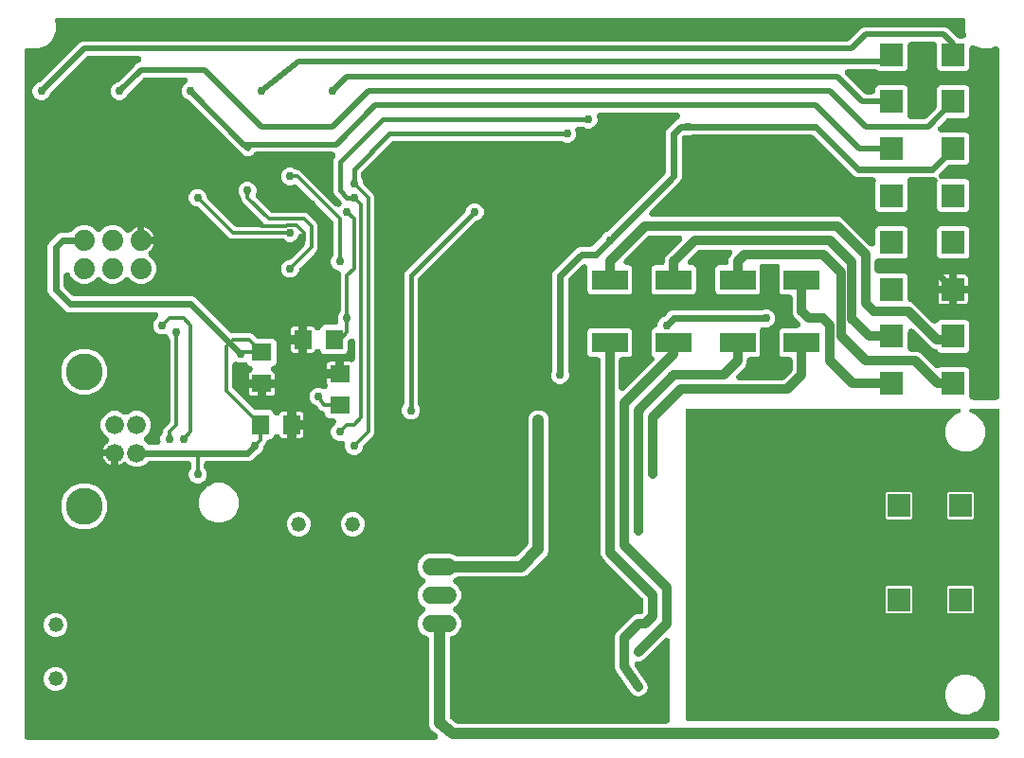
<source format=gbr>
G04 EAGLE Gerber X2 export*
%TF.Part,Single*%
%TF.FileFunction,Copper,L2,Bot,Mixed*%
%TF.FilePolarity,Positive*%
%TF.GenerationSoftware,Autodesk,EAGLE,8.7.1*%
%TF.CreationDate,2018-04-19T12:08:15Z*%
G75*
%MOMM*%
%FSLAX34Y34*%
%LPD*%
%AMOC8*
5,1,8,0,0,1.08239X$1,22.5*%
G01*
%ADD10C,1.676400*%
%ADD11C,3.302000*%
%ADD12C,1.879600*%
%ADD13R,3.200000X1.800000*%
%ADD14C,1.320800*%
%ADD15R,2.100000X2.100000*%
%ADD16R,1.800000X1.600000*%
%ADD17R,1.600000X1.800000*%
%ADD18C,1.524000*%
%ADD19C,0.756400*%
%ADD20C,0.304800*%
%ADD21C,0.406400*%
%ADD22C,0.812800*%
%ADD23C,0.609600*%
%ADD24C,1.016000*%
%ADD25C,0.508000*%

G36*
X376972Y10178D02*
X376972Y10178D01*
X377186Y10191D01*
X377217Y10198D01*
X377250Y10201D01*
X377458Y10252D01*
X377667Y10299D01*
X377697Y10312D01*
X377729Y10319D01*
X377926Y10404D01*
X378124Y10484D01*
X378152Y10501D01*
X378182Y10514D01*
X378363Y10629D01*
X378546Y10740D01*
X378571Y10762D01*
X378598Y10779D01*
X378758Y10922D01*
X378921Y11061D01*
X378942Y11086D01*
X378966Y11108D01*
X379101Y11274D01*
X379239Y11438D01*
X379256Y11466D01*
X379276Y11492D01*
X379382Y11677D01*
X379492Y11862D01*
X379504Y11892D01*
X379520Y11920D01*
X379595Y12121D01*
X379673Y12320D01*
X379680Y12352D01*
X379692Y12383D01*
X379733Y12593D01*
X379778Y12802D01*
X379780Y12835D01*
X379786Y12867D01*
X379793Y13081D01*
X379804Y13295D01*
X379801Y13328D01*
X379802Y13360D01*
X379774Y13573D01*
X379750Y13785D01*
X379742Y13817D01*
X379737Y13849D01*
X379675Y14054D01*
X379618Y14261D01*
X379604Y14290D01*
X379595Y14321D01*
X379501Y14514D01*
X379411Y14708D01*
X379392Y14735D01*
X379378Y14765D01*
X379254Y14939D01*
X379134Y15117D01*
X379115Y15135D01*
X379092Y15167D01*
X378746Y15518D01*
X378685Y15562D01*
X378650Y15597D01*
X376656Y17176D01*
X376589Y17220D01*
X376528Y17272D01*
X376436Y17322D01*
X376246Y17449D01*
X376023Y17551D01*
X375931Y17602D01*
X375820Y17647D01*
X375033Y18434D01*
X374948Y18507D01*
X374890Y18565D01*
X374830Y18609D01*
X374770Y18669D01*
X373898Y19359D01*
X373839Y19464D01*
X373795Y19531D01*
X373757Y19602D01*
X373692Y19684D01*
X373565Y19874D01*
X373398Y20053D01*
X373332Y20135D01*
X373247Y20220D01*
X372822Y21248D01*
X372709Y21468D01*
X372668Y21565D01*
X372127Y22537D01*
X372113Y22656D01*
X372097Y22735D01*
X372090Y22815D01*
X372061Y22916D01*
X372046Y22991D01*
X372016Y23140D01*
X371939Y23347D01*
X371903Y23463D01*
X371903Y23465D01*
X371901Y23470D01*
X371855Y23581D01*
X371855Y24694D01*
X371835Y24940D01*
X371835Y25045D01*
X371706Y26151D01*
X371739Y26266D01*
X371755Y26344D01*
X371779Y26421D01*
X371791Y26526D01*
X371835Y26750D01*
X371843Y26994D01*
X371855Y27099D01*
X371855Y100248D01*
X371838Y100466D01*
X371824Y100684D01*
X371818Y100711D01*
X371815Y100740D01*
X371763Y100952D01*
X371714Y101165D01*
X371703Y101191D01*
X371697Y101219D01*
X371611Y101419D01*
X371528Y101622D01*
X371513Y101646D01*
X371502Y101672D01*
X371385Y101855D01*
X371271Y102042D01*
X371252Y102064D01*
X371237Y102088D01*
X371092Y102251D01*
X370949Y102416D01*
X370927Y102435D01*
X370908Y102456D01*
X370738Y102593D01*
X370571Y102733D01*
X370551Y102745D01*
X370524Y102766D01*
X370096Y103010D01*
X370020Y103038D01*
X369974Y103063D01*
X366761Y104394D01*
X363474Y107681D01*
X361695Y111976D01*
X361695Y116624D01*
X363474Y120919D01*
X366765Y124209D01*
X366780Y124215D01*
X366963Y124314D01*
X367149Y124410D01*
X367180Y124432D01*
X367213Y124451D01*
X367378Y124578D01*
X367546Y124703D01*
X367573Y124730D01*
X367603Y124753D01*
X367744Y124906D01*
X367890Y125056D01*
X367912Y125087D01*
X367938Y125115D01*
X368054Y125289D01*
X368173Y125460D01*
X368190Y125494D01*
X368211Y125526D01*
X368297Y125717D01*
X368387Y125904D01*
X368398Y125941D01*
X368414Y125976D01*
X368468Y126178D01*
X368527Y126378D01*
X368532Y126415D01*
X368542Y126452D01*
X368562Y126660D01*
X368588Y126867D01*
X368587Y126905D01*
X368591Y126943D01*
X368578Y127152D01*
X368570Y127360D01*
X368562Y127397D01*
X368560Y127436D01*
X368513Y127640D01*
X368472Y127844D01*
X368459Y127879D01*
X368450Y127917D01*
X368371Y128110D01*
X368298Y128305D01*
X368279Y128338D01*
X368264Y128373D01*
X368155Y128551D01*
X368051Y128732D01*
X368027Y128762D01*
X368007Y128794D01*
X367871Y128952D01*
X367739Y129114D01*
X367710Y129139D01*
X367685Y129168D01*
X367525Y129302D01*
X367369Y129441D01*
X367336Y129461D01*
X367307Y129485D01*
X367226Y129530D01*
X366951Y129703D01*
X366792Y129770D01*
X366777Y129778D01*
X363474Y133081D01*
X361695Y137376D01*
X361695Y142024D01*
X363474Y146319D01*
X366765Y149609D01*
X366780Y149615D01*
X366963Y149714D01*
X367149Y149810D01*
X367180Y149832D01*
X367213Y149851D01*
X367378Y149978D01*
X367546Y150103D01*
X367573Y150130D01*
X367603Y150153D01*
X367744Y150306D01*
X367890Y150456D01*
X367912Y150487D01*
X367938Y150515D01*
X368054Y150689D01*
X368173Y150860D01*
X368190Y150894D01*
X368211Y150926D01*
X368297Y151117D01*
X368387Y151304D01*
X368398Y151341D01*
X368414Y151376D01*
X368468Y151578D01*
X368527Y151778D01*
X368532Y151815D01*
X368542Y151852D01*
X368562Y152060D01*
X368588Y152267D01*
X368587Y152305D01*
X368591Y152343D01*
X368578Y152552D01*
X368570Y152760D01*
X368562Y152797D01*
X368560Y152836D01*
X368513Y153040D01*
X368472Y153244D01*
X368459Y153279D01*
X368450Y153317D01*
X368371Y153510D01*
X368298Y153705D01*
X368279Y153738D01*
X368264Y153773D01*
X368155Y153951D01*
X368051Y154132D01*
X368027Y154162D01*
X368007Y154194D01*
X367871Y154352D01*
X367739Y154514D01*
X367710Y154539D01*
X367685Y154568D01*
X367525Y154702D01*
X367369Y154841D01*
X367336Y154861D01*
X367307Y154885D01*
X367226Y154930D01*
X366951Y155103D01*
X366792Y155170D01*
X366777Y155178D01*
X363474Y158481D01*
X361695Y162776D01*
X361695Y167424D01*
X363474Y171719D01*
X366761Y175006D01*
X371056Y176785D01*
X390944Y176785D01*
X395559Y174873D01*
X395652Y174817D01*
X395758Y174775D01*
X395860Y174723D01*
X395987Y174683D01*
X396110Y174634D01*
X396221Y174609D01*
X396330Y174575D01*
X396424Y174565D01*
X396592Y174527D01*
X396916Y174509D01*
X397008Y174499D01*
X448594Y174499D01*
X448708Y174508D01*
X448822Y174507D01*
X448953Y174528D01*
X449086Y174539D01*
X449196Y174566D01*
X449309Y174584D01*
X449436Y174625D01*
X449564Y174657D01*
X449669Y174702D01*
X449778Y174738D01*
X449896Y174800D01*
X450018Y174852D01*
X450114Y174913D01*
X450215Y174966D01*
X450289Y175025D01*
X450434Y175117D01*
X450676Y175333D01*
X450749Y175391D01*
X459609Y184251D01*
X459683Y184338D01*
X459764Y184419D01*
X459842Y184526D01*
X459928Y184627D01*
X459987Y184725D01*
X460054Y184817D01*
X460114Y184936D01*
X460183Y185050D01*
X460225Y185156D01*
X460277Y185258D01*
X460317Y185385D01*
X460366Y185508D01*
X460391Y185619D01*
X460425Y185728D01*
X460435Y185822D01*
X460473Y185990D01*
X460491Y186314D01*
X460501Y186406D01*
X460501Y297729D01*
X461893Y301090D01*
X464466Y303663D01*
X467827Y305055D01*
X471465Y305055D01*
X474826Y303663D01*
X477399Y301090D01*
X478791Y297729D01*
X478791Y179537D01*
X477399Y176176D01*
X458824Y157601D01*
X455463Y156209D01*
X397516Y156209D01*
X397403Y156200D01*
X397288Y156201D01*
X397157Y156180D01*
X397024Y156169D01*
X396914Y156142D01*
X396801Y156124D01*
X396675Y156083D01*
X396546Y156051D01*
X396441Y156006D01*
X396332Y155970D01*
X396214Y155908D01*
X396092Y155856D01*
X395996Y155795D01*
X395895Y155742D01*
X395821Y155683D01*
X395676Y155591D01*
X395434Y155375D01*
X395361Y155317D01*
X395235Y155191D01*
X395220Y155185D01*
X395037Y155086D01*
X394851Y154990D01*
X394820Y154967D01*
X394787Y154949D01*
X394622Y154821D01*
X394454Y154697D01*
X394427Y154670D01*
X394397Y154646D01*
X394255Y154493D01*
X394109Y154344D01*
X394088Y154313D01*
X394062Y154285D01*
X393946Y154111D01*
X393827Y153940D01*
X393810Y153906D01*
X393789Y153874D01*
X393703Y153683D01*
X393612Y153495D01*
X393602Y153459D01*
X393586Y153424D01*
X393532Y153222D01*
X393473Y153022D01*
X393468Y152984D01*
X393458Y152948D01*
X393438Y152739D01*
X393412Y152533D01*
X393413Y152495D01*
X393409Y152457D01*
X393422Y152248D01*
X393430Y152040D01*
X393438Y152002D01*
X393440Y151964D01*
X393487Y151761D01*
X393528Y151556D01*
X393541Y151520D01*
X393550Y151483D01*
X393629Y151290D01*
X393702Y151095D01*
X393722Y151062D01*
X393736Y151026D01*
X393845Y150848D01*
X393949Y150668D01*
X393973Y150638D01*
X393993Y150605D01*
X394130Y150447D01*
X394262Y150286D01*
X394290Y150261D01*
X394315Y150232D01*
X394475Y150097D01*
X394631Y149959D01*
X394664Y149939D01*
X394693Y149914D01*
X394775Y149869D01*
X395049Y149697D01*
X395208Y149630D01*
X395223Y149622D01*
X398526Y146319D01*
X400305Y142024D01*
X400305Y137376D01*
X398526Y133081D01*
X395235Y129791D01*
X395220Y129785D01*
X395037Y129686D01*
X394851Y129590D01*
X394820Y129567D01*
X394787Y129549D01*
X394622Y129421D01*
X394454Y129297D01*
X394427Y129270D01*
X394397Y129246D01*
X394255Y129093D01*
X394109Y128944D01*
X394088Y128913D01*
X394062Y128885D01*
X393946Y128711D01*
X393827Y128540D01*
X393810Y128506D01*
X393789Y128474D01*
X393703Y128283D01*
X393612Y128095D01*
X393602Y128059D01*
X393586Y128024D01*
X393532Y127822D01*
X393473Y127622D01*
X393468Y127584D01*
X393458Y127548D01*
X393438Y127339D01*
X393412Y127133D01*
X393413Y127095D01*
X393409Y127057D01*
X393422Y126848D01*
X393430Y126640D01*
X393438Y126602D01*
X393440Y126564D01*
X393487Y126361D01*
X393528Y126156D01*
X393541Y126120D01*
X393550Y126083D01*
X393629Y125890D01*
X393702Y125695D01*
X393722Y125662D01*
X393736Y125626D01*
X393845Y125448D01*
X393949Y125268D01*
X393973Y125238D01*
X393993Y125205D01*
X394130Y125047D01*
X394262Y124886D01*
X394290Y124861D01*
X394315Y124832D01*
X394475Y124697D01*
X394631Y124559D01*
X394664Y124539D01*
X394693Y124514D01*
X394775Y124469D01*
X395049Y124297D01*
X395208Y124230D01*
X395223Y124222D01*
X398526Y120919D01*
X400305Y116624D01*
X400305Y111976D01*
X398526Y107681D01*
X395239Y104394D01*
X392026Y103063D01*
X391832Y102964D01*
X391635Y102868D01*
X391612Y102851D01*
X391587Y102838D01*
X391411Y102709D01*
X391233Y102582D01*
X391213Y102562D01*
X391190Y102545D01*
X391037Y102389D01*
X390882Y102235D01*
X390865Y102212D01*
X390845Y102192D01*
X390720Y102013D01*
X390592Y101837D01*
X390579Y101811D01*
X390562Y101788D01*
X390467Y101591D01*
X390369Y101396D01*
X390361Y101369D01*
X390348Y101343D01*
X390287Y101134D01*
X390221Y100926D01*
X390218Y100902D01*
X390209Y100870D01*
X390148Y100381D01*
X390151Y100301D01*
X390145Y100248D01*
X390145Y31298D01*
X390148Y31255D01*
X390146Y31211D01*
X390168Y31009D01*
X390185Y30806D01*
X390195Y30764D01*
X390200Y30721D01*
X390255Y30525D01*
X390303Y30328D01*
X390321Y30288D01*
X390332Y30245D01*
X390418Y30061D01*
X390498Y29874D01*
X390521Y29837D01*
X390540Y29798D01*
X390654Y29629D01*
X390763Y29458D01*
X390792Y29426D01*
X390817Y29389D01*
X390886Y29321D01*
X391092Y29090D01*
X391232Y28977D01*
X391301Y28909D01*
X395542Y25551D01*
X395696Y25448D01*
X395845Y25340D01*
X395901Y25312D01*
X395953Y25277D01*
X396121Y25200D01*
X396286Y25117D01*
X396345Y25099D01*
X396402Y25073D01*
X396580Y25025D01*
X396756Y24969D01*
X396806Y24963D01*
X396878Y24944D01*
X397369Y24893D01*
X397407Y24896D01*
X397434Y24893D01*
X584200Y24893D01*
X584276Y24899D01*
X584352Y24897D01*
X584521Y24919D01*
X584692Y24933D01*
X584766Y24951D01*
X584841Y24961D01*
X585005Y25010D01*
X585171Y25051D01*
X585240Y25081D01*
X585314Y25103D01*
X585467Y25179D01*
X585624Y25246D01*
X585688Y25287D01*
X585757Y25320D01*
X585896Y25419D01*
X586040Y25511D01*
X586097Y25562D01*
X586159Y25606D01*
X586280Y25726D01*
X586408Y25840D01*
X586456Y25899D01*
X586510Y25953D01*
X586611Y26091D01*
X586718Y26224D01*
X586755Y26290D01*
X586800Y26351D01*
X586877Y26504D01*
X586962Y26652D01*
X586988Y26724D01*
X587023Y26792D01*
X587074Y26955D01*
X587133Y27115D01*
X587148Y27190D01*
X587171Y27262D01*
X587183Y27367D01*
X587228Y27599D01*
X587235Y27835D01*
X587247Y27940D01*
X587247Y98495D01*
X587244Y98533D01*
X587246Y98571D01*
X587224Y98779D01*
X587207Y98986D01*
X587198Y99024D01*
X587194Y99061D01*
X587139Y99263D01*
X587089Y99465D01*
X587074Y99500D01*
X587063Y99537D01*
X586976Y99727D01*
X586894Y99919D01*
X586874Y99951D01*
X586858Y99986D01*
X586741Y100159D01*
X586629Y100335D01*
X586604Y100363D01*
X586582Y100395D01*
X586439Y100547D01*
X586300Y100703D01*
X586271Y100727D01*
X586245Y100754D01*
X586079Y100882D01*
X585916Y101013D01*
X585883Y101031D01*
X585853Y101055D01*
X585669Y101153D01*
X585488Y101257D01*
X585452Y101270D01*
X585418Y101288D01*
X585221Y101356D01*
X585025Y101428D01*
X584988Y101435D01*
X584952Y101448D01*
X584745Y101483D01*
X584541Y101523D01*
X584503Y101524D01*
X584465Y101530D01*
X584256Y101532D01*
X584048Y101538D01*
X584010Y101533D01*
X583972Y101533D01*
X583765Y101501D01*
X583559Y101474D01*
X583522Y101463D01*
X583485Y101457D01*
X583286Y101392D01*
X583087Y101331D01*
X583052Y101315D01*
X583016Y101303D01*
X582831Y101206D01*
X582643Y101114D01*
X582612Y101092D01*
X582578Y101075D01*
X582506Y101017D01*
X582241Y100829D01*
X582119Y100708D01*
X582045Y100649D01*
X563405Y82009D01*
X560417Y80771D01*
X558516Y80771D01*
X558286Y80753D01*
X558055Y80736D01*
X558040Y80733D01*
X558024Y80731D01*
X557801Y80676D01*
X557575Y80622D01*
X557561Y80616D01*
X557545Y80613D01*
X557334Y80522D01*
X557120Y80433D01*
X557106Y80424D01*
X557092Y80418D01*
X556897Y80294D01*
X556701Y80172D01*
X556689Y80161D01*
X556676Y80153D01*
X556504Y79999D01*
X556330Y79847D01*
X556320Y79835D01*
X556308Y79824D01*
X556163Y79645D01*
X556016Y79466D01*
X556008Y79453D01*
X555998Y79440D01*
X555884Y79240D01*
X555768Y79040D01*
X555762Y79026D01*
X555754Y79012D01*
X555673Y78794D01*
X555591Y78580D01*
X555588Y78564D01*
X555582Y78549D01*
X555538Y78322D01*
X555491Y78096D01*
X555491Y78081D01*
X555488Y78065D01*
X555481Y77836D01*
X555471Y77603D01*
X555473Y77588D01*
X555472Y77572D01*
X555502Y77344D01*
X555530Y77114D01*
X555535Y77099D01*
X555537Y77083D01*
X555604Y76861D01*
X555668Y76640D01*
X555674Y76628D01*
X555679Y76611D01*
X555896Y76167D01*
X555952Y76089D01*
X555980Y76034D01*
X566460Y60314D01*
X567088Y57141D01*
X566454Y53970D01*
X564654Y51283D01*
X561964Y49490D01*
X558791Y48862D01*
X555620Y49496D01*
X552933Y51296D01*
X539950Y70770D01*
X539644Y71157D01*
X539597Y71201D01*
X539570Y71235D01*
X539209Y71595D01*
X539009Y72078D01*
X538784Y72517D01*
X538748Y72566D01*
X538729Y72602D01*
X538440Y73036D01*
X538341Y73537D01*
X538206Y74011D01*
X538179Y74070D01*
X538167Y74112D01*
X537971Y74583D01*
X537971Y75105D01*
X537931Y75597D01*
X537917Y75656D01*
X537913Y75697D01*
X537812Y76209D01*
X537912Y76709D01*
X537928Y76844D01*
X537931Y76859D01*
X537931Y76873D01*
X537969Y77199D01*
X537966Y77263D01*
X537971Y77307D01*
X537971Y103217D01*
X539209Y106205D01*
X554195Y121191D01*
X557183Y122429D01*
X560324Y122429D01*
X560400Y122435D01*
X560476Y122433D01*
X560645Y122455D01*
X560816Y122469D01*
X560890Y122487D01*
X560965Y122497D01*
X561129Y122546D01*
X561295Y122587D01*
X561364Y122617D01*
X561438Y122639D01*
X561591Y122715D01*
X561748Y122782D01*
X561812Y122823D01*
X561881Y122856D01*
X562020Y122955D01*
X562164Y123047D01*
X562221Y123098D01*
X562283Y123142D01*
X562404Y123262D01*
X562532Y123376D01*
X562580Y123435D01*
X562634Y123489D01*
X562735Y123627D01*
X562842Y123760D01*
X562879Y123826D01*
X562924Y123887D01*
X563001Y124040D01*
X563086Y124188D01*
X563112Y124260D01*
X563147Y124328D01*
X563198Y124491D01*
X563257Y124651D01*
X563272Y124725D01*
X563295Y124798D01*
X563307Y124903D01*
X563352Y125135D01*
X563359Y125371D01*
X563371Y125476D01*
X563371Y135071D01*
X563362Y135184D01*
X563363Y135299D01*
X563342Y135430D01*
X563331Y135562D01*
X563304Y135673D01*
X563286Y135786D01*
X563245Y135912D01*
X563213Y136041D01*
X563168Y136146D01*
X563132Y136255D01*
X563070Y136373D01*
X563018Y136495D01*
X562957Y136591D01*
X562904Y136692D01*
X562845Y136766D01*
X562753Y136911D01*
X562664Y137010D01*
X562631Y137057D01*
X562541Y137148D01*
X562537Y137153D01*
X562479Y137225D01*
X529224Y170480D01*
X526509Y173195D01*
X525271Y176183D01*
X525271Y349588D01*
X525265Y349664D01*
X525267Y349740D01*
X525245Y349909D01*
X525231Y350080D01*
X525213Y350154D01*
X525203Y350229D01*
X525154Y350393D01*
X525113Y350559D01*
X525083Y350628D01*
X525061Y350702D01*
X524985Y350855D01*
X524918Y351012D01*
X524877Y351076D01*
X524844Y351145D01*
X524745Y351284D01*
X524653Y351428D01*
X524602Y351485D01*
X524558Y351547D01*
X524438Y351668D01*
X524324Y351796D01*
X524265Y351844D01*
X524211Y351898D01*
X524073Y351999D01*
X523940Y352106D01*
X523874Y352143D01*
X523813Y352188D01*
X523660Y352265D01*
X523512Y352350D01*
X523440Y352376D01*
X523372Y352411D01*
X523209Y352462D01*
X523049Y352521D01*
X522974Y352536D01*
X522902Y352559D01*
X522797Y352571D01*
X522565Y352616D01*
X522329Y352623D01*
X522224Y352635D01*
X516591Y352635D01*
X515097Y353254D01*
X513954Y354397D01*
X513335Y355891D01*
X513335Y375509D01*
X513954Y377003D01*
X515097Y378146D01*
X516591Y378765D01*
X550209Y378765D01*
X551703Y378146D01*
X552846Y377003D01*
X553465Y375509D01*
X553465Y355891D01*
X552846Y354397D01*
X551703Y353254D01*
X550209Y352635D01*
X544576Y352635D01*
X544500Y352629D01*
X544424Y352631D01*
X544255Y352609D01*
X544084Y352595D01*
X544010Y352577D01*
X543935Y352567D01*
X543771Y352518D01*
X543605Y352477D01*
X543536Y352447D01*
X543462Y352425D01*
X543309Y352349D01*
X543152Y352282D01*
X543088Y352241D01*
X543019Y352208D01*
X542880Y352109D01*
X542736Y352017D01*
X542679Y351966D01*
X542617Y351922D01*
X542496Y351802D01*
X542368Y351688D01*
X542320Y351629D01*
X542266Y351575D01*
X542165Y351437D01*
X542058Y351304D01*
X542021Y351238D01*
X541976Y351177D01*
X541899Y351024D01*
X541814Y350876D01*
X541788Y350804D01*
X541753Y350736D01*
X541702Y350573D01*
X541643Y350413D01*
X541628Y350338D01*
X541605Y350266D01*
X541593Y350161D01*
X541548Y349929D01*
X541541Y349693D01*
X541529Y349588D01*
X541529Y325431D01*
X541532Y325393D01*
X541530Y325355D01*
X541552Y325147D01*
X541569Y324939D01*
X541578Y324902D01*
X541582Y324865D01*
X541637Y324663D01*
X541687Y324461D01*
X541702Y324426D01*
X541713Y324389D01*
X541800Y324199D01*
X541882Y324007D01*
X541902Y323975D01*
X541918Y323940D01*
X542035Y323767D01*
X542147Y323591D01*
X542172Y323563D01*
X542194Y323531D01*
X542337Y323379D01*
X542476Y323223D01*
X542505Y323199D01*
X542531Y323172D01*
X542697Y323044D01*
X542860Y322913D01*
X542893Y322895D01*
X542923Y322871D01*
X543107Y322773D01*
X543288Y322669D01*
X543324Y322656D01*
X543358Y322638D01*
X543555Y322570D01*
X543751Y322498D01*
X543788Y322490D01*
X543824Y322478D01*
X544031Y322443D01*
X544235Y322403D01*
X544273Y322402D01*
X544311Y322396D01*
X544520Y322394D01*
X544728Y322388D01*
X544766Y322393D01*
X544804Y322392D01*
X545011Y322425D01*
X545217Y322452D01*
X545254Y322463D01*
X545291Y322469D01*
X545490Y322534D01*
X545689Y322595D01*
X545724Y322611D01*
X545760Y322623D01*
X545945Y322720D01*
X546133Y322812D01*
X546164Y322834D01*
X546198Y322851D01*
X546270Y322909D01*
X546535Y323097D01*
X546657Y323218D01*
X546731Y323276D01*
X572323Y348869D01*
X572372Y348927D01*
X572428Y348979D01*
X572532Y349115D01*
X572643Y349245D01*
X572682Y349310D01*
X572728Y349371D01*
X572809Y349521D01*
X572897Y349667D01*
X572926Y349738D01*
X572962Y349805D01*
X573017Y349967D01*
X573080Y350126D01*
X573097Y350200D01*
X573122Y350272D01*
X573150Y350441D01*
X573187Y350607D01*
X573191Y350683D01*
X573204Y350758D01*
X573205Y350929D01*
X573215Y351100D01*
X573207Y351175D01*
X573207Y351252D01*
X573181Y351421D01*
X573163Y351590D01*
X573142Y351664D01*
X573131Y351739D01*
X573077Y351901D01*
X573032Y352066D01*
X573000Y352135D01*
X572976Y352208D01*
X572897Y352359D01*
X572826Y352514D01*
X572784Y352578D01*
X572748Y352645D01*
X572683Y352728D01*
X572551Y352924D01*
X572389Y353096D01*
X572323Y353178D01*
X571104Y354397D01*
X570485Y355891D01*
X570485Y375509D01*
X571104Y377003D01*
X572247Y378146D01*
X573887Y378825D01*
X573947Y378833D01*
X574111Y378882D01*
X574277Y378923D01*
X574346Y378953D01*
X574420Y378975D01*
X574573Y379051D01*
X574730Y379118D01*
X574794Y379159D01*
X574863Y379192D01*
X575002Y379291D01*
X575146Y379383D01*
X575203Y379434D01*
X575265Y379478D01*
X575386Y379598D01*
X575514Y379712D01*
X575562Y379771D01*
X575616Y379825D01*
X575717Y379963D01*
X575824Y380096D01*
X575861Y380162D01*
X575906Y380223D01*
X575983Y380376D01*
X576068Y380524D01*
X576094Y380596D01*
X576129Y380664D01*
X576180Y380827D01*
X576239Y380987D01*
X576254Y381062D01*
X576277Y381134D01*
X576289Y381239D01*
X576334Y381471D01*
X576341Y381707D01*
X576353Y381812D01*
X576353Y382561D01*
X577548Y385445D01*
X579755Y387652D01*
X580967Y388154D01*
X580976Y388159D01*
X580985Y388162D01*
X581195Y388271D01*
X581406Y388379D01*
X581414Y388385D01*
X581423Y388389D01*
X581454Y388415D01*
X581803Y388672D01*
X581894Y388766D01*
X581956Y388815D01*
X584092Y390950D01*
X584092Y390951D01*
X586521Y393380D01*
X589135Y394463D01*
X669161Y394463D01*
X669171Y394464D01*
X669180Y394463D01*
X669416Y394483D01*
X669653Y394503D01*
X669662Y394505D01*
X669672Y394506D01*
X669710Y394517D01*
X670132Y394621D01*
X670252Y394673D01*
X670327Y394695D01*
X671539Y395197D01*
X674661Y395197D01*
X677545Y394002D01*
X679752Y391795D01*
X680947Y388911D01*
X680947Y385789D01*
X679752Y382905D01*
X677545Y380698D01*
X674661Y379503D01*
X671470Y379503D01*
X671313Y379554D01*
X671275Y379559D01*
X671239Y379570D01*
X671032Y379596D01*
X670825Y379627D01*
X670787Y379627D01*
X670749Y379632D01*
X670541Y379624D01*
X670332Y379621D01*
X670294Y379615D01*
X670256Y379613D01*
X670052Y379572D01*
X669846Y379536D01*
X669810Y379523D01*
X669773Y379515D01*
X669577Y379442D01*
X669380Y379373D01*
X669347Y379354D01*
X669311Y379341D01*
X669130Y379236D01*
X668947Y379137D01*
X668917Y379113D01*
X668884Y379094D01*
X668722Y378962D01*
X668558Y378834D01*
X668532Y378806D01*
X668502Y378782D01*
X668364Y378625D01*
X668222Y378472D01*
X668201Y378441D01*
X668176Y378412D01*
X668065Y378235D01*
X667949Y378061D01*
X667933Y378026D01*
X667913Y377994D01*
X667832Y377802D01*
X667746Y377612D01*
X667736Y377575D01*
X667722Y377539D01*
X667673Y377336D01*
X667619Y377135D01*
X667615Y377097D01*
X667606Y377060D01*
X667590Y376852D01*
X667570Y376644D01*
X667572Y376606D01*
X667569Y376568D01*
X667587Y376360D01*
X667600Y376152D01*
X667609Y376115D01*
X667612Y376077D01*
X667638Y375987D01*
X667710Y375671D01*
X667765Y375536D01*
X667765Y355891D01*
X667146Y354397D01*
X666003Y353254D01*
X664509Y352635D01*
X658876Y352635D01*
X658800Y352629D01*
X658724Y352631D01*
X658555Y352609D01*
X658384Y352595D01*
X658310Y352577D01*
X658235Y352567D01*
X658071Y352518D01*
X657905Y352477D01*
X657836Y352447D01*
X657762Y352425D01*
X657609Y352349D01*
X657452Y352282D01*
X657388Y352241D01*
X657319Y352208D01*
X657180Y352109D01*
X657036Y352017D01*
X656979Y351966D01*
X656917Y351922D01*
X656796Y351802D01*
X656668Y351688D01*
X656620Y351629D01*
X656566Y351575D01*
X656465Y351437D01*
X656358Y351304D01*
X656321Y351238D01*
X656276Y351177D01*
X656199Y351024D01*
X656114Y350876D01*
X656088Y350804D01*
X656053Y350736D01*
X656002Y350573D01*
X655943Y350413D01*
X655928Y350338D01*
X655905Y350266D01*
X655893Y350161D01*
X655848Y349929D01*
X655841Y349693D01*
X655829Y349588D01*
X655829Y347633D01*
X654591Y344645D01*
X647126Y337181D01*
X647102Y337152D01*
X647073Y337126D01*
X646942Y336964D01*
X646807Y336805D01*
X646787Y336772D01*
X646763Y336742D01*
X646660Y336561D01*
X646552Y336382D01*
X646538Y336347D01*
X646519Y336314D01*
X646447Y336118D01*
X646369Y335924D01*
X646361Y335887D01*
X646348Y335851D01*
X646308Y335646D01*
X646263Y335442D01*
X646260Y335404D01*
X646253Y335367D01*
X646247Y335159D01*
X646235Y334950D01*
X646239Y334912D01*
X646238Y334874D01*
X646265Y334667D01*
X646287Y334459D01*
X646297Y334423D01*
X646302Y334385D01*
X646363Y334185D01*
X646418Y333984D01*
X646434Y333949D01*
X646445Y333912D01*
X646536Y333725D01*
X646623Y333535D01*
X646645Y333503D01*
X646662Y333469D01*
X646782Y333300D01*
X646899Y333126D01*
X646925Y333098D01*
X646947Y333067D01*
X647094Y332919D01*
X647237Y332766D01*
X647267Y332743D01*
X647294Y332716D01*
X647462Y332593D01*
X647628Y332466D01*
X647662Y332448D01*
X647693Y332426D01*
X647879Y332332D01*
X648063Y332233D01*
X648099Y332220D01*
X648133Y332203D01*
X648332Y332141D01*
X648530Y332073D01*
X648567Y332067D01*
X648603Y332055D01*
X648696Y332045D01*
X649016Y331990D01*
X649188Y331989D01*
X649281Y331979D01*
X687521Y331979D01*
X687634Y331988D01*
X687749Y331987D01*
X687880Y332008D01*
X688012Y332019D01*
X688123Y332046D01*
X688236Y332064D01*
X688362Y332105D01*
X688491Y332137D01*
X688596Y332182D01*
X688705Y332218D01*
X688823Y332280D01*
X688945Y332332D01*
X689041Y332393D01*
X689142Y332446D01*
X689216Y332505D01*
X689361Y332597D01*
X689603Y332813D01*
X689675Y332871D01*
X695829Y339025D01*
X695903Y339111D01*
X695984Y339192D01*
X696062Y339299D01*
X696148Y339400D01*
X696207Y339498D01*
X696274Y339591D01*
X696334Y339709D01*
X696403Y339823D01*
X696445Y339929D01*
X696497Y340031D01*
X696537Y340158D01*
X696586Y340281D01*
X696611Y340392D01*
X696645Y340501D01*
X696655Y340595D01*
X696693Y340763D01*
X696711Y341087D01*
X696721Y341179D01*
X696721Y349588D01*
X696715Y349664D01*
X696717Y349740D01*
X696695Y349909D01*
X696681Y350080D01*
X696663Y350154D01*
X696653Y350229D01*
X696604Y350393D01*
X696563Y350559D01*
X696533Y350628D01*
X696511Y350702D01*
X696435Y350855D01*
X696368Y351012D01*
X696327Y351076D01*
X696294Y351145D01*
X696195Y351284D01*
X696103Y351428D01*
X696052Y351485D01*
X696008Y351547D01*
X695888Y351668D01*
X695774Y351796D01*
X695715Y351844D01*
X695661Y351898D01*
X695523Y351999D01*
X695390Y352106D01*
X695324Y352143D01*
X695263Y352188D01*
X695110Y352265D01*
X694962Y352350D01*
X694890Y352376D01*
X694822Y352411D01*
X694659Y352462D01*
X694499Y352521D01*
X694424Y352536D01*
X694352Y352559D01*
X694247Y352571D01*
X694015Y352616D01*
X693779Y352623D01*
X693674Y352635D01*
X688041Y352635D01*
X686547Y353254D01*
X685404Y354397D01*
X684785Y355891D01*
X684785Y375509D01*
X685404Y377003D01*
X686547Y378146D01*
X688041Y378765D01*
X700933Y378765D01*
X700971Y378768D01*
X701009Y378766D01*
X701217Y378788D01*
X701425Y378805D01*
X701462Y378814D01*
X701499Y378818D01*
X701701Y378873D01*
X701903Y378923D01*
X701938Y378938D01*
X701975Y378949D01*
X702165Y379036D01*
X702357Y379118D01*
X702389Y379138D01*
X702424Y379154D01*
X702597Y379271D01*
X702773Y379383D01*
X702801Y379408D01*
X702833Y379430D01*
X702985Y379573D01*
X703141Y379712D01*
X703165Y379741D01*
X703192Y379767D01*
X703320Y379933D01*
X703451Y380096D01*
X703469Y380129D01*
X703493Y380159D01*
X703591Y380343D01*
X703695Y380524D01*
X703708Y380560D01*
X703726Y380594D01*
X703794Y380791D01*
X703866Y380987D01*
X703874Y381024D01*
X703886Y381060D01*
X703921Y381267D01*
X703961Y381471D01*
X703962Y381509D01*
X703968Y381547D01*
X703970Y381756D01*
X703976Y381964D01*
X703971Y382002D01*
X703972Y382040D01*
X703939Y382247D01*
X703912Y382453D01*
X703901Y382490D01*
X703895Y382527D01*
X703830Y382726D01*
X703769Y382925D01*
X703753Y382960D01*
X703741Y382996D01*
X703644Y383181D01*
X703552Y383369D01*
X703530Y383400D01*
X703513Y383434D01*
X703455Y383506D01*
X703267Y383771D01*
X703146Y383893D01*
X703088Y383967D01*
X700674Y386380D01*
X697959Y389095D01*
X696721Y392083D01*
X696721Y405588D01*
X696715Y405664D01*
X696717Y405740D01*
X696695Y405909D01*
X696681Y406080D01*
X696663Y406154D01*
X696653Y406229D01*
X696604Y406393D01*
X696563Y406559D01*
X696533Y406628D01*
X696511Y406702D01*
X696435Y406855D01*
X696368Y407012D01*
X696327Y407076D01*
X696294Y407145D01*
X696195Y407284D01*
X696103Y407428D01*
X696052Y407485D01*
X696008Y407547D01*
X695888Y407668D01*
X695774Y407796D01*
X695715Y407844D01*
X695661Y407898D01*
X695523Y407999D01*
X695390Y408106D01*
X695324Y408143D01*
X695263Y408188D01*
X695110Y408265D01*
X694962Y408350D01*
X694890Y408376D01*
X694822Y408411D01*
X694659Y408462D01*
X694499Y408521D01*
X694424Y408536D01*
X694352Y408559D01*
X694247Y408571D01*
X694015Y408616D01*
X693779Y408623D01*
X693674Y408635D01*
X688041Y408635D01*
X686547Y409254D01*
X685404Y410397D01*
X684785Y411891D01*
X684785Y431509D01*
X685054Y432158D01*
X685110Y432330D01*
X685172Y432499D01*
X685185Y432564D01*
X685206Y432627D01*
X685232Y432806D01*
X685267Y432983D01*
X685269Y433049D01*
X685279Y433115D01*
X685277Y433296D01*
X685282Y433476D01*
X685274Y433542D01*
X685273Y433609D01*
X685242Y433786D01*
X685218Y433965D01*
X685199Y434029D01*
X685187Y434094D01*
X685128Y434264D01*
X685075Y434438D01*
X685046Y434497D01*
X685024Y434560D01*
X684938Y434719D01*
X684859Y434881D01*
X684820Y434935D01*
X684788Y434993D01*
X684677Y435136D01*
X684573Y435283D01*
X684526Y435330D01*
X684486Y435383D01*
X684353Y435506D01*
X684226Y435634D01*
X684173Y435673D01*
X684124Y435718D01*
X683974Y435818D01*
X683828Y435924D01*
X683768Y435954D01*
X683713Y435991D01*
X683548Y436065D01*
X683387Y436147D01*
X683324Y436167D01*
X683263Y436194D01*
X683089Y436241D01*
X682917Y436295D01*
X682864Y436301D01*
X682787Y436322D01*
X682296Y436371D01*
X682262Y436369D01*
X682239Y436371D01*
X670311Y436371D01*
X670131Y436357D01*
X669951Y436350D01*
X669886Y436337D01*
X669819Y436331D01*
X669644Y436288D01*
X669467Y436252D01*
X669405Y436229D01*
X669341Y436213D01*
X669175Y436141D01*
X669006Y436078D01*
X668948Y436044D01*
X668887Y436018D01*
X668735Y435921D01*
X668579Y435831D01*
X668527Y435789D01*
X668471Y435753D01*
X668337Y435633D01*
X668197Y435518D01*
X668153Y435469D01*
X668103Y435424D01*
X667990Y435284D01*
X667870Y435149D01*
X667835Y435092D01*
X667793Y435040D01*
X667704Y434884D01*
X667608Y434731D01*
X667582Y434669D01*
X667549Y434612D01*
X667486Y434442D01*
X667416Y434276D01*
X667401Y434212D01*
X667378Y434149D01*
X667343Y433972D01*
X667301Y433797D01*
X667296Y433730D01*
X667283Y433665D01*
X667277Y433485D01*
X667264Y433305D01*
X667270Y433238D01*
X667268Y433172D01*
X667291Y432993D01*
X667307Y432813D01*
X667322Y432763D01*
X667332Y432683D01*
X667475Y432211D01*
X667489Y432180D01*
X667496Y432158D01*
X667765Y431509D01*
X667765Y411891D01*
X667146Y410397D01*
X666003Y409254D01*
X664509Y408635D01*
X630891Y408635D01*
X629397Y409254D01*
X628254Y410397D01*
X627635Y411891D01*
X627635Y431509D01*
X628254Y433003D01*
X629397Y434146D01*
X630891Y434765D01*
X636524Y434765D01*
X636600Y434771D01*
X636676Y434769D01*
X636845Y434791D01*
X637016Y434805D01*
X637090Y434823D01*
X637165Y434833D01*
X637329Y434882D01*
X637495Y434923D01*
X637564Y434953D01*
X637638Y434975D01*
X637791Y435051D01*
X637948Y435118D01*
X638012Y435159D01*
X638081Y435192D01*
X638220Y435291D01*
X638364Y435383D01*
X638421Y435434D01*
X638483Y435478D01*
X638604Y435598D01*
X638732Y435712D01*
X638780Y435771D01*
X638834Y435825D01*
X638935Y435963D01*
X639042Y436096D01*
X639079Y436162D01*
X639124Y436223D01*
X639201Y436376D01*
X639286Y436524D01*
X639312Y436596D01*
X639347Y436664D01*
X639398Y436827D01*
X639457Y436987D01*
X639472Y437062D01*
X639495Y437134D01*
X639507Y437239D01*
X639552Y437471D01*
X639559Y437707D01*
X639571Y437812D01*
X639571Y439767D01*
X640809Y442755D01*
X641924Y443869D01*
X641948Y443898D01*
X641977Y443924D01*
X642108Y444086D01*
X642243Y444245D01*
X642263Y444278D01*
X642287Y444308D01*
X642390Y444489D01*
X642498Y444668D01*
X642512Y444703D01*
X642531Y444736D01*
X642603Y444932D01*
X642681Y445126D01*
X642689Y445163D01*
X642702Y445199D01*
X642742Y445403D01*
X642787Y445607D01*
X642790Y445646D01*
X642797Y445683D01*
X642803Y445891D01*
X642815Y446100D01*
X642811Y446138D01*
X642812Y446176D01*
X642785Y446382D01*
X642763Y446591D01*
X642753Y446627D01*
X642748Y446665D01*
X642688Y446864D01*
X642632Y447066D01*
X642616Y447101D01*
X642605Y447138D01*
X642513Y447325D01*
X642427Y447515D01*
X642405Y447546D01*
X642388Y447581D01*
X642268Y447751D01*
X642151Y447924D01*
X642125Y447952D01*
X642103Y447983D01*
X641956Y448131D01*
X641813Y448284D01*
X641783Y448307D01*
X641756Y448334D01*
X641588Y448457D01*
X641422Y448584D01*
X641388Y448602D01*
X641357Y448624D01*
X641171Y448718D01*
X640987Y448817D01*
X640951Y448829D01*
X640917Y448847D01*
X640717Y448910D01*
X640521Y448977D01*
X640483Y448983D01*
X640447Y448995D01*
X640354Y449005D01*
X640034Y449060D01*
X639862Y449061D01*
X639769Y449071D01*
X614229Y449071D01*
X614116Y449062D01*
X614001Y449063D01*
X613870Y449042D01*
X613738Y449031D01*
X613627Y449004D01*
X613514Y448986D01*
X613388Y448945D01*
X613259Y448913D01*
X613154Y448868D01*
X613045Y448832D01*
X612927Y448770D01*
X612805Y448718D01*
X612709Y448657D01*
X612608Y448604D01*
X612534Y448545D01*
X612389Y448453D01*
X612147Y448237D01*
X612075Y448179D01*
X603862Y439967D01*
X603838Y439938D01*
X603809Y439912D01*
X603678Y439750D01*
X603543Y439591D01*
X603523Y439558D01*
X603499Y439528D01*
X603396Y439347D01*
X603288Y439168D01*
X603274Y439133D01*
X603255Y439100D01*
X603183Y438904D01*
X603105Y438710D01*
X603097Y438673D01*
X603084Y438637D01*
X603044Y438432D01*
X602999Y438228D01*
X602996Y438190D01*
X602989Y438153D01*
X602983Y437945D01*
X602971Y437736D01*
X602975Y437698D01*
X602974Y437660D01*
X603001Y437453D01*
X603023Y437245D01*
X603033Y437209D01*
X603038Y437171D01*
X603099Y436971D01*
X603154Y436770D01*
X603170Y436735D01*
X603181Y436698D01*
X603272Y436511D01*
X603359Y436321D01*
X603381Y436289D01*
X603398Y436255D01*
X603518Y436086D01*
X603635Y435912D01*
X603661Y435884D01*
X603683Y435853D01*
X603830Y435705D01*
X603973Y435552D01*
X604003Y435529D01*
X604030Y435502D01*
X604198Y435379D01*
X604364Y435252D01*
X604398Y435234D01*
X604429Y435212D01*
X604615Y435118D01*
X604799Y435019D01*
X604835Y435006D01*
X604869Y434989D01*
X605068Y434927D01*
X605266Y434859D01*
X605303Y434853D01*
X605339Y434841D01*
X605432Y434831D01*
X605752Y434776D01*
X605924Y434775D01*
X606017Y434765D01*
X607359Y434765D01*
X608853Y434146D01*
X609996Y433003D01*
X610615Y431509D01*
X610615Y411891D01*
X609996Y410397D01*
X608853Y409254D01*
X607359Y408635D01*
X573741Y408635D01*
X572247Y409254D01*
X571104Y410397D01*
X570485Y411891D01*
X570485Y431509D01*
X571104Y433003D01*
X572247Y434146D01*
X573741Y434765D01*
X579374Y434765D01*
X579450Y434771D01*
X579526Y434769D01*
X579695Y434791D01*
X579866Y434805D01*
X579940Y434823D01*
X580015Y434833D01*
X580179Y434882D01*
X580345Y434923D01*
X580414Y434953D01*
X580488Y434975D01*
X580641Y435051D01*
X580798Y435118D01*
X580862Y435159D01*
X580931Y435192D01*
X581070Y435291D01*
X581214Y435383D01*
X581271Y435434D01*
X581333Y435478D01*
X581454Y435598D01*
X581582Y435712D01*
X581630Y435771D01*
X581684Y435825D01*
X581785Y435963D01*
X581892Y436096D01*
X581929Y436162D01*
X581974Y436223D01*
X582051Y436376D01*
X582136Y436524D01*
X582162Y436596D01*
X582197Y436664D01*
X582248Y436827D01*
X582307Y436987D01*
X582322Y437062D01*
X582345Y437134D01*
X582357Y437239D01*
X582402Y437471D01*
X582409Y437707D01*
X582421Y437812D01*
X582421Y439767D01*
X583659Y442755D01*
X597474Y456569D01*
X597498Y456598D01*
X597527Y456624D01*
X597658Y456786D01*
X597793Y456945D01*
X597813Y456978D01*
X597837Y457008D01*
X597939Y457188D01*
X598048Y457368D01*
X598062Y457403D01*
X598081Y457436D01*
X598153Y457632D01*
X598231Y457826D01*
X598239Y457863D01*
X598252Y457899D01*
X598292Y458104D01*
X598337Y458308D01*
X598340Y458346D01*
X598347Y458383D01*
X598353Y458591D01*
X598365Y458800D01*
X598361Y458838D01*
X598362Y458876D01*
X598335Y459083D01*
X598313Y459291D01*
X598303Y459327D01*
X598298Y459365D01*
X598237Y459565D01*
X598182Y459766D01*
X598166Y459801D01*
X598155Y459838D01*
X598064Y460025D01*
X597977Y460215D01*
X597955Y460247D01*
X597938Y460281D01*
X597818Y460450D01*
X597701Y460624D01*
X597675Y460652D01*
X597653Y460683D01*
X597506Y460831D01*
X597363Y460984D01*
X597333Y461007D01*
X597306Y461034D01*
X597138Y461157D01*
X596972Y461284D01*
X596938Y461302D01*
X596907Y461324D01*
X596721Y461418D01*
X596537Y461517D01*
X596501Y461530D01*
X596467Y461547D01*
X596268Y461609D01*
X596070Y461677D01*
X596033Y461683D01*
X595997Y461695D01*
X595904Y461705D01*
X595584Y461760D01*
X595412Y461761D01*
X595319Y461771D01*
X569779Y461771D01*
X569666Y461762D01*
X569551Y461763D01*
X569420Y461742D01*
X569288Y461731D01*
X569177Y461704D01*
X569064Y461686D01*
X568938Y461645D01*
X568809Y461613D01*
X568704Y461568D01*
X568595Y461532D01*
X568477Y461470D01*
X568355Y461418D01*
X568259Y461357D01*
X568158Y461304D01*
X568084Y461245D01*
X567939Y461153D01*
X567697Y460937D01*
X567625Y460879D01*
X546712Y439967D01*
X546688Y439938D01*
X546659Y439912D01*
X546528Y439750D01*
X546393Y439591D01*
X546373Y439558D01*
X546349Y439528D01*
X546247Y439348D01*
X546138Y439168D01*
X546124Y439133D01*
X546105Y439100D01*
X546033Y438904D01*
X545955Y438710D01*
X545947Y438673D01*
X545934Y438637D01*
X545894Y438432D01*
X545849Y438228D01*
X545846Y438190D01*
X545839Y438153D01*
X545833Y437945D01*
X545821Y437736D01*
X545825Y437698D01*
X545824Y437660D01*
X545851Y437453D01*
X545873Y437245D01*
X545883Y437209D01*
X545888Y437171D01*
X545949Y436971D01*
X546004Y436770D01*
X546020Y436735D01*
X546031Y436698D01*
X546122Y436511D01*
X546209Y436321D01*
X546231Y436289D01*
X546248Y436255D01*
X546368Y436086D01*
X546485Y435912D01*
X546511Y435884D01*
X546533Y435853D01*
X546680Y435705D01*
X546823Y435552D01*
X546853Y435529D01*
X546880Y435502D01*
X547048Y435379D01*
X547214Y435252D01*
X547248Y435234D01*
X547279Y435212D01*
X547465Y435118D01*
X547649Y435019D01*
X547685Y435007D01*
X547719Y434989D01*
X547918Y434927D01*
X548116Y434859D01*
X548153Y434853D01*
X548189Y434841D01*
X548282Y434831D01*
X548602Y434776D01*
X548774Y434775D01*
X548867Y434765D01*
X550209Y434765D01*
X551703Y434146D01*
X552846Y433003D01*
X553465Y431509D01*
X553465Y411891D01*
X552846Y410397D01*
X551703Y409254D01*
X550209Y408635D01*
X516591Y408635D01*
X515097Y409254D01*
X513954Y410397D01*
X513335Y411891D01*
X513335Y431520D01*
X513363Y431605D01*
X513416Y431737D01*
X513438Y431839D01*
X513470Y431939D01*
X513491Y432080D01*
X513522Y432219D01*
X513528Y432323D01*
X513544Y432427D01*
X513542Y432569D01*
X513550Y432711D01*
X513539Y432815D01*
X513538Y432920D01*
X513513Y433060D01*
X513498Y433202D01*
X513470Y433303D01*
X513452Y433406D01*
X513405Y433540D01*
X513367Y433678D01*
X513323Y433773D01*
X513289Y433871D01*
X513221Y433996D01*
X513161Y434126D01*
X513103Y434213D01*
X513053Y434305D01*
X512965Y434417D01*
X512886Y434535D01*
X512815Y434611D01*
X512750Y434694D01*
X512646Y434791D01*
X512548Y434895D01*
X512465Y434959D01*
X512389Y435030D01*
X512270Y435108D01*
X512157Y435195D01*
X512065Y435245D01*
X511978Y435302D01*
X511848Y435361D01*
X511722Y435428D01*
X511623Y435462D01*
X511528Y435505D01*
X511390Y435542D01*
X511255Y435588D01*
X511152Y435606D01*
X511051Y435633D01*
X510910Y435647D01*
X510769Y435671D01*
X510664Y435672D01*
X510560Y435682D01*
X510418Y435673D01*
X510276Y435674D01*
X510172Y435658D01*
X510068Y435651D01*
X509929Y435620D01*
X509788Y435597D01*
X509689Y435565D01*
X509587Y435541D01*
X509455Y435488D01*
X509320Y435443D01*
X509227Y435395D01*
X509130Y435355D01*
X509009Y435281D01*
X508882Y435215D01*
X508821Y435166D01*
X508709Y435098D01*
X508380Y434815D01*
X508349Y434790D01*
X496955Y423396D01*
X496881Y423309D01*
X496800Y423229D01*
X496722Y423122D01*
X496636Y423020D01*
X496577Y422923D01*
X496510Y422830D01*
X496450Y422712D01*
X496381Y422598D01*
X496339Y422492D01*
X496287Y422390D01*
X496247Y422263D01*
X496198Y422140D01*
X496173Y422028D01*
X496139Y421919D01*
X496129Y421826D01*
X496091Y421658D01*
X496073Y421334D01*
X496063Y421242D01*
X496063Y340489D01*
X496064Y340479D01*
X496063Y340470D01*
X496083Y340235D01*
X496103Y339997D01*
X496105Y339988D01*
X496106Y339978D01*
X496117Y339940D01*
X496221Y339518D01*
X496273Y339398D01*
X496295Y339323D01*
X496797Y338111D01*
X496797Y334989D01*
X495602Y332105D01*
X493395Y329898D01*
X490511Y328703D01*
X487389Y328703D01*
X484505Y329898D01*
X482298Y332105D01*
X481103Y334989D01*
X481103Y338111D01*
X481605Y339323D01*
X481608Y339332D01*
X481613Y339341D01*
X481684Y339567D01*
X481757Y339792D01*
X481758Y339802D01*
X481761Y339811D01*
X481766Y339852D01*
X481830Y340280D01*
X481828Y340411D01*
X481837Y340489D01*
X481837Y426865D01*
X482920Y429479D01*
X503971Y450530D01*
X506585Y451613D01*
X516492Y451613D01*
X516605Y451622D01*
X516720Y451621D01*
X516851Y451642D01*
X516983Y451653D01*
X517094Y451680D01*
X517207Y451698D01*
X517333Y451739D01*
X517462Y451771D01*
X517567Y451816D01*
X517676Y451852D01*
X517794Y451914D01*
X517916Y451966D01*
X518012Y452027D01*
X518113Y452080D01*
X518187Y452139D01*
X518332Y452231D01*
X518574Y452447D01*
X518646Y452505D01*
X525585Y459444D01*
X525591Y459451D01*
X525599Y459458D01*
X525751Y459639D01*
X525905Y459820D01*
X525910Y459828D01*
X525916Y459836D01*
X525935Y459871D01*
X526159Y460243D01*
X526208Y460364D01*
X526246Y460433D01*
X526748Y461645D01*
X528955Y463852D01*
X530167Y464354D01*
X530176Y464359D01*
X530185Y464362D01*
X530394Y464470D01*
X530606Y464579D01*
X530614Y464585D01*
X530623Y464589D01*
X530654Y464614D01*
X531003Y464872D01*
X531095Y464966D01*
X531156Y465015D01*
X582545Y516404D01*
X582619Y516491D01*
X582700Y516571D01*
X582778Y516678D01*
X582864Y516780D01*
X582923Y516877D01*
X582990Y516970D01*
X583050Y517088D01*
X583119Y517202D01*
X583161Y517308D01*
X583213Y517410D01*
X583253Y517537D01*
X583302Y517660D01*
X583327Y517772D01*
X583361Y517881D01*
X583371Y517974D01*
X583409Y518142D01*
X583427Y518466D01*
X583437Y518558D01*
X583437Y553865D01*
X584520Y556479D01*
X592871Y564830D01*
X594206Y565383D01*
X594332Y565448D01*
X594463Y565504D01*
X594552Y565560D01*
X594645Y565608D01*
X594759Y565692D01*
X594880Y565769D01*
X594957Y565839D01*
X595042Y565901D01*
X595141Y566003D01*
X595247Y566098D01*
X595313Y566179D01*
X595386Y566254D01*
X595468Y566371D01*
X595557Y566482D01*
X595609Y566572D01*
X595669Y566658D01*
X595731Y566786D01*
X595801Y566910D01*
X595838Y567008D01*
X595883Y567102D01*
X595923Y567239D01*
X595973Y567373D01*
X595993Y567475D01*
X596023Y567576D01*
X596040Y567717D01*
X596068Y567857D01*
X596071Y567961D01*
X596084Y568065D01*
X596079Y568208D01*
X596083Y568350D01*
X596069Y568454D01*
X596065Y568558D01*
X596037Y568698D01*
X596019Y568839D01*
X595988Y568939D01*
X595968Y569042D01*
X595917Y569175D01*
X595876Y569312D01*
X595830Y569405D01*
X595793Y569503D01*
X595722Y569627D01*
X595659Y569755D01*
X595599Y569840D01*
X595546Y569930D01*
X595456Y570041D01*
X595374Y570157D01*
X595300Y570231D01*
X595234Y570312D01*
X595127Y570407D01*
X595027Y570508D01*
X594943Y570569D01*
X594864Y570639D01*
X594743Y570715D01*
X594628Y570798D01*
X594535Y570845D01*
X594446Y570901D01*
X594315Y570957D01*
X594188Y571021D01*
X594088Y571052D01*
X593992Y571093D01*
X593853Y571126D01*
X593717Y571169D01*
X593639Y571178D01*
X593512Y571208D01*
X593079Y571241D01*
X593040Y571245D01*
X524879Y571245D01*
X524699Y571231D01*
X524519Y571224D01*
X524454Y571211D01*
X524387Y571205D01*
X524212Y571162D01*
X524035Y571126D01*
X523973Y571103D01*
X523908Y571087D01*
X523743Y571015D01*
X523574Y570952D01*
X523516Y570918D01*
X523455Y570892D01*
X523303Y570795D01*
X523147Y570705D01*
X523095Y570663D01*
X523039Y570627D01*
X522905Y570507D01*
X522765Y570392D01*
X522721Y570343D01*
X522671Y570298D01*
X522558Y570158D01*
X522438Y570023D01*
X522403Y569966D01*
X522361Y569914D01*
X522272Y569758D01*
X522176Y569605D01*
X522150Y569543D01*
X522117Y569486D01*
X522054Y569317D01*
X521984Y569150D01*
X521969Y569085D01*
X521946Y569023D01*
X521911Y568846D01*
X521869Y568671D01*
X521864Y568604D01*
X521851Y568539D01*
X521845Y568359D01*
X521832Y568179D01*
X521838Y568112D01*
X521836Y568046D01*
X521859Y567867D01*
X521875Y567687D01*
X521889Y567636D01*
X521900Y567557D01*
X522042Y567085D01*
X522057Y567054D01*
X522064Y567032D01*
X522197Y566711D01*
X522197Y563589D01*
X521002Y560705D01*
X518795Y558498D01*
X515911Y557303D01*
X512789Y557303D01*
X509720Y558575D01*
X509676Y558606D01*
X509558Y558666D01*
X509444Y558735D01*
X509338Y558777D01*
X509236Y558829D01*
X509109Y558869D01*
X508986Y558918D01*
X508874Y558943D01*
X508765Y558977D01*
X508672Y558987D01*
X508504Y559025D01*
X508180Y559043D01*
X508088Y559053D01*
X505619Y559053D01*
X505439Y559039D01*
X505258Y559032D01*
X505193Y559019D01*
X505127Y559013D01*
X504952Y558970D01*
X504775Y558934D01*
X504713Y558911D01*
X504648Y558895D01*
X504482Y558823D01*
X504313Y558760D01*
X504256Y558726D01*
X504195Y558700D01*
X504042Y558603D01*
X503886Y558513D01*
X503835Y558471D01*
X503779Y558435D01*
X503644Y558315D01*
X503504Y558200D01*
X503460Y558151D01*
X503411Y558106D01*
X503298Y557966D01*
X503178Y557831D01*
X503142Y557774D01*
X503101Y557722D01*
X503012Y557566D01*
X502916Y557413D01*
X502890Y557352D01*
X502857Y557294D01*
X502794Y557124D01*
X502724Y556958D01*
X502708Y556894D01*
X502685Y556831D01*
X502651Y556654D01*
X502608Y556479D01*
X502603Y556412D01*
X502591Y556347D01*
X502585Y556167D01*
X502571Y555987D01*
X502577Y555920D01*
X502575Y555854D01*
X502599Y555675D01*
X502614Y555495D01*
X502629Y555445D01*
X502640Y555365D01*
X502782Y554893D01*
X502797Y554862D01*
X502803Y554840D01*
X503147Y554011D01*
X503147Y550889D01*
X501952Y548005D01*
X499745Y545798D01*
X496861Y544603D01*
X493739Y544603D01*
X490670Y545875D01*
X490626Y545906D01*
X490508Y545966D01*
X490394Y546035D01*
X490288Y546077D01*
X490186Y546129D01*
X490059Y546169D01*
X489936Y546218D01*
X489824Y546243D01*
X489715Y546277D01*
X489622Y546287D01*
X489454Y546325D01*
X489130Y546343D01*
X489038Y546353D01*
X340338Y546353D01*
X340224Y546344D01*
X340110Y546345D01*
X339978Y546324D01*
X339846Y546313D01*
X339735Y546286D01*
X339622Y546268D01*
X339496Y546227D01*
X339367Y546195D01*
X339262Y546150D01*
X339154Y546114D01*
X339036Y546052D01*
X338914Y546000D01*
X338817Y545939D01*
X338716Y545886D01*
X338642Y545827D01*
X338498Y545735D01*
X338255Y545519D01*
X338183Y545461D01*
X311789Y519067D01*
X311715Y518980D01*
X311634Y518900D01*
X311556Y518793D01*
X311470Y518691D01*
X311411Y518593D01*
X311344Y518501D01*
X311284Y518383D01*
X311215Y518269D01*
X311173Y518162D01*
X311121Y518061D01*
X311081Y517934D01*
X311032Y517811D01*
X311007Y517699D01*
X310973Y517590D01*
X310963Y517497D01*
X310925Y517329D01*
X310907Y517005D01*
X310897Y516912D01*
X310897Y514262D01*
X310906Y514148D01*
X310905Y514034D01*
X310926Y513903D01*
X310937Y513771D01*
X310964Y513660D01*
X310982Y513547D01*
X311023Y513421D01*
X311055Y513292D01*
X311101Y513187D01*
X311136Y513078D01*
X311198Y512960D01*
X311250Y512838D01*
X311311Y512742D01*
X311364Y512640D01*
X311379Y512623D01*
X312647Y509561D01*
X312647Y509319D01*
X312656Y509205D01*
X312655Y509091D01*
X312676Y508960D01*
X312687Y508827D01*
X312714Y508717D01*
X312732Y508604D01*
X312773Y508477D01*
X312805Y508349D01*
X312850Y508244D01*
X312886Y508135D01*
X312948Y508017D01*
X313000Y507895D01*
X313061Y507799D01*
X313114Y507698D01*
X313173Y507624D01*
X313265Y507479D01*
X313481Y507237D01*
X313539Y507164D01*
X322238Y498466D01*
X323089Y496412D01*
X323089Y284638D01*
X322238Y282584D01*
X313539Y273886D01*
X313465Y273799D01*
X313384Y273718D01*
X313306Y273611D01*
X313220Y273510D01*
X313161Y273412D01*
X313094Y273320D01*
X313034Y273201D01*
X312965Y273087D01*
X312923Y272981D01*
X312871Y272879D01*
X312831Y272752D01*
X312782Y272629D01*
X312757Y272518D01*
X312723Y272409D01*
X312713Y272315D01*
X312675Y272147D01*
X312657Y271823D01*
X312647Y271731D01*
X312647Y271489D01*
X311452Y268605D01*
X309245Y266398D01*
X306361Y265203D01*
X303239Y265203D01*
X300355Y266398D01*
X298148Y268605D01*
X296953Y271489D01*
X296953Y274856D01*
X296947Y274932D01*
X296949Y275008D01*
X296927Y275177D01*
X296913Y275348D01*
X296895Y275422D01*
X296885Y275497D01*
X296836Y275661D01*
X296795Y275827D01*
X296765Y275896D01*
X296743Y275970D01*
X296667Y276123D01*
X296600Y276280D01*
X296559Y276344D01*
X296526Y276413D01*
X296427Y276552D01*
X296335Y276696D01*
X296284Y276753D01*
X296240Y276815D01*
X296120Y276936D01*
X296006Y277064D01*
X295947Y277112D01*
X295893Y277166D01*
X295755Y277267D01*
X295622Y277374D01*
X295556Y277411D01*
X295495Y277456D01*
X295342Y277533D01*
X295194Y277618D01*
X295122Y277644D01*
X295054Y277679D01*
X294891Y277730D01*
X294731Y277789D01*
X294656Y277804D01*
X294584Y277827D01*
X294479Y277839D01*
X294247Y277884D01*
X294011Y277891D01*
X293906Y277903D01*
X290539Y277903D01*
X287655Y279098D01*
X285448Y281305D01*
X284253Y284189D01*
X284253Y287311D01*
X285448Y290195D01*
X287836Y292583D01*
X287861Y292612D01*
X287889Y292638D01*
X288020Y292800D01*
X288156Y292959D01*
X288176Y292992D01*
X288199Y293022D01*
X288303Y293203D01*
X288410Y293382D01*
X288425Y293417D01*
X288443Y293450D01*
X288516Y293646D01*
X288593Y293840D01*
X288602Y293877D01*
X288615Y293913D01*
X288655Y294118D01*
X288700Y294322D01*
X288702Y294360D01*
X288710Y294397D01*
X288716Y294605D01*
X288728Y294814D01*
X288724Y294852D01*
X288725Y294890D01*
X288698Y295097D01*
X288676Y295305D01*
X288666Y295341D01*
X288661Y295379D01*
X288600Y295579D01*
X288545Y295780D01*
X288529Y295815D01*
X288518Y295852D01*
X288426Y296039D01*
X288339Y296229D01*
X288318Y296260D01*
X288301Y296295D01*
X288181Y296465D01*
X288064Y296638D01*
X288038Y296666D01*
X288016Y296697D01*
X287869Y296845D01*
X287726Y296998D01*
X287696Y297021D01*
X287669Y297048D01*
X287500Y297171D01*
X287335Y297298D01*
X287301Y297316D01*
X287270Y297338D01*
X287084Y297432D01*
X286900Y297531D01*
X286864Y297544D01*
X286830Y297561D01*
X286631Y297623D01*
X286433Y297691D01*
X286396Y297697D01*
X286359Y297709D01*
X286267Y297719D01*
X285947Y297774D01*
X285775Y297775D01*
X285682Y297785D01*
X282291Y297785D01*
X280797Y298404D01*
X279654Y299547D01*
X279035Y301041D01*
X279035Y301377D01*
X279018Y301595D01*
X279004Y301813D01*
X278998Y301841D01*
X278995Y301869D01*
X278943Y302082D01*
X278894Y302294D01*
X278883Y302320D01*
X278877Y302348D01*
X278790Y302549D01*
X278708Y302751D01*
X278693Y302775D01*
X278682Y302801D01*
X278565Y302985D01*
X278451Y303172D01*
X278432Y303193D01*
X278417Y303217D01*
X278272Y303380D01*
X278129Y303546D01*
X278107Y303564D01*
X278088Y303585D01*
X277918Y303723D01*
X277751Y303863D01*
X277731Y303874D01*
X277704Y303895D01*
X277276Y304139D01*
X277200Y304167D01*
X277154Y304193D01*
X276725Y304370D01*
X276255Y304522D01*
X276204Y304530D01*
X276170Y304541D01*
X275890Y304598D01*
X275694Y304730D01*
X275264Y304973D01*
X275195Y304998D01*
X275153Y305022D01*
X274934Y305112D01*
X274733Y305314D01*
X274357Y305633D01*
X274312Y305660D01*
X274285Y305683D01*
X274048Y305843D01*
X273918Y306041D01*
X273614Y306429D01*
X273560Y306479D01*
X273529Y306517D01*
X273362Y306684D01*
X273253Y306948D01*
X273090Y307265D01*
X273073Y307301D01*
X273070Y307305D01*
X273028Y307387D01*
X272997Y307429D01*
X272981Y307461D01*
X272064Y308849D01*
X272021Y308905D01*
X271984Y308965D01*
X271869Y309098D01*
X271760Y309237D01*
X271708Y309285D01*
X271662Y309339D01*
X271527Y309452D01*
X271397Y309572D01*
X271338Y309610D01*
X271284Y309656D01*
X271192Y309707D01*
X270985Y309843D01*
X270779Y309935D01*
X270687Y309985D01*
X268605Y310848D01*
X266398Y313055D01*
X265203Y315939D01*
X265203Y319061D01*
X266398Y321945D01*
X268605Y324152D01*
X271489Y325347D01*
X274611Y325347D01*
X277036Y324342D01*
X277260Y324270D01*
X277487Y324195D01*
X277497Y324194D01*
X277506Y324191D01*
X277739Y324156D01*
X277975Y324119D01*
X277984Y324119D01*
X277993Y324117D01*
X278231Y324120D01*
X278468Y324122D01*
X278477Y324123D01*
X278487Y324124D01*
X278720Y324165D01*
X278954Y324205D01*
X278963Y324208D01*
X278972Y324209D01*
X279196Y324288D01*
X279421Y324365D01*
X279429Y324369D01*
X279438Y324372D01*
X279648Y324487D01*
X279856Y324598D01*
X279863Y324604D01*
X279871Y324608D01*
X280060Y324754D01*
X280247Y324898D01*
X280253Y324905D01*
X280261Y324911D01*
X280423Y325085D01*
X280585Y325258D01*
X280590Y325266D01*
X280596Y325273D01*
X280728Y325471D01*
X280860Y325667D01*
X280864Y325676D01*
X280869Y325684D01*
X280968Y325902D01*
X281066Y326116D01*
X281068Y326125D01*
X281072Y326133D01*
X281134Y326364D01*
X281196Y326591D01*
X281197Y326601D01*
X281200Y326610D01*
X281223Y326845D01*
X281248Y327082D01*
X281248Y327091D01*
X281249Y327101D01*
X281234Y327334D01*
X281221Y327575D01*
X281219Y327584D01*
X281218Y327593D01*
X281166Y327821D01*
X281114Y328056D01*
X281111Y328063D01*
X281108Y328074D01*
X280922Y328531D01*
X280868Y328621D01*
X280841Y328681D01*
X280732Y328869D01*
X280559Y329515D01*
X280559Y333851D01*
X291148Y333851D01*
X291224Y333857D01*
X291300Y333855D01*
X291469Y333877D01*
X291640Y333891D01*
X291713Y333909D01*
X291789Y333919D01*
X291953Y333968D01*
X292118Y334009D01*
X292188Y334039D01*
X292261Y334061D01*
X292415Y334137D01*
X292572Y334204D01*
X292636Y334245D01*
X292704Y334278D01*
X292844Y334377D01*
X292988Y334469D01*
X293045Y334520D01*
X293107Y334564D01*
X293228Y334684D01*
X293356Y334798D01*
X293404Y334857D01*
X293458Y334910D01*
X293558Y335049D01*
X293666Y335181D01*
X293703Y335248D01*
X293748Y335309D01*
X293825Y335462D01*
X293910Y335610D01*
X293936Y335682D01*
X293970Y335750D01*
X294022Y335913D01*
X294022Y335914D01*
X294023Y335914D01*
X294092Y335944D01*
X294166Y335966D01*
X294319Y336041D01*
X294476Y336108D01*
X294540Y336149D01*
X294609Y336183D01*
X294748Y336281D01*
X294892Y336373D01*
X294949Y336424D01*
X295011Y336468D01*
X295132Y336588D01*
X295260Y336702D01*
X295308Y336761D01*
X295362Y336815D01*
X295463Y336953D01*
X295570Y337086D01*
X295607Y337152D01*
X295652Y337214D01*
X295729Y337366D01*
X295814Y337515D01*
X295840Y337586D01*
X295875Y337654D01*
X295926Y337817D01*
X295985Y337977D01*
X296000Y338052D01*
X296023Y338124D01*
X296035Y338229D01*
X296080Y338461D01*
X296087Y338697D01*
X296099Y338802D01*
X296099Y348391D01*
X301434Y348391D01*
X301725Y348313D01*
X301950Y348272D01*
X302173Y348228D01*
X302192Y348228D01*
X302211Y348224D01*
X302440Y348220D01*
X302666Y348213D01*
X302685Y348215D01*
X302704Y348215D01*
X302930Y348247D01*
X303155Y348277D01*
X303173Y348283D01*
X303192Y348285D01*
X303408Y348354D01*
X303628Y348420D01*
X303645Y348428D01*
X303663Y348434D01*
X303866Y348536D01*
X304071Y348637D01*
X304086Y348647D01*
X304103Y348656D01*
X304288Y348791D01*
X304473Y348922D01*
X304486Y348935D01*
X304502Y348946D01*
X304662Y349109D01*
X304824Y349269D01*
X304835Y349284D01*
X304848Y349298D01*
X304981Y349484D01*
X305114Y349668D01*
X305123Y349684D01*
X305134Y349700D01*
X305234Y349905D01*
X305337Y350108D01*
X305342Y350126D01*
X305351Y350143D01*
X305416Y350359D01*
X305485Y350578D01*
X305487Y350594D01*
X305493Y350615D01*
X305557Y351104D01*
X305555Y351197D01*
X305561Y351256D01*
X305561Y366501D01*
X305558Y366539D01*
X305560Y366577D01*
X305538Y366785D01*
X305521Y366993D01*
X305512Y367030D01*
X305508Y367068D01*
X305453Y367269D01*
X305403Y367471D01*
X305388Y367506D01*
X305377Y367543D01*
X305290Y367733D01*
X305208Y367925D01*
X305188Y367957D01*
X305172Y367992D01*
X305055Y368165D01*
X304943Y368341D01*
X304918Y368369D01*
X304896Y368401D01*
X304753Y368553D01*
X304614Y368709D01*
X304585Y368733D01*
X304559Y368761D01*
X304393Y368888D01*
X304230Y369019D01*
X304197Y369038D01*
X304167Y369061D01*
X303983Y369159D01*
X303802Y369263D01*
X303766Y369276D01*
X303732Y369294D01*
X303535Y369362D01*
X303339Y369434D01*
X303302Y369442D01*
X303266Y369454D01*
X303059Y369489D01*
X302855Y369529D01*
X302817Y369530D01*
X302779Y369537D01*
X302570Y369538D01*
X302362Y369544D01*
X302324Y369539D01*
X302286Y369540D01*
X302079Y369507D01*
X301873Y369480D01*
X301836Y369469D01*
X301799Y369463D01*
X301600Y369398D01*
X301401Y369337D01*
X301366Y369321D01*
X301330Y369309D01*
X301145Y369212D01*
X300957Y369121D01*
X300926Y369099D01*
X300892Y369081D01*
X300820Y369023D01*
X300555Y368835D01*
X300433Y368714D01*
X300359Y368656D01*
X300007Y368304D01*
X299933Y368217D01*
X299852Y368136D01*
X299774Y368029D01*
X299688Y367928D01*
X299629Y367830D01*
X299562Y367738D01*
X299502Y367619D01*
X299433Y367505D01*
X299391Y367399D01*
X299339Y367297D01*
X299299Y367170D01*
X299250Y367047D01*
X299225Y366936D01*
X299191Y366827D01*
X299181Y366733D01*
X299143Y366565D01*
X299125Y366241D01*
X299115Y366149D01*
X299115Y358491D01*
X298496Y356997D01*
X297353Y355854D01*
X295859Y355235D01*
X278241Y355235D01*
X276747Y355854D01*
X275604Y356997D01*
X275066Y358297D01*
X275027Y358374D01*
X274996Y358454D01*
X274914Y358593D01*
X274841Y358736D01*
X274790Y358805D01*
X274746Y358879D01*
X274644Y359003D01*
X274548Y359133D01*
X274486Y359193D01*
X274432Y359259D01*
X274310Y359365D01*
X274194Y359478D01*
X274124Y359527D01*
X274060Y359583D01*
X273923Y359668D01*
X273790Y359761D01*
X273713Y359798D01*
X273640Y359843D01*
X273491Y359905D01*
X273346Y359975D01*
X273264Y359999D01*
X273185Y360032D01*
X273027Y360069D01*
X272873Y360114D01*
X272788Y360125D01*
X272704Y360145D01*
X272543Y360156D01*
X272383Y360176D01*
X272298Y360172D01*
X272212Y360178D01*
X272052Y360163D01*
X271890Y360157D01*
X271806Y360140D01*
X271721Y360132D01*
X271565Y360091D01*
X271407Y360059D01*
X271326Y360029D01*
X271244Y360007D01*
X271096Y359942D01*
X270945Y359885D01*
X270871Y359842D01*
X270793Y359807D01*
X270657Y359719D01*
X270518Y359638D01*
X270452Y359584D01*
X270380Y359537D01*
X270261Y359428D01*
X270136Y359326D01*
X270080Y359262D01*
X270016Y359204D01*
X269954Y359120D01*
X269810Y358956D01*
X269674Y358740D01*
X269611Y358655D01*
X269083Y357740D01*
X268610Y357267D01*
X268031Y356932D01*
X267385Y356759D01*
X263049Y356759D01*
X263049Y367348D01*
X263043Y367424D01*
X263045Y367500D01*
X263023Y367669D01*
X263009Y367840D01*
X262991Y367913D01*
X262981Y367989D01*
X262932Y368153D01*
X262892Y368311D01*
X262935Y368427D01*
X262950Y368502D01*
X262973Y368574D01*
X262985Y368679D01*
X263030Y368911D01*
X263037Y369147D01*
X263049Y369252D01*
X263049Y379841D01*
X267385Y379841D01*
X268031Y379668D01*
X268610Y379333D01*
X269083Y378860D01*
X269611Y377945D01*
X269660Y377874D01*
X269701Y377799D01*
X269800Y377672D01*
X269892Y377539D01*
X269951Y377477D01*
X270004Y377410D01*
X270122Y377300D01*
X270234Y377184D01*
X270303Y377133D01*
X270365Y377074D01*
X270500Y376985D01*
X270629Y376888D01*
X270705Y376849D01*
X270777Y376802D01*
X270924Y376735D01*
X271067Y376661D01*
X271148Y376634D01*
X271226Y376599D01*
X271382Y376557D01*
X271535Y376506D01*
X271620Y376493D01*
X271703Y376471D01*
X271863Y376455D01*
X272023Y376430D01*
X272109Y376430D01*
X272194Y376422D01*
X272354Y376432D01*
X272516Y376433D01*
X272601Y376447D01*
X272686Y376453D01*
X272843Y376489D01*
X273002Y376516D01*
X273083Y376543D01*
X273167Y376563D01*
X273317Y376623D01*
X273469Y376676D01*
X273544Y376716D01*
X273624Y376749D01*
X273762Y376833D01*
X273904Y376909D01*
X273972Y376961D01*
X274045Y377006D01*
X274167Y377111D01*
X274295Y377209D01*
X274354Y377272D01*
X274419Y377328D01*
X274522Y377451D01*
X274633Y377569D01*
X274681Y377640D01*
X274736Y377706D01*
X274786Y377797D01*
X274908Y377978D01*
X275015Y378210D01*
X275066Y378303D01*
X275604Y379603D01*
X276747Y380746D01*
X278241Y381365D01*
X287875Y381365D01*
X288055Y381379D01*
X288236Y381386D01*
X288301Y381399D01*
X288367Y381405D01*
X288542Y381448D01*
X288719Y381484D01*
X288781Y381507D01*
X288846Y381523D01*
X289012Y381595D01*
X289181Y381658D01*
X289238Y381692D01*
X289299Y381718D01*
X289451Y381815D01*
X289608Y381905D01*
X289659Y381947D01*
X289715Y381983D01*
X289850Y382103D01*
X289990Y382218D01*
X290034Y382267D01*
X290083Y382312D01*
X290197Y382452D01*
X290316Y382587D01*
X290352Y382644D01*
X290393Y382696D01*
X290482Y382852D01*
X290579Y383005D01*
X290604Y383066D01*
X290637Y383124D01*
X290700Y383294D01*
X290770Y383460D01*
X290786Y383524D01*
X290809Y383587D01*
X290843Y383764D01*
X290886Y383939D01*
X290891Y384006D01*
X290904Y384071D01*
X290909Y384251D01*
X290923Y384431D01*
X290917Y384498D01*
X290919Y384564D01*
X290895Y384743D01*
X290880Y384923D01*
X290865Y384973D01*
X290854Y385053D01*
X290712Y385525D01*
X290697Y385556D01*
X290691Y385578D01*
X290603Y385789D01*
X290603Y388911D01*
X291798Y391795D01*
X291969Y391966D01*
X291991Y391992D01*
X292016Y392014D01*
X292064Y392074D01*
X292124Y392133D01*
X292202Y392240D01*
X292288Y392342D01*
X292311Y392380D01*
X292326Y392398D01*
X292357Y392453D01*
X292414Y392532D01*
X292474Y392650D01*
X292543Y392764D01*
X292563Y392815D01*
X292570Y392827D01*
X292588Y392875D01*
X292637Y392972D01*
X292677Y393099D01*
X292726Y393222D01*
X292740Y393286D01*
X292741Y393289D01*
X292745Y393309D01*
X292751Y393334D01*
X292785Y393443D01*
X292795Y393536D01*
X292833Y393704D01*
X292851Y394028D01*
X292861Y394120D01*
X292861Y426747D01*
X292877Y426908D01*
X292903Y427076D01*
X292902Y427153D01*
X292909Y427228D01*
X292899Y427399D01*
X292897Y427570D01*
X292883Y427645D01*
X292879Y427721D01*
X292841Y427887D01*
X292811Y428055D01*
X292786Y428127D01*
X292769Y428202D01*
X292704Y428360D01*
X292648Y428521D01*
X292611Y428588D01*
X292583Y428659D01*
X292494Y428804D01*
X292412Y428954D01*
X292365Y429015D01*
X292325Y429080D01*
X292214Y429209D01*
X292109Y429344D01*
X292053Y429396D01*
X292004Y429454D01*
X291873Y429563D01*
X291748Y429679D01*
X291684Y429722D01*
X291626Y429771D01*
X291533Y429822D01*
X291337Y429952D01*
X291121Y430049D01*
X291029Y430101D01*
X287655Y431498D01*
X285448Y433705D01*
X284253Y436589D01*
X284253Y439711D01*
X285448Y442595D01*
X285619Y442766D01*
X285693Y442853D01*
X285774Y442933D01*
X285852Y443040D01*
X285938Y443142D01*
X285997Y443240D01*
X286064Y443332D01*
X286124Y443450D01*
X286193Y443564D01*
X286235Y443670D01*
X286287Y443772D01*
X286327Y443899D01*
X286376Y444022D01*
X286401Y444134D01*
X286435Y444243D01*
X286445Y444336D01*
X286483Y444504D01*
X286501Y444828D01*
X286511Y444920D01*
X286511Y472673D01*
X286502Y472787D01*
X286503Y472901D01*
X286482Y473032D01*
X286471Y473165D01*
X286444Y473275D01*
X286426Y473388D01*
X286385Y473515D01*
X286353Y473643D01*
X286308Y473748D01*
X286272Y473857D01*
X286210Y473975D01*
X286158Y474097D01*
X286097Y474193D01*
X286044Y474294D01*
X285985Y474368D01*
X285893Y474513D01*
X285677Y474755D01*
X285619Y474828D01*
X253997Y506450D01*
X253831Y506591D01*
X253667Y506736D01*
X253643Y506751D01*
X253621Y506769D01*
X253433Y506882D01*
X253249Y506998D01*
X253223Y507009D01*
X253198Y507024D01*
X252995Y507105D01*
X252794Y507190D01*
X252767Y507196D01*
X252740Y507207D01*
X252527Y507254D01*
X252315Y507305D01*
X252286Y507307D01*
X252259Y507314D01*
X252040Y507326D01*
X251823Y507342D01*
X251794Y507340D01*
X251766Y507341D01*
X251548Y507318D01*
X251331Y507299D01*
X251309Y507292D01*
X251275Y507289D01*
X250800Y507158D01*
X250727Y507125D01*
X250676Y507110D01*
X249211Y506503D01*
X246089Y506503D01*
X243205Y507698D01*
X240998Y509905D01*
X239803Y512789D01*
X239803Y515911D01*
X240998Y518795D01*
X243205Y521002D01*
X246089Y522197D01*
X249211Y522197D01*
X252095Y521002D01*
X252266Y520831D01*
X252353Y520757D01*
X252433Y520676D01*
X252540Y520598D01*
X252642Y520512D01*
X252740Y520453D01*
X252832Y520386D01*
X252950Y520326D01*
X253064Y520257D01*
X253170Y520215D01*
X253272Y520163D01*
X253399Y520123D01*
X253522Y520074D01*
X253634Y520049D01*
X253743Y520015D01*
X253836Y520005D01*
X254004Y519967D01*
X254328Y519949D01*
X254420Y519939D01*
X255112Y519939D01*
X257166Y519088D01*
X288349Y487905D01*
X288407Y487856D01*
X288459Y487800D01*
X288595Y487696D01*
X288725Y487586D01*
X288790Y487546D01*
X288851Y487500D01*
X289001Y487419D01*
X289147Y487331D01*
X289218Y487303D01*
X289285Y487267D01*
X289447Y487211D01*
X289605Y487148D01*
X289680Y487131D01*
X289752Y487107D01*
X289920Y487078D01*
X290087Y487041D01*
X290163Y487037D01*
X290238Y487024D01*
X290409Y487023D01*
X290579Y487013D01*
X290655Y487022D01*
X290732Y487021D01*
X290900Y487048D01*
X291070Y487066D01*
X291144Y487086D01*
X291219Y487098D01*
X291381Y487151D01*
X291546Y487196D01*
X291615Y487228D01*
X291688Y487252D01*
X291839Y487331D01*
X291994Y487402D01*
X292058Y487445D01*
X292125Y487480D01*
X292207Y487546D01*
X292403Y487677D01*
X292576Y487840D01*
X292658Y487905D01*
X292786Y488033D01*
X292835Y488091D01*
X292891Y488143D01*
X292995Y488279D01*
X293105Y488409D01*
X293145Y488474D01*
X293191Y488534D01*
X293272Y488685D01*
X293360Y488832D01*
X293388Y488902D01*
X293424Y488969D01*
X293480Y489131D01*
X293543Y489290D01*
X293559Y489364D01*
X293584Y489436D01*
X293613Y489604D01*
X293650Y489771D01*
X293654Y489847D01*
X293667Y489922D01*
X293668Y490093D01*
X293677Y490264D01*
X293669Y490339D01*
X293670Y490415D01*
X293643Y490585D01*
X293625Y490754D01*
X293605Y490828D01*
X293593Y490903D01*
X293540Y491065D01*
X293494Y491230D01*
X293463Y491299D01*
X293439Y491371D01*
X293360Y491523D01*
X293289Y491679D01*
X293246Y491742D01*
X293211Y491809D01*
X293145Y491891D01*
X293013Y492088D01*
X292851Y492260D01*
X292786Y492342D01*
X286931Y498196D01*
X286003Y500437D01*
X286003Y528263D01*
X286931Y530504D01*
X287546Y531118D01*
X287571Y531147D01*
X287599Y531173D01*
X287731Y531335D01*
X287866Y531494D01*
X287885Y531527D01*
X287909Y531557D01*
X288012Y531738D01*
X288120Y531917D01*
X288134Y531952D01*
X288153Y531985D01*
X288226Y532181D01*
X288303Y532375D01*
X288312Y532412D01*
X288325Y532448D01*
X288365Y532652D01*
X288410Y532856D01*
X288412Y532895D01*
X288420Y532932D01*
X288426Y533140D01*
X288438Y533349D01*
X288434Y533387D01*
X288435Y533425D01*
X288408Y533631D01*
X288386Y533840D01*
X288375Y533876D01*
X288371Y533914D01*
X288310Y534114D01*
X288255Y534315D01*
X288239Y534350D01*
X288228Y534387D01*
X288136Y534574D01*
X288049Y534764D01*
X288028Y534795D01*
X288011Y534830D01*
X287890Y535000D01*
X287774Y535173D01*
X287748Y535201D01*
X287726Y535232D01*
X287579Y535380D01*
X287436Y535533D01*
X287406Y535556D01*
X287379Y535583D01*
X287211Y535706D01*
X287045Y535833D01*
X287011Y535851D01*
X286980Y535873D01*
X286794Y535967D01*
X286610Y536066D01*
X286574Y536078D01*
X286540Y536096D01*
X286340Y536159D01*
X286143Y536226D01*
X286106Y536232D01*
X286069Y536244D01*
X285977Y536254D01*
X285657Y536309D01*
X285485Y536310D01*
X285391Y536320D01*
X217723Y536320D01*
X217609Y536311D01*
X217495Y536312D01*
X217364Y536291D01*
X217231Y536280D01*
X217121Y536253D01*
X217008Y536235D01*
X216881Y536194D01*
X216752Y536162D01*
X216648Y536117D01*
X216539Y536081D01*
X216421Y536019D01*
X216299Y535967D01*
X216203Y535906D01*
X216101Y535853D01*
X216028Y535794D01*
X215883Y535702D01*
X215641Y535486D01*
X215568Y535428D01*
X213791Y533651D01*
X211364Y532645D01*
X208736Y532645D01*
X206309Y533651D01*
X157732Y582227D01*
X157725Y582233D01*
X157719Y582241D01*
X157644Y582304D01*
X157641Y582306D01*
X157637Y582310D01*
X157536Y582394D01*
X157356Y582547D01*
X157348Y582552D01*
X157341Y582558D01*
X157305Y582577D01*
X156934Y582801D01*
X156812Y582850D01*
X156744Y582888D01*
X154305Y583898D01*
X152098Y586105D01*
X150903Y588989D01*
X150903Y592111D01*
X152098Y594995D01*
X154328Y597225D01*
X154395Y597254D01*
X154484Y597310D01*
X154576Y597358D01*
X154691Y597442D01*
X154812Y597519D01*
X154889Y597589D01*
X154973Y597651D01*
X155073Y597753D01*
X155179Y597848D01*
X155245Y597929D01*
X155318Y598004D01*
X155400Y598121D01*
X155489Y598232D01*
X155541Y598322D01*
X155601Y598408D01*
X155663Y598536D01*
X155733Y598660D01*
X155770Y598758D01*
X155815Y598852D01*
X155855Y598989D01*
X155905Y599123D01*
X155925Y599225D01*
X155955Y599325D01*
X155972Y599467D01*
X156000Y599607D01*
X156003Y599711D01*
X156016Y599815D01*
X156011Y599958D01*
X156015Y600100D01*
X156001Y600204D01*
X155997Y600308D01*
X155969Y600448D01*
X155951Y600589D01*
X155920Y600689D01*
X155900Y600792D01*
X155849Y600925D01*
X155808Y601062D01*
X155762Y601155D01*
X155725Y601253D01*
X155654Y601377D01*
X155591Y601505D01*
X155531Y601590D01*
X155479Y601680D01*
X155388Y601791D01*
X155306Y601907D01*
X155232Y601981D01*
X155166Y602062D01*
X155059Y602157D01*
X154959Y602258D01*
X154875Y602319D01*
X154796Y602389D01*
X154675Y602464D01*
X154560Y602548D01*
X154467Y602595D01*
X154379Y602651D01*
X154247Y602706D01*
X154120Y602771D01*
X154020Y602802D01*
X153924Y602843D01*
X153785Y602876D01*
X153649Y602919D01*
X153571Y602928D01*
X153444Y602958D01*
X153011Y602991D01*
X152972Y602995D01*
X118298Y602995D01*
X118184Y602986D01*
X118070Y602987D01*
X117939Y602966D01*
X117806Y602955D01*
X117695Y602928D01*
X117583Y602910D01*
X117456Y602869D01*
X117327Y602837D01*
X117223Y602792D01*
X117114Y602756D01*
X116996Y602694D01*
X116874Y602642D01*
X116778Y602581D01*
X116676Y602528D01*
X116603Y602469D01*
X116458Y602377D01*
X116216Y602161D01*
X116143Y602103D01*
X103573Y589532D01*
X103567Y589525D01*
X103559Y589519D01*
X103407Y589337D01*
X103253Y589156D01*
X103248Y589148D01*
X103242Y589141D01*
X103223Y589106D01*
X102999Y588734D01*
X102950Y588612D01*
X102912Y588544D01*
X101902Y586105D01*
X99695Y583898D01*
X96811Y582703D01*
X93689Y582703D01*
X90805Y583898D01*
X88598Y586105D01*
X87403Y588989D01*
X87403Y592111D01*
X88598Y594995D01*
X90805Y597202D01*
X93244Y598212D01*
X93252Y598217D01*
X93261Y598220D01*
X93472Y598329D01*
X93683Y598437D01*
X93690Y598443D01*
X93699Y598447D01*
X93731Y598473D01*
X94080Y598730D01*
X94171Y598824D01*
X94232Y598873D01*
X108272Y612913D01*
X110559Y615199D01*
X112933Y616183D01*
X113060Y616248D01*
X113191Y616304D01*
X113279Y616360D01*
X113372Y616408D01*
X113487Y616492D01*
X113607Y616569D01*
X113685Y616639D01*
X113769Y616701D01*
X113869Y616803D01*
X113975Y616898D01*
X114040Y616979D01*
X114114Y617054D01*
X114195Y617171D01*
X114285Y617282D01*
X114336Y617372D01*
X114396Y617458D01*
X114458Y617586D01*
X114529Y617710D01*
X114565Y617808D01*
X114611Y617903D01*
X114651Y618039D01*
X114700Y618173D01*
X114720Y618275D01*
X114750Y618376D01*
X114768Y618517D01*
X114795Y618657D01*
X114798Y618761D01*
X114811Y618865D01*
X114806Y619008D01*
X114810Y619150D01*
X114797Y619254D01*
X114793Y619358D01*
X114765Y619498D01*
X114746Y619639D01*
X114716Y619739D01*
X114695Y619842D01*
X114645Y619975D01*
X114604Y620112D01*
X114558Y620205D01*
X114521Y620303D01*
X114449Y620427D01*
X114387Y620555D01*
X114326Y620640D01*
X114274Y620730D01*
X114184Y620841D01*
X114101Y620957D01*
X114028Y621031D01*
X113962Y621112D01*
X113855Y621207D01*
X113754Y621308D01*
X113670Y621369D01*
X113592Y621439D01*
X113471Y621514D01*
X113356Y621598D01*
X113262Y621645D01*
X113174Y621701D01*
X113042Y621756D01*
X112915Y621821D01*
X112816Y621852D01*
X112719Y621893D01*
X112581Y621926D01*
X112445Y621969D01*
X112367Y621978D01*
X112240Y622008D01*
X111807Y622041D01*
X111767Y622045D01*
X67498Y622045D01*
X67384Y622036D01*
X67270Y622037D01*
X67139Y622016D01*
X67006Y622005D01*
X66896Y621978D01*
X66783Y621960D01*
X66656Y621919D01*
X66527Y621887D01*
X66423Y621842D01*
X66314Y621806D01*
X66196Y621744D01*
X66074Y621692D01*
X65978Y621631D01*
X65876Y621578D01*
X65803Y621519D01*
X65658Y621427D01*
X65416Y621211D01*
X65343Y621153D01*
X33723Y589532D01*
X33717Y589525D01*
X33709Y589519D01*
X33556Y589336D01*
X33403Y589156D01*
X33398Y589148D01*
X33392Y589141D01*
X33373Y589105D01*
X33149Y588734D01*
X33100Y588612D01*
X33062Y588544D01*
X32052Y586105D01*
X29845Y583898D01*
X26961Y582703D01*
X23839Y582703D01*
X20955Y583898D01*
X18748Y586105D01*
X17553Y588989D01*
X17553Y592111D01*
X18748Y594995D01*
X20955Y597202D01*
X23394Y598212D01*
X23402Y598217D01*
X23411Y598220D01*
X23624Y598330D01*
X23833Y598437D01*
X23840Y598443D01*
X23849Y598447D01*
X23881Y598473D01*
X24230Y598730D01*
X24321Y598824D01*
X24382Y598873D01*
X59759Y634249D01*
X62186Y635255D01*
X745302Y635255D01*
X745416Y635264D01*
X745530Y635263D01*
X745661Y635284D01*
X745794Y635295D01*
X745904Y635322D01*
X746017Y635340D01*
X746144Y635381D01*
X746273Y635413D01*
X746377Y635458D01*
X746486Y635494D01*
X746604Y635556D01*
X746726Y635608D01*
X746822Y635669D01*
X746924Y635722D01*
X746997Y635781D01*
X747142Y635873D01*
X747384Y636089D01*
X747457Y636147D01*
X758259Y646949D01*
X760686Y647955D01*
X833164Y647955D01*
X835591Y646949D01*
X843833Y638707D01*
X843914Y638639D01*
X843921Y638632D01*
X843924Y638629D01*
X844001Y638552D01*
X844108Y638474D01*
X844209Y638388D01*
X844307Y638329D01*
X844399Y638262D01*
X844518Y638202D01*
X844632Y638133D01*
X844738Y638091D01*
X844840Y638039D01*
X844967Y637999D01*
X845090Y637950D01*
X845201Y637925D01*
X845310Y637891D01*
X845404Y637881D01*
X845571Y637843D01*
X845896Y637825D01*
X845988Y637815D01*
X848864Y637815D01*
X849044Y637829D01*
X849224Y637836D01*
X849289Y637849D01*
X849355Y637855D01*
X849531Y637898D01*
X849708Y637934D01*
X849770Y637957D01*
X849834Y637973D01*
X850000Y638045D01*
X850169Y638108D01*
X850227Y638142D01*
X850288Y638168D01*
X850440Y638265D01*
X850596Y638355D01*
X850648Y638397D01*
X850704Y638433D01*
X850838Y638553D01*
X850978Y638668D01*
X851022Y638717D01*
X851072Y638762D01*
X851185Y638902D01*
X851304Y639037D01*
X851340Y639094D01*
X851382Y639146D01*
X851471Y639302D01*
X851567Y639455D01*
X851593Y639517D01*
X851626Y639574D01*
X851688Y639744D01*
X851758Y639910D01*
X851774Y639974D01*
X851797Y640037D01*
X851832Y640214D01*
X851874Y640389D01*
X851879Y640456D01*
X851892Y640521D01*
X851897Y640701D01*
X851911Y640881D01*
X851905Y640948D01*
X851907Y641014D01*
X851884Y641193D01*
X851868Y641373D01*
X851853Y641423D01*
X851843Y641503D01*
X851700Y641975D01*
X851685Y642006D01*
X851679Y642028D01*
X850899Y643911D01*
X850899Y651489D01*
X851225Y652276D01*
X851280Y652447D01*
X851343Y652617D01*
X851356Y652682D01*
X851376Y652745D01*
X851403Y652924D01*
X851438Y653101D01*
X851440Y653167D01*
X851450Y653233D01*
X851448Y653414D01*
X851453Y653594D01*
X851445Y653660D01*
X851444Y653727D01*
X851412Y653904D01*
X851389Y654083D01*
X851370Y654147D01*
X851358Y654212D01*
X851298Y654383D01*
X851246Y654556D01*
X851217Y654615D01*
X851195Y654678D01*
X851109Y654837D01*
X851029Y654999D01*
X850991Y655053D01*
X850959Y655111D01*
X850848Y655254D01*
X850744Y655401D01*
X850697Y655448D01*
X850656Y655501D01*
X850524Y655624D01*
X850397Y655752D01*
X850343Y655791D01*
X850295Y655836D01*
X850144Y655936D01*
X849998Y656042D01*
X849939Y656072D01*
X849884Y656109D01*
X849719Y656183D01*
X849558Y656265D01*
X849495Y656285D01*
X849434Y656312D01*
X849260Y656359D01*
X849088Y656413D01*
X849035Y656419D01*
X848957Y656440D01*
X848467Y656489D01*
X848433Y656487D01*
X848410Y656489D01*
X40590Y656489D01*
X40410Y656475D01*
X40230Y656468D01*
X40165Y656455D01*
X40099Y656449D01*
X39923Y656406D01*
X39746Y656370D01*
X39684Y656347D01*
X39620Y656331D01*
X39454Y656259D01*
X39285Y656196D01*
X39227Y656162D01*
X39166Y656136D01*
X39014Y656039D01*
X38858Y655949D01*
X38806Y655907D01*
X38750Y655871D01*
X38616Y655751D01*
X38476Y655636D01*
X38432Y655587D01*
X38382Y655542D01*
X38269Y655402D01*
X38150Y655267D01*
X38114Y655210D01*
X38072Y655158D01*
X37983Y655002D01*
X37887Y654849D01*
X37861Y654788D01*
X37828Y654730D01*
X37766Y654560D01*
X37696Y654394D01*
X37680Y654330D01*
X37657Y654267D01*
X37622Y654090D01*
X37580Y653915D01*
X37575Y653848D01*
X37562Y653783D01*
X37557Y653603D01*
X37543Y653423D01*
X37549Y653356D01*
X37547Y653290D01*
X37570Y653111D01*
X37586Y652931D01*
X37601Y652881D01*
X37611Y652801D01*
X37754Y652329D01*
X37769Y652298D01*
X37775Y652276D01*
X38101Y651489D01*
X38101Y643911D01*
X35200Y636909D01*
X29841Y631550D01*
X22839Y628649D01*
X15261Y628649D01*
X14374Y629016D01*
X14202Y629072D01*
X14033Y629135D01*
X13968Y629147D01*
X13905Y629168D01*
X13726Y629195D01*
X13549Y629229D01*
X13483Y629231D01*
X13417Y629241D01*
X13236Y629239D01*
X13056Y629245D01*
X12990Y629236D01*
X12923Y629235D01*
X12746Y629204D01*
X12567Y629180D01*
X12503Y629161D01*
X12438Y629149D01*
X12267Y629090D01*
X12094Y629038D01*
X12035Y629008D01*
X11972Y628986D01*
X11814Y628900D01*
X11651Y628821D01*
X11597Y628782D01*
X11539Y628751D01*
X11396Y628640D01*
X11249Y628535D01*
X11202Y628489D01*
X11149Y628448D01*
X11027Y628316D01*
X10898Y628189D01*
X10859Y628135D01*
X10814Y628086D01*
X10714Y627936D01*
X10608Y627790D01*
X10578Y627731D01*
X10541Y627675D01*
X10467Y627510D01*
X10385Y627349D01*
X10365Y627286D01*
X10338Y627225D01*
X10291Y627051D01*
X10237Y626879D01*
X10231Y626826D01*
X10210Y626749D01*
X10161Y626258D01*
X10163Y626224D01*
X10161Y626201D01*
X10161Y13208D01*
X10167Y13132D01*
X10165Y13056D01*
X10187Y12887D01*
X10201Y12716D01*
X10219Y12642D01*
X10229Y12567D01*
X10278Y12403D01*
X10319Y12237D01*
X10349Y12168D01*
X10371Y12094D01*
X10447Y11941D01*
X10514Y11784D01*
X10555Y11720D01*
X10588Y11651D01*
X10687Y11512D01*
X10779Y11368D01*
X10830Y11311D01*
X10874Y11249D01*
X10994Y11128D01*
X11108Y11000D01*
X11167Y10952D01*
X11221Y10898D01*
X11359Y10797D01*
X11492Y10690D01*
X11558Y10653D01*
X11619Y10608D01*
X11772Y10531D01*
X11920Y10446D01*
X11992Y10420D01*
X12060Y10385D01*
X12223Y10334D01*
X12383Y10275D01*
X12458Y10260D01*
X12530Y10237D01*
X12635Y10225D01*
X12867Y10180D01*
X13103Y10173D01*
X13208Y10161D01*
X376758Y10161D01*
X376972Y10178D01*
G37*
G36*
X879876Y27181D02*
X879876Y27181D01*
X879894Y27179D01*
X880076Y27200D01*
X880259Y27219D01*
X880276Y27224D01*
X880293Y27226D01*
X880468Y27283D01*
X880644Y27337D01*
X880659Y27345D01*
X880676Y27351D01*
X880836Y27441D01*
X880998Y27529D01*
X881011Y27540D01*
X881027Y27549D01*
X881166Y27669D01*
X881307Y27786D01*
X881318Y27800D01*
X881332Y27812D01*
X881444Y27957D01*
X881559Y28100D01*
X881567Y28116D01*
X881578Y28130D01*
X881660Y28295D01*
X881745Y28457D01*
X881750Y28474D01*
X881758Y28490D01*
X881805Y28669D01*
X881856Y28844D01*
X881858Y28862D01*
X881862Y28879D01*
X881889Y29210D01*
X881889Y304800D01*
X881887Y304818D01*
X881889Y304836D01*
X881868Y305018D01*
X881849Y305201D01*
X881844Y305218D01*
X881842Y305235D01*
X881785Y305410D01*
X881731Y305586D01*
X881723Y305601D01*
X881717Y305618D01*
X881627Y305778D01*
X881539Y305940D01*
X881528Y305953D01*
X881519Y305969D01*
X881399Y306108D01*
X881282Y306249D01*
X881268Y306260D01*
X881256Y306273D01*
X881111Y306386D01*
X880968Y306501D01*
X880952Y306509D01*
X880938Y306520D01*
X880773Y306602D01*
X880611Y306687D01*
X880594Y306692D01*
X880578Y306700D01*
X880399Y306747D01*
X880224Y306798D01*
X880206Y306800D01*
X880189Y306804D01*
X879858Y306831D01*
X856680Y306831D01*
X856676Y306831D01*
X856672Y306831D01*
X856478Y306811D01*
X856280Y306791D01*
X856275Y306790D01*
X856271Y306790D01*
X856085Y306732D01*
X855895Y306673D01*
X855891Y306671D01*
X855887Y306670D01*
X855715Y306576D01*
X855541Y306481D01*
X855537Y306479D01*
X855534Y306476D01*
X855382Y306349D01*
X855232Y306224D01*
X855229Y306220D01*
X855225Y306217D01*
X855102Y306063D01*
X854979Y305910D01*
X854977Y305906D01*
X854974Y305902D01*
X854885Y305728D01*
X854794Y305553D01*
X854793Y305548D01*
X854790Y305544D01*
X854737Y305357D01*
X854682Y305166D01*
X854682Y305161D01*
X854681Y305157D01*
X854666Y304964D01*
X854649Y304764D01*
X854650Y304760D01*
X854650Y304756D01*
X854673Y304563D01*
X854696Y304365D01*
X854698Y304360D01*
X854698Y304356D01*
X854759Y304173D01*
X854821Y303982D01*
X854823Y303978D01*
X854825Y303974D01*
X854922Y303804D01*
X855019Y303631D01*
X855022Y303628D01*
X855024Y303624D01*
X855156Y303473D01*
X855282Y303326D01*
X855286Y303324D01*
X855289Y303320D01*
X855445Y303200D01*
X855600Y303080D01*
X855604Y303078D01*
X855608Y303075D01*
X855903Y302923D01*
X860972Y300824D01*
X865974Y295822D01*
X868681Y289287D01*
X868681Y282213D01*
X865974Y275678D01*
X860972Y270676D01*
X856296Y268739D01*
X854437Y267969D01*
X847363Y267969D01*
X840828Y270676D01*
X835826Y275678D01*
X833119Y282213D01*
X833119Y289287D01*
X835826Y295822D01*
X840828Y300824D01*
X845897Y302923D01*
X845901Y302925D01*
X845905Y302927D01*
X846078Y303020D01*
X846252Y303114D01*
X846255Y303116D01*
X846259Y303119D01*
X846408Y303243D01*
X846562Y303370D01*
X846565Y303373D01*
X846568Y303376D01*
X846691Y303529D01*
X846816Y303683D01*
X846818Y303687D01*
X846821Y303690D01*
X846911Y303864D01*
X847003Y304039D01*
X847004Y304043D01*
X847006Y304047D01*
X847061Y304237D01*
X847116Y304426D01*
X847116Y304430D01*
X847118Y304434D01*
X847134Y304632D01*
X847151Y304827D01*
X847150Y304831D01*
X847151Y304836D01*
X847127Y305033D01*
X847105Y305227D01*
X847104Y305231D01*
X847104Y305235D01*
X847043Y305420D01*
X846982Y305610D01*
X846980Y305614D01*
X846979Y305618D01*
X846881Y305791D01*
X846786Y305962D01*
X846783Y305965D01*
X846781Y305969D01*
X846652Y306118D01*
X846524Y306267D01*
X846521Y306270D01*
X846518Y306273D01*
X846365Y306392D01*
X846207Y306516D01*
X846203Y306518D01*
X846200Y306520D01*
X846025Y306607D01*
X845847Y306696D01*
X845843Y306698D01*
X845839Y306700D01*
X845646Y306751D01*
X845459Y306803D01*
X845455Y306803D01*
X845450Y306804D01*
X845120Y306831D01*
X603250Y306831D01*
X603232Y306829D01*
X603214Y306831D01*
X603032Y306810D01*
X602849Y306791D01*
X602832Y306786D01*
X602815Y306784D01*
X602640Y306727D01*
X602464Y306673D01*
X602449Y306665D01*
X602432Y306659D01*
X602272Y306569D01*
X602110Y306481D01*
X602097Y306470D01*
X602081Y306461D01*
X601942Y306341D01*
X601801Y306224D01*
X601790Y306210D01*
X601777Y306198D01*
X601664Y306053D01*
X601549Y305910D01*
X601541Y305894D01*
X601530Y305880D01*
X601448Y305715D01*
X601363Y305553D01*
X601358Y305536D01*
X601350Y305520D01*
X601303Y305341D01*
X601252Y305166D01*
X601250Y305148D01*
X601246Y305131D01*
X601219Y304800D01*
X601219Y29210D01*
X601221Y29192D01*
X601219Y29174D01*
X601240Y28992D01*
X601259Y28809D01*
X601264Y28792D01*
X601266Y28775D01*
X601323Y28600D01*
X601377Y28424D01*
X601385Y28409D01*
X601391Y28392D01*
X601481Y28232D01*
X601569Y28070D01*
X601580Y28057D01*
X601589Y28041D01*
X601709Y27902D01*
X601826Y27761D01*
X601840Y27750D01*
X601852Y27737D01*
X601997Y27624D01*
X602140Y27509D01*
X602156Y27501D01*
X602170Y27490D01*
X602335Y27408D01*
X602497Y27323D01*
X602514Y27318D01*
X602531Y27310D01*
X602709Y27263D01*
X602884Y27212D01*
X602902Y27210D01*
X602919Y27206D01*
X603250Y27179D01*
X879858Y27179D01*
X879876Y27181D01*
G37*
G36*
X878918Y314459D02*
X878918Y314459D01*
X878994Y314457D01*
X879163Y314479D01*
X879334Y314493D01*
X879408Y314511D01*
X879483Y314521D01*
X879647Y314570D01*
X879813Y314611D01*
X879882Y314641D01*
X879956Y314663D01*
X880109Y314739D01*
X880266Y314806D01*
X880330Y314847D01*
X880399Y314880D01*
X880538Y314979D01*
X880682Y315071D01*
X880739Y315122D01*
X880801Y315166D01*
X880922Y315286D01*
X881050Y315400D01*
X881098Y315459D01*
X881152Y315513D01*
X881253Y315651D01*
X881360Y315784D01*
X881397Y315850D01*
X881442Y315911D01*
X881519Y316064D01*
X881604Y316212D01*
X881630Y316284D01*
X881665Y316352D01*
X881716Y316515D01*
X881775Y316675D01*
X881790Y316750D01*
X881813Y316822D01*
X881825Y316927D01*
X881870Y317159D01*
X881877Y317395D01*
X881889Y317500D01*
X881889Y627465D01*
X881875Y627645D01*
X881868Y627825D01*
X881855Y627890D01*
X881849Y627956D01*
X881806Y628132D01*
X881770Y628308D01*
X881747Y628370D01*
X881731Y628435D01*
X881659Y628601D01*
X881596Y628770D01*
X881562Y628827D01*
X881536Y628888D01*
X881439Y629041D01*
X881349Y629197D01*
X881307Y629248D01*
X881271Y629305D01*
X881151Y629439D01*
X881036Y629579D01*
X880987Y629623D01*
X880942Y629672D01*
X880802Y629786D01*
X880667Y629905D01*
X880610Y629941D01*
X880558Y629982D01*
X880402Y630072D01*
X880249Y630168D01*
X880188Y630193D01*
X880130Y630226D01*
X879960Y630289D01*
X879794Y630359D01*
X879730Y630375D01*
X879667Y630398D01*
X879490Y630433D01*
X879315Y630475D01*
X879248Y630480D01*
X879183Y630493D01*
X879003Y630498D01*
X878823Y630512D01*
X878756Y630506D01*
X878690Y630508D01*
X878511Y630484D01*
X878331Y630469D01*
X878281Y630454D01*
X878201Y630444D01*
X877729Y630301D01*
X877698Y630286D01*
X877676Y630280D01*
X873739Y628649D01*
X866161Y628649D01*
X859078Y631583D01*
X858907Y631638D01*
X858737Y631701D01*
X858672Y631714D01*
X858609Y631734D01*
X858430Y631761D01*
X858253Y631796D01*
X858187Y631798D01*
X858121Y631808D01*
X857940Y631805D01*
X857760Y631811D01*
X857694Y631802D01*
X857627Y631802D01*
X857450Y631770D01*
X857271Y631747D01*
X857207Y631727D01*
X857142Y631716D01*
X856971Y631656D01*
X856798Y631604D01*
X856739Y631575D01*
X856676Y631553D01*
X856518Y631467D01*
X856355Y631387D01*
X856301Y631349D01*
X856243Y631317D01*
X856100Y631206D01*
X855953Y631102D01*
X855906Y631055D01*
X855853Y631014D01*
X855730Y630882D01*
X855602Y630755D01*
X855563Y630701D01*
X855518Y630653D01*
X855418Y630502D01*
X855312Y630356D01*
X855282Y630297D01*
X855245Y630242D01*
X855171Y630077D01*
X855167Y630070D01*
X855150Y630040D01*
X855145Y630026D01*
X855089Y629916D01*
X855069Y629852D01*
X855042Y629792D01*
X855000Y629636D01*
X854979Y629578D01*
X854972Y629543D01*
X854941Y629445D01*
X854935Y629393D01*
X854914Y629315D01*
X854901Y629180D01*
X854884Y629093D01*
X854880Y628973D01*
X854865Y628824D01*
X854867Y628791D01*
X854865Y628768D01*
X854865Y611941D01*
X854246Y610447D01*
X853103Y609304D01*
X851609Y608685D01*
X828991Y608685D01*
X827497Y609304D01*
X826354Y610447D01*
X825735Y611941D01*
X825735Y631698D01*
X825729Y631774D01*
X825731Y631850D01*
X825709Y632019D01*
X825695Y632190D01*
X825677Y632264D01*
X825667Y632339D01*
X825618Y632503D01*
X825577Y632669D01*
X825547Y632738D01*
X825525Y632812D01*
X825449Y632965D01*
X825382Y633122D01*
X825341Y633186D01*
X825308Y633255D01*
X825209Y633394D01*
X825117Y633538D01*
X825066Y633595D01*
X825022Y633657D01*
X824902Y633778D01*
X824788Y633906D01*
X824729Y633954D01*
X824675Y634008D01*
X824537Y634109D01*
X824404Y634216D01*
X824338Y634253D01*
X824277Y634298D01*
X824124Y634375D01*
X823976Y634460D01*
X823904Y634486D01*
X823836Y634521D01*
X823673Y634572D01*
X823513Y634631D01*
X823438Y634646D01*
X823366Y634669D01*
X823261Y634681D01*
X823029Y634726D01*
X822793Y634733D01*
X822688Y634745D01*
X802912Y634745D01*
X802836Y634739D01*
X802760Y634741D01*
X802591Y634719D01*
X802420Y634705D01*
X802346Y634687D01*
X802271Y634677D01*
X802107Y634628D01*
X801941Y634587D01*
X801872Y634557D01*
X801798Y634535D01*
X801645Y634459D01*
X801488Y634392D01*
X801424Y634351D01*
X801355Y634318D01*
X801216Y634219D01*
X801072Y634127D01*
X801015Y634076D01*
X800953Y634032D01*
X800832Y633912D01*
X800704Y633798D01*
X800656Y633739D01*
X800602Y633685D01*
X800501Y633547D01*
X800394Y633414D01*
X800357Y633348D01*
X800312Y633287D01*
X800235Y633134D01*
X800150Y632986D01*
X800124Y632914D01*
X800089Y632846D01*
X800038Y632683D01*
X799979Y632523D01*
X799964Y632448D01*
X799941Y632376D01*
X799929Y632271D01*
X799884Y632039D01*
X799877Y631803D01*
X799865Y631698D01*
X799865Y611941D01*
X799246Y610447D01*
X798103Y609304D01*
X796609Y608685D01*
X773991Y608685D01*
X772497Y609304D01*
X772399Y609403D01*
X772312Y609477D01*
X772232Y609558D01*
X772124Y609636D01*
X772023Y609722D01*
X771925Y609781D01*
X771833Y609848D01*
X771714Y609908D01*
X771600Y609977D01*
X771494Y610019D01*
X771392Y610071D01*
X771266Y610111D01*
X771142Y610160D01*
X771031Y610185D01*
X770922Y610219D01*
X770828Y610229D01*
X770661Y610267D01*
X770336Y610285D01*
X770244Y610295D01*
X746252Y610295D01*
X746214Y610292D01*
X746176Y610294D01*
X745968Y610272D01*
X745760Y610255D01*
X745723Y610246D01*
X745685Y610242D01*
X745484Y610187D01*
X745281Y610137D01*
X745246Y610122D01*
X745210Y610111D01*
X745020Y610024D01*
X744828Y609942D01*
X744796Y609922D01*
X744761Y609906D01*
X744588Y609789D01*
X744412Y609677D01*
X744384Y609652D01*
X744352Y609630D01*
X744200Y609487D01*
X744044Y609348D01*
X744020Y609319D01*
X743992Y609293D01*
X743865Y609127D01*
X743734Y608964D01*
X743715Y608931D01*
X743692Y608901D01*
X743593Y608717D01*
X743490Y608536D01*
X743477Y608500D01*
X743459Y608466D01*
X743391Y608269D01*
X743319Y608073D01*
X743311Y608036D01*
X743299Y608000D01*
X743264Y607793D01*
X743224Y607589D01*
X743223Y607551D01*
X743216Y607513D01*
X743215Y607304D01*
X743208Y607096D01*
X743213Y607058D01*
X743213Y607020D01*
X743246Y606813D01*
X743273Y606607D01*
X743284Y606570D01*
X743290Y606533D01*
X743355Y606333D01*
X743415Y606135D01*
X743432Y606100D01*
X743444Y606064D01*
X743541Y605878D01*
X743632Y605691D01*
X743654Y605660D01*
X743672Y605626D01*
X743730Y605554D01*
X743918Y605289D01*
X744039Y605167D01*
X744097Y605093D01*
X760443Y588747D01*
X760530Y588673D01*
X760611Y588592D01*
X760718Y588514D01*
X760819Y588428D01*
X760917Y588369D01*
X761009Y588302D01*
X761128Y588242D01*
X761242Y588173D01*
X761348Y588131D01*
X761450Y588079D01*
X761577Y588039D01*
X761700Y587990D01*
X761811Y587965D01*
X761920Y587931D01*
X762014Y587921D01*
X762181Y587883D01*
X762506Y587865D01*
X762598Y587855D01*
X767688Y587855D01*
X767764Y587861D01*
X767840Y587859D01*
X768009Y587881D01*
X768180Y587895D01*
X768254Y587913D01*
X768329Y587923D01*
X768493Y587972D01*
X768659Y588013D01*
X768728Y588043D01*
X768802Y588065D01*
X768955Y588141D01*
X769112Y588208D01*
X769176Y588249D01*
X769245Y588282D01*
X769384Y588381D01*
X769528Y588473D01*
X769585Y588524D01*
X769647Y588568D01*
X769768Y588688D01*
X769896Y588802D01*
X769944Y588861D01*
X769998Y588915D01*
X770099Y589053D01*
X770206Y589186D01*
X770243Y589252D01*
X770288Y589313D01*
X770365Y589466D01*
X770450Y589614D01*
X770476Y589686D01*
X770511Y589754D01*
X770562Y589917D01*
X770621Y590077D01*
X770636Y590152D01*
X770659Y590224D01*
X770671Y590329D01*
X770716Y590561D01*
X770723Y590797D01*
X770735Y590902D01*
X770735Y592559D01*
X771354Y594053D01*
X772497Y595196D01*
X773991Y595815D01*
X796609Y595815D01*
X798103Y595196D01*
X799246Y594053D01*
X799865Y592559D01*
X799865Y569941D01*
X799731Y569618D01*
X799675Y569446D01*
X799613Y569277D01*
X799600Y569212D01*
X799580Y569149D01*
X799553Y568970D01*
X799518Y568793D01*
X799516Y568727D01*
X799506Y568661D01*
X799508Y568480D01*
X799503Y568300D01*
X799511Y568234D01*
X799512Y568167D01*
X799544Y567990D01*
X799567Y567811D01*
X799586Y567747D01*
X799598Y567682D01*
X799657Y567511D01*
X799710Y567338D01*
X799739Y567279D01*
X799761Y567216D01*
X799847Y567058D01*
X799926Y566895D01*
X799965Y566841D01*
X799997Y566783D01*
X800107Y566640D01*
X800212Y566493D01*
X800259Y566446D01*
X800299Y566393D01*
X800432Y566271D01*
X800559Y566142D01*
X800612Y566103D01*
X800661Y566058D01*
X800812Y565958D01*
X800957Y565852D01*
X801017Y565822D01*
X801072Y565785D01*
X801237Y565711D01*
X801398Y565629D01*
X801461Y565609D01*
X801522Y565582D01*
X801696Y565535D01*
X801868Y565481D01*
X801921Y565475D01*
X801998Y565454D01*
X802489Y565405D01*
X802523Y565407D01*
X802546Y565405D01*
X813852Y565405D01*
X813966Y565414D01*
X814080Y565413D01*
X814211Y565434D01*
X814344Y565445D01*
X814455Y565472D01*
X814567Y565490D01*
X814694Y565531D01*
X814823Y565563D01*
X814927Y565608D01*
X815036Y565644D01*
X815154Y565706D01*
X815276Y565758D01*
X815372Y565819D01*
X815474Y565872D01*
X815547Y565931D01*
X815692Y566023D01*
X815934Y566239D01*
X816007Y566297D01*
X824843Y575133D01*
X824917Y575220D01*
X824998Y575300D01*
X825076Y575408D01*
X825162Y575509D01*
X825221Y575607D01*
X825288Y575699D01*
X825348Y575818D01*
X825417Y575932D01*
X825459Y576038D01*
X825511Y576140D01*
X825551Y576267D01*
X825600Y576390D01*
X825625Y576501D01*
X825659Y576610D01*
X825669Y576704D01*
X825707Y576871D01*
X825725Y577196D01*
X825735Y577288D01*
X825735Y592559D01*
X826354Y594053D01*
X827497Y595196D01*
X828991Y595815D01*
X851609Y595815D01*
X853103Y595196D01*
X854246Y594053D01*
X854865Y592559D01*
X854865Y569941D01*
X854246Y568447D01*
X853103Y567304D01*
X851609Y566685D01*
X836338Y566685D01*
X836224Y566676D01*
X836110Y566677D01*
X835979Y566656D01*
X835846Y566645D01*
X835735Y566618D01*
X835623Y566600D01*
X835496Y566559D01*
X835367Y566527D01*
X835263Y566482D01*
X835154Y566446D01*
X835036Y566384D01*
X834914Y566332D01*
X834818Y566271D01*
X834716Y566218D01*
X834643Y566159D01*
X834498Y566067D01*
X834256Y565851D01*
X834183Y565793D01*
X827407Y559017D01*
X827383Y558988D01*
X827354Y558962D01*
X827223Y558800D01*
X827088Y558641D01*
X827068Y558608D01*
X827044Y558578D01*
X826941Y558398D01*
X826833Y558218D01*
X826819Y558183D01*
X826800Y558150D01*
X826727Y557954D01*
X826650Y557760D01*
X826642Y557723D01*
X826629Y557687D01*
X826588Y557482D01*
X826543Y557278D01*
X826541Y557240D01*
X826534Y557203D01*
X826527Y556995D01*
X826516Y556786D01*
X826520Y556748D01*
X826518Y556710D01*
X826546Y556503D01*
X826568Y556295D01*
X826578Y556259D01*
X826583Y556221D01*
X826643Y556021D01*
X826698Y555820D01*
X826714Y555785D01*
X826725Y555748D01*
X826817Y555561D01*
X826904Y555371D01*
X826926Y555339D01*
X826942Y555305D01*
X827063Y555135D01*
X827180Y554962D01*
X827206Y554934D01*
X827228Y554903D01*
X827375Y554754D01*
X827517Y554602D01*
X827548Y554579D01*
X827574Y554552D01*
X827743Y554429D01*
X827909Y554302D01*
X827942Y554284D01*
X827973Y554262D01*
X828160Y554168D01*
X828344Y554069D01*
X828380Y554057D01*
X828414Y554039D01*
X828613Y553977D01*
X828810Y553909D01*
X828848Y553903D01*
X828884Y553891D01*
X828977Y553881D01*
X829297Y553826D01*
X829469Y553825D01*
X829562Y553815D01*
X851609Y553815D01*
X853103Y553196D01*
X854246Y552053D01*
X854865Y550559D01*
X854865Y527941D01*
X854246Y526447D01*
X853103Y525304D01*
X851609Y524685D01*
X837056Y524685D01*
X836943Y524676D01*
X836828Y524677D01*
X836697Y524656D01*
X836565Y524645D01*
X836454Y524618D01*
X836341Y524600D01*
X836215Y524559D01*
X836086Y524527D01*
X835981Y524482D01*
X835872Y524446D01*
X835755Y524384D01*
X835632Y524332D01*
X835536Y524271D01*
X835435Y524218D01*
X835361Y524159D01*
X835216Y524067D01*
X834974Y523851D01*
X834902Y523793D01*
X828209Y517100D01*
X828126Y517017D01*
X828101Y516988D01*
X828073Y516962D01*
X827941Y516800D01*
X827807Y516641D01*
X827787Y516608D01*
X827763Y516578D01*
X827659Y516397D01*
X827552Y516219D01*
X827538Y516183D01*
X827519Y516150D01*
X827446Y515954D01*
X827369Y515761D01*
X827360Y515723D01*
X827347Y515687D01*
X827307Y515483D01*
X827262Y515279D01*
X827260Y515241D01*
X827252Y515203D01*
X827246Y514995D01*
X827234Y514786D01*
X827238Y514748D01*
X827237Y514710D01*
X827264Y514503D01*
X827286Y514296D01*
X827296Y514259D01*
X827301Y514221D01*
X827362Y514021D01*
X827417Y513820D01*
X827433Y513785D01*
X827444Y513748D01*
X827536Y513561D01*
X827622Y513372D01*
X827644Y513340D01*
X827661Y513305D01*
X827781Y513136D01*
X827898Y512962D01*
X827924Y512934D01*
X827946Y512903D01*
X828093Y512755D01*
X828235Y512603D01*
X828266Y512579D01*
X828293Y512552D01*
X828462Y512429D01*
X828627Y512302D01*
X828661Y512284D01*
X828692Y512262D01*
X828878Y512168D01*
X829061Y512069D01*
X829098Y512057D01*
X829132Y512039D01*
X829331Y511977D01*
X829528Y511909D01*
X829566Y511903D01*
X829603Y511891D01*
X829696Y511881D01*
X830014Y511826D01*
X830187Y511825D01*
X830280Y511815D01*
X851609Y511815D01*
X853103Y511196D01*
X854246Y510053D01*
X854865Y508559D01*
X854865Y485941D01*
X854246Y484447D01*
X853103Y483304D01*
X851609Y482685D01*
X828991Y482685D01*
X827497Y483304D01*
X826354Y484447D01*
X825735Y485941D01*
X825735Y508559D01*
X826073Y509374D01*
X826128Y509545D01*
X826191Y509715D01*
X826204Y509780D01*
X826224Y509843D01*
X826251Y510022D01*
X826286Y510199D01*
X826288Y510265D01*
X826298Y510331D01*
X826296Y510512D01*
X826301Y510692D01*
X826292Y510758D01*
X826292Y510825D01*
X826260Y511002D01*
X826237Y511181D01*
X826217Y511245D01*
X826206Y511310D01*
X826146Y511481D01*
X826094Y511654D01*
X826065Y511713D01*
X826043Y511776D01*
X825957Y511934D01*
X825877Y512097D01*
X825839Y512151D01*
X825807Y512209D01*
X825696Y512352D01*
X825592Y512499D01*
X825545Y512546D01*
X825504Y512599D01*
X825372Y512722D01*
X825245Y512850D01*
X825191Y512889D01*
X825143Y512934D01*
X824992Y513034D01*
X824846Y513140D01*
X824787Y513170D01*
X824732Y513207D01*
X824567Y513281D01*
X824406Y513363D01*
X824342Y513383D01*
X824282Y513410D01*
X824108Y513457D01*
X823935Y513511D01*
X823883Y513517D01*
X823805Y513538D01*
X823314Y513587D01*
X823281Y513585D01*
X823258Y513587D01*
X802342Y513587D01*
X802162Y513573D01*
X801982Y513566D01*
X801917Y513553D01*
X801851Y513547D01*
X801675Y513504D01*
X801499Y513468D01*
X801436Y513445D01*
X801372Y513429D01*
X801206Y513357D01*
X801037Y513294D01*
X800979Y513260D01*
X800918Y513234D01*
X800766Y513137D01*
X800610Y513047D01*
X800558Y513005D01*
X800502Y512969D01*
X800368Y512849D01*
X800228Y512734D01*
X800184Y512685D01*
X800134Y512640D01*
X800021Y512500D01*
X799902Y512365D01*
X799866Y512308D01*
X799824Y512256D01*
X799735Y512100D01*
X799639Y511947D01*
X799613Y511886D01*
X799580Y511828D01*
X799518Y511658D01*
X799448Y511492D01*
X799432Y511428D01*
X799409Y511365D01*
X799374Y511188D01*
X799332Y511013D01*
X799327Y510946D01*
X799314Y510881D01*
X799309Y510701D01*
X799295Y510521D01*
X799301Y510454D01*
X799299Y510388D01*
X799322Y510209D01*
X799338Y510029D01*
X799353Y509979D01*
X799363Y509899D01*
X799506Y509427D01*
X799521Y509396D01*
X799527Y509374D01*
X799865Y508559D01*
X799865Y485941D01*
X799246Y484447D01*
X798103Y483304D01*
X796609Y482685D01*
X773991Y482685D01*
X772497Y483304D01*
X771354Y484447D01*
X770735Y485941D01*
X770735Y508559D01*
X771073Y509374D01*
X771128Y509545D01*
X771191Y509715D01*
X771204Y509780D01*
X771224Y509843D01*
X771251Y510022D01*
X771286Y510199D01*
X771288Y510265D01*
X771298Y510331D01*
X771296Y510512D01*
X771301Y510692D01*
X771292Y510758D01*
X771292Y510825D01*
X771260Y511002D01*
X771237Y511181D01*
X771217Y511245D01*
X771206Y511310D01*
X771146Y511481D01*
X771094Y511654D01*
X771065Y511713D01*
X771043Y511776D01*
X770957Y511934D01*
X770877Y512097D01*
X770839Y512151D01*
X770807Y512209D01*
X770696Y512352D01*
X770592Y512499D01*
X770545Y512546D01*
X770504Y512599D01*
X770372Y512722D01*
X770245Y512850D01*
X770191Y512889D01*
X770143Y512934D01*
X769992Y513034D01*
X769846Y513140D01*
X769787Y513170D01*
X769732Y513207D01*
X769567Y513281D01*
X769406Y513363D01*
X769342Y513383D01*
X769282Y513410D01*
X769108Y513457D01*
X768935Y513511D01*
X768883Y513517D01*
X768805Y513538D01*
X768314Y513587D01*
X768281Y513585D01*
X768258Y513587D01*
X754235Y513587D01*
X751621Y514670D01*
X715496Y550795D01*
X715409Y550869D01*
X715329Y550950D01*
X715222Y551028D01*
X715120Y551114D01*
X715022Y551173D01*
X714930Y551240D01*
X714812Y551300D01*
X714698Y551369D01*
X714592Y551411D01*
X714490Y551463D01*
X714363Y551503D01*
X714240Y551552D01*
X714128Y551577D01*
X714019Y551611D01*
X713926Y551621D01*
X713758Y551659D01*
X713434Y551677D01*
X713342Y551687D01*
X607189Y551687D01*
X607179Y551686D01*
X607170Y551687D01*
X606934Y551667D01*
X606697Y551647D01*
X606688Y551645D01*
X606678Y551644D01*
X606640Y551633D01*
X606218Y551529D01*
X606098Y551477D01*
X606023Y551455D01*
X604811Y550953D01*
X601645Y550953D01*
X601535Y550994D01*
X601470Y551007D01*
X601407Y551027D01*
X601228Y551054D01*
X601051Y551089D01*
X600985Y551091D01*
X600919Y551101D01*
X600738Y551098D01*
X600558Y551104D01*
X600492Y551095D01*
X600425Y551094D01*
X600248Y551063D01*
X600069Y551040D01*
X600005Y551020D01*
X599940Y551009D01*
X599770Y550949D01*
X599596Y550897D01*
X599537Y550868D01*
X599474Y550846D01*
X599315Y550759D01*
X599153Y550680D01*
X599099Y550642D01*
X599041Y550610D01*
X598898Y550499D01*
X598751Y550395D01*
X598704Y550348D01*
X598651Y550307D01*
X598528Y550175D01*
X598400Y550048D01*
X598361Y549994D01*
X598316Y549945D01*
X598216Y549795D01*
X598110Y549649D01*
X598080Y549590D01*
X598043Y549534D01*
X597969Y549370D01*
X597887Y549209D01*
X597867Y549145D01*
X597840Y549085D01*
X597793Y548911D01*
X597739Y548738D01*
X597733Y548686D01*
X597712Y548608D01*
X597663Y548117D01*
X597665Y548084D01*
X597663Y548061D01*
X597663Y512935D01*
X596580Y510321D01*
X569490Y483231D01*
X569465Y483202D01*
X569437Y483176D01*
X569305Y483014D01*
X569170Y482855D01*
X569150Y482822D01*
X569127Y482792D01*
X569024Y482612D01*
X568916Y482432D01*
X568901Y482397D01*
X568883Y482364D01*
X568810Y482168D01*
X568732Y481974D01*
X568724Y481937D01*
X568711Y481901D01*
X568671Y481696D01*
X568626Y481492D01*
X568624Y481454D01*
X568616Y481417D01*
X568610Y481209D01*
X568598Y481000D01*
X568602Y480962D01*
X568601Y480924D01*
X568628Y480717D01*
X568650Y480509D01*
X568660Y480473D01*
X568665Y480435D01*
X568726Y480235D01*
X568781Y480034D01*
X568797Y479999D01*
X568808Y479962D01*
X568899Y479775D01*
X568987Y479585D01*
X569008Y479553D01*
X569025Y479519D01*
X569145Y479349D01*
X569262Y479176D01*
X569288Y479148D01*
X569310Y479117D01*
X569457Y478968D01*
X569600Y478816D01*
X569630Y478793D01*
X569657Y478766D01*
X569826Y478643D01*
X569991Y478516D01*
X570025Y478498D01*
X570056Y478476D01*
X570242Y478382D01*
X570426Y478283D01*
X570462Y478271D01*
X570496Y478253D01*
X570695Y478191D01*
X570893Y478123D01*
X570930Y478117D01*
X570967Y478105D01*
X571059Y478095D01*
X571379Y478040D01*
X571551Y478039D01*
X571644Y478029D01*
X738217Y478029D01*
X741205Y476791D01*
X765533Y452462D01*
X765562Y452438D01*
X765588Y452409D01*
X765750Y452278D01*
X765909Y452143D01*
X765942Y452123D01*
X765972Y452099D01*
X766152Y451997D01*
X766332Y451888D01*
X766367Y451874D01*
X766400Y451855D01*
X766596Y451783D01*
X766790Y451705D01*
X766827Y451697D01*
X766863Y451684D01*
X767068Y451644D01*
X767272Y451599D01*
X767310Y451596D01*
X767347Y451589D01*
X767555Y451583D01*
X767764Y451571D01*
X767802Y451575D01*
X767840Y451574D01*
X768047Y451601D01*
X768255Y451623D01*
X768291Y451633D01*
X768329Y451638D01*
X768529Y451699D01*
X768730Y451754D01*
X768765Y451770D01*
X768802Y451781D01*
X768989Y451872D01*
X769179Y451959D01*
X769211Y451981D01*
X769245Y451998D01*
X769415Y452118D01*
X769588Y452235D01*
X769616Y452261D01*
X769647Y452283D01*
X769796Y452430D01*
X769948Y452573D01*
X769971Y452603D01*
X769998Y452630D01*
X770121Y452798D01*
X770248Y452964D01*
X770266Y452998D01*
X770288Y453029D01*
X770382Y453215D01*
X770481Y453399D01*
X770493Y453435D01*
X770511Y453469D01*
X770573Y453668D01*
X770641Y453866D01*
X770647Y453903D01*
X770659Y453939D01*
X770669Y454032D01*
X770724Y454352D01*
X770725Y454524D01*
X770735Y454617D01*
X770735Y466559D01*
X771354Y468053D01*
X772497Y469196D01*
X773991Y469815D01*
X796609Y469815D01*
X798103Y469196D01*
X799246Y468053D01*
X799865Y466559D01*
X799865Y443941D01*
X799246Y442447D01*
X798103Y441304D01*
X796609Y440685D01*
X773891Y440685D01*
X773873Y440691D01*
X773694Y440718D01*
X773517Y440753D01*
X773451Y440755D01*
X773385Y440765D01*
X773204Y440763D01*
X773024Y440768D01*
X772958Y440760D01*
X772891Y440759D01*
X772714Y440727D01*
X772535Y440704D01*
X772471Y440685D01*
X772406Y440673D01*
X772235Y440613D01*
X772062Y440561D01*
X772003Y440532D01*
X771940Y440510D01*
X771781Y440424D01*
X771619Y440344D01*
X771565Y440306D01*
X771507Y440274D01*
X771364Y440163D01*
X771217Y440059D01*
X771170Y440012D01*
X771117Y439971D01*
X770994Y439839D01*
X770866Y439712D01*
X770827Y439658D01*
X770782Y439610D01*
X770682Y439459D01*
X770576Y439313D01*
X770546Y439254D01*
X770509Y439199D01*
X770435Y439034D01*
X770353Y438873D01*
X770333Y438810D01*
X770306Y438749D01*
X770259Y438575D01*
X770205Y438402D01*
X770199Y438350D01*
X770178Y438272D01*
X770129Y437782D01*
X770131Y437748D01*
X770129Y437725D01*
X770129Y430775D01*
X770143Y430595D01*
X770150Y430415D01*
X770163Y430350D01*
X770169Y430284D01*
X770212Y430108D01*
X770248Y429931D01*
X770271Y429869D01*
X770287Y429805D01*
X770359Y429639D01*
X770422Y429470D01*
X770456Y429412D01*
X770482Y429351D01*
X770579Y429199D01*
X770669Y429043D01*
X770711Y428991D01*
X770747Y428935D01*
X770867Y428801D01*
X770982Y428661D01*
X771031Y428617D01*
X771076Y428567D01*
X771216Y428454D01*
X771351Y428335D01*
X771408Y428299D01*
X771460Y428257D01*
X771616Y428168D01*
X771769Y428072D01*
X771830Y428046D01*
X771888Y428013D01*
X772058Y427951D01*
X772224Y427881D01*
X772288Y427865D01*
X772351Y427842D01*
X772528Y427807D01*
X772703Y427765D01*
X772770Y427760D01*
X772835Y427747D01*
X773015Y427742D01*
X773195Y427728D01*
X773262Y427734D01*
X773328Y427732D01*
X773507Y427755D01*
X773687Y427771D01*
X773737Y427786D01*
X773817Y427796D01*
X773878Y427815D01*
X796609Y427815D01*
X798103Y427196D01*
X799246Y426053D01*
X799865Y424559D01*
X799865Y404632D01*
X799882Y404414D01*
X799896Y404196D01*
X799902Y404169D01*
X799905Y404140D01*
X799957Y403928D01*
X800006Y403715D01*
X800017Y403689D01*
X800023Y403661D01*
X800110Y403460D01*
X800192Y403258D01*
X800207Y403234D01*
X800218Y403208D01*
X800335Y403024D01*
X800449Y402838D01*
X800468Y402816D01*
X800483Y402792D01*
X800628Y402629D01*
X800771Y402464D01*
X800793Y402445D01*
X800812Y402424D01*
X800981Y402287D01*
X801149Y402147D01*
X801170Y402135D01*
X801196Y402114D01*
X801624Y401870D01*
X801700Y401842D01*
X801746Y401817D01*
X804705Y400591D01*
X821644Y383652D01*
X821702Y383603D01*
X821754Y383547D01*
X821890Y383443D01*
X822020Y383332D01*
X822085Y383293D01*
X822146Y383247D01*
X822296Y383166D01*
X822442Y383078D01*
X822513Y383049D01*
X822580Y383013D01*
X822742Y382958D01*
X822901Y382895D01*
X822975Y382878D01*
X823047Y382853D01*
X823216Y382825D01*
X823382Y382788D01*
X823458Y382784D01*
X823533Y382771D01*
X823704Y382770D01*
X823875Y382760D01*
X823950Y382768D01*
X824027Y382768D01*
X824196Y382794D01*
X824365Y382812D01*
X824439Y382833D01*
X824514Y382844D01*
X824676Y382898D01*
X824841Y382943D01*
X824910Y382975D01*
X824983Y382999D01*
X825134Y383078D01*
X825289Y383149D01*
X825353Y383191D01*
X825420Y383227D01*
X825502Y383292D01*
X825699Y383424D01*
X825871Y383586D01*
X825953Y383652D01*
X827497Y385196D01*
X828991Y385815D01*
X851609Y385815D01*
X853103Y385196D01*
X854246Y384053D01*
X854865Y382559D01*
X854865Y359941D01*
X854246Y358447D01*
X853103Y357304D01*
X851609Y356685D01*
X828991Y356685D01*
X827497Y357304D01*
X826322Y358479D01*
X826320Y358484D01*
X826224Y358681D01*
X826207Y358704D01*
X826194Y358729D01*
X826065Y358905D01*
X825938Y359083D01*
X825918Y359103D01*
X825901Y359126D01*
X825744Y359279D01*
X825591Y359434D01*
X825569Y359451D01*
X825548Y359470D01*
X825369Y359596D01*
X825193Y359724D01*
X825167Y359737D01*
X825144Y359753D01*
X824947Y359848D01*
X824752Y359947D01*
X824725Y359955D01*
X824700Y359967D01*
X824490Y360029D01*
X824282Y360095D01*
X824258Y360098D01*
X824226Y360107D01*
X823957Y360141D01*
X820895Y361409D01*
X805067Y377238D01*
X805038Y377262D01*
X805012Y377291D01*
X804850Y377422D01*
X804691Y377557D01*
X804658Y377577D01*
X804628Y377601D01*
X804448Y377703D01*
X804268Y377812D01*
X804233Y377826D01*
X804200Y377845D01*
X804004Y377917D01*
X803810Y377995D01*
X803773Y378003D01*
X803737Y378016D01*
X803532Y378056D01*
X803328Y378101D01*
X803290Y378104D01*
X803253Y378111D01*
X803045Y378117D01*
X802836Y378129D01*
X802798Y378125D01*
X802760Y378126D01*
X802553Y378099D01*
X802345Y378077D01*
X802309Y378067D01*
X802271Y378062D01*
X802071Y378001D01*
X801870Y377946D01*
X801835Y377930D01*
X801798Y377919D01*
X801611Y377828D01*
X801421Y377741D01*
X801389Y377719D01*
X801355Y377702D01*
X801186Y377582D01*
X801012Y377465D01*
X800984Y377439D01*
X800953Y377417D01*
X800805Y377270D01*
X800652Y377127D01*
X800629Y377097D01*
X800602Y377070D01*
X800479Y376902D01*
X800352Y376736D01*
X800334Y376702D01*
X800312Y376671D01*
X800218Y376485D01*
X800119Y376301D01*
X800106Y376265D01*
X800089Y376231D01*
X800027Y376032D01*
X799959Y375834D01*
X799953Y375797D01*
X799941Y375761D01*
X799931Y375668D01*
X799876Y375348D01*
X799875Y375176D01*
X799865Y375083D01*
X799865Y360426D01*
X799871Y360350D01*
X799869Y360274D01*
X799891Y360105D01*
X799905Y359934D01*
X799923Y359860D01*
X799933Y359785D01*
X799982Y359621D01*
X800023Y359455D01*
X800053Y359386D01*
X800075Y359312D01*
X800151Y359159D01*
X800218Y359002D01*
X800259Y358938D01*
X800292Y358869D01*
X800391Y358730D01*
X800483Y358586D01*
X800534Y358529D01*
X800578Y358467D01*
X800698Y358346D01*
X800812Y358218D01*
X800871Y358170D01*
X800925Y358116D01*
X801063Y358015D01*
X801196Y357908D01*
X801262Y357871D01*
X801323Y357826D01*
X801476Y357749D01*
X801624Y357664D01*
X801696Y357638D01*
X801764Y357603D01*
X801927Y357552D01*
X802087Y357493D01*
X802162Y357478D01*
X802234Y357455D01*
X802339Y357443D01*
X802571Y357398D01*
X802807Y357391D01*
X802912Y357379D01*
X808067Y357379D01*
X811055Y356141D01*
X823594Y343602D01*
X823652Y343553D01*
X823704Y343497D01*
X823840Y343393D01*
X823970Y343282D01*
X824035Y343243D01*
X824096Y343197D01*
X824246Y343116D01*
X824392Y343028D01*
X824463Y342999D01*
X824530Y342963D01*
X824692Y342908D01*
X824851Y342845D01*
X824925Y342828D01*
X824997Y342803D01*
X825166Y342775D01*
X825332Y342738D01*
X825408Y342734D01*
X825483Y342721D01*
X825654Y342720D01*
X825825Y342710D01*
X825900Y342718D01*
X825977Y342718D01*
X826146Y342744D01*
X826315Y342762D01*
X826389Y342783D01*
X826464Y342794D01*
X826626Y342848D01*
X826791Y342893D01*
X826860Y342925D01*
X826933Y342949D01*
X827057Y343014D01*
X828991Y343815D01*
X851609Y343815D01*
X853103Y343196D01*
X854246Y342053D01*
X854865Y340559D01*
X854865Y317500D01*
X854871Y317424D01*
X854869Y317348D01*
X854891Y317179D01*
X854905Y317008D01*
X854923Y316934D01*
X854933Y316859D01*
X854982Y316695D01*
X855023Y316529D01*
X855053Y316460D01*
X855075Y316387D01*
X855151Y316233D01*
X855218Y316076D01*
X855259Y316012D01*
X855292Y315943D01*
X855391Y315804D01*
X855483Y315660D01*
X855534Y315603D01*
X855578Y315541D01*
X855698Y315420D01*
X855812Y315292D01*
X855871Y315244D01*
X855925Y315190D01*
X856063Y315089D01*
X856196Y314982D01*
X856262Y314945D01*
X856323Y314900D01*
X856476Y314823D01*
X856624Y314738D01*
X856696Y314712D01*
X856764Y314677D01*
X856927Y314626D01*
X857087Y314567D01*
X857162Y314552D01*
X857234Y314529D01*
X857339Y314517D01*
X857571Y314472D01*
X857807Y314465D01*
X857912Y314453D01*
X878842Y314453D01*
X878918Y314459D01*
G37*
%LPC*%
G36*
X163539Y239803D02*
X163539Y239803D01*
X160655Y240998D01*
X158448Y243205D01*
X157253Y246089D01*
X157253Y249211D01*
X158448Y252095D01*
X158619Y252266D01*
X158693Y252353D01*
X158774Y252433D01*
X158852Y252540D01*
X158938Y252642D01*
X158997Y252740D01*
X159064Y252832D01*
X159124Y252950D01*
X159193Y253064D01*
X159235Y253170D01*
X159287Y253272D01*
X159327Y253399D01*
X159376Y253522D01*
X159401Y253634D01*
X159435Y253743D01*
X159445Y253836D01*
X159483Y254004D01*
X159501Y254328D01*
X159511Y254420D01*
X159511Y256740D01*
X159505Y256816D01*
X159507Y256892D01*
X159485Y257061D01*
X159471Y257232D01*
X159453Y257306D01*
X159443Y257381D01*
X159394Y257545D01*
X159353Y257711D01*
X159323Y257780D01*
X159301Y257854D01*
X159225Y258007D01*
X159158Y258164D01*
X159117Y258228D01*
X159084Y258297D01*
X158985Y258436D01*
X158893Y258580D01*
X158842Y258637D01*
X158798Y258699D01*
X158678Y258820D01*
X158564Y258948D01*
X158505Y258996D01*
X158451Y259050D01*
X158313Y259151D01*
X158180Y259258D01*
X158114Y259295D01*
X158053Y259340D01*
X157900Y259417D01*
X157752Y259502D01*
X157680Y259528D01*
X157612Y259563D01*
X157449Y259614D01*
X157289Y259673D01*
X157214Y259688D01*
X157142Y259711D01*
X157037Y259723D01*
X156805Y259768D01*
X156569Y259775D01*
X156464Y259787D01*
X122364Y259787D01*
X122250Y259778D01*
X122136Y259779D01*
X122004Y259758D01*
X121872Y259747D01*
X121761Y259720D01*
X121648Y259702D01*
X121522Y259661D01*
X121393Y259629D01*
X121288Y259584D01*
X121180Y259548D01*
X121062Y259486D01*
X120940Y259434D01*
X120844Y259373D01*
X120742Y259320D01*
X120669Y259261D01*
X120524Y259169D01*
X120282Y258953D01*
X120209Y258895D01*
X117663Y256348D01*
X113088Y254453D01*
X108136Y254453D01*
X103562Y256348D01*
X101740Y258170D01*
X101676Y258224D01*
X101618Y258285D01*
X101489Y258383D01*
X101364Y258489D01*
X101292Y258532D01*
X101225Y258583D01*
X101081Y258660D01*
X100941Y258744D01*
X100864Y258775D01*
X100790Y258814D01*
X100635Y258866D01*
X100483Y258927D01*
X100401Y258945D01*
X100322Y258972D01*
X100161Y258998D01*
X100002Y259034D01*
X99918Y259038D01*
X99835Y259052D01*
X99672Y259052D01*
X99509Y259061D01*
X99426Y259052D01*
X99342Y259053D01*
X99181Y259026D01*
X99019Y259009D01*
X98938Y258987D01*
X98855Y258973D01*
X98700Y258922D01*
X98543Y258878D01*
X98467Y258844D01*
X98387Y258817D01*
X98296Y258765D01*
X98094Y258673D01*
X97886Y258532D01*
X97794Y258480D01*
X96525Y257558D01*
X94993Y256777D01*
X93847Y256405D01*
X93847Y266900D01*
X93841Y266976D01*
X93844Y267052D01*
X93821Y267221D01*
X93807Y267391D01*
X93789Y267465D01*
X93779Y267541D01*
X93730Y267705D01*
X93689Y267870D01*
X93659Y267940D01*
X93637Y268013D01*
X93562Y268167D01*
X93494Y268324D01*
X93453Y268388D01*
X93420Y268456D01*
X93321Y268596D01*
X93229Y268740D01*
X93178Y268796D01*
X93134Y268859D01*
X93024Y268970D01*
X93014Y268980D01*
X92900Y269108D01*
X92841Y269156D01*
X92787Y269210D01*
X92649Y269311D01*
X92516Y269418D01*
X92450Y269456D01*
X92388Y269500D01*
X92236Y269577D01*
X92087Y269662D01*
X92016Y269688D01*
X91948Y269723D01*
X91785Y269774D01*
X91625Y269834D01*
X91550Y269848D01*
X91477Y269871D01*
X91373Y269883D01*
X91141Y269928D01*
X90905Y269936D01*
X90800Y269947D01*
X80305Y269947D01*
X80677Y271093D01*
X81458Y272625D01*
X82469Y274016D01*
X83684Y275231D01*
X84668Y275946D01*
X84799Y276059D01*
X84936Y276165D01*
X84986Y276219D01*
X85042Y276267D01*
X85154Y276400D01*
X85271Y276526D01*
X85312Y276588D01*
X85360Y276645D01*
X85448Y276794D01*
X85544Y276938D01*
X85574Y277005D01*
X85612Y277069D01*
X85676Y277230D01*
X85747Y277387D01*
X85766Y277459D01*
X85793Y277528D01*
X85830Y277697D01*
X85874Y277864D01*
X85882Y277938D01*
X85898Y278010D01*
X85906Y278182D01*
X85924Y278355D01*
X85919Y278429D01*
X85923Y278503D01*
X85904Y278675D01*
X85893Y278847D01*
X85876Y278919D01*
X85868Y278993D01*
X85821Y279160D01*
X85783Y279328D01*
X85755Y279397D01*
X85735Y279468D01*
X85662Y279625D01*
X85597Y279785D01*
X85558Y279848D01*
X85527Y279915D01*
X85430Y280058D01*
X85340Y280206D01*
X85291Y280262D01*
X85250Y280323D01*
X85131Y280449D01*
X85018Y280580D01*
X84961Y280627D01*
X84910Y280681D01*
X84772Y280786D01*
X84640Y280897D01*
X84589Y280925D01*
X84517Y280979D01*
X84081Y281210D01*
X84058Y281218D01*
X84043Y281227D01*
X83749Y281348D01*
X80248Y284849D01*
X78353Y289424D01*
X78353Y294376D01*
X80248Y298951D01*
X83749Y302452D01*
X88324Y304347D01*
X93276Y304347D01*
X97851Y302452D01*
X98551Y301751D01*
X98609Y301702D01*
X98662Y301646D01*
X98797Y301542D01*
X98927Y301432D01*
X98993Y301392D01*
X99053Y301346D01*
X99203Y301265D01*
X99350Y301177D01*
X99421Y301149D01*
X99488Y301113D01*
X99649Y301057D01*
X99808Y300994D01*
X99882Y300977D01*
X99954Y300953D01*
X100123Y300924D01*
X100290Y300887D01*
X100366Y300883D01*
X100441Y300870D01*
X100612Y300869D01*
X100782Y300859D01*
X100858Y300868D01*
X100934Y300867D01*
X101103Y300894D01*
X101273Y300912D01*
X101346Y300932D01*
X101421Y300944D01*
X101584Y300997D01*
X101748Y301042D01*
X101818Y301074D01*
X101890Y301098D01*
X102041Y301177D01*
X102197Y301248D01*
X102260Y301291D01*
X102328Y301326D01*
X102410Y301391D01*
X102606Y301523D01*
X102779Y301686D01*
X102861Y301751D01*
X103561Y302452D01*
X108136Y304347D01*
X113088Y304347D01*
X117663Y302452D01*
X121164Y298951D01*
X123059Y294376D01*
X123059Y289424D01*
X121164Y284849D01*
X117869Y281555D01*
X117820Y281497D01*
X117764Y281444D01*
X117660Y281309D01*
X117550Y281179D01*
X117510Y281113D01*
X117464Y281053D01*
X117383Y280903D01*
X117295Y280756D01*
X117267Y280685D01*
X117231Y280618D01*
X117175Y280457D01*
X117112Y280298D01*
X117095Y280224D01*
X117071Y280152D01*
X117042Y279983D01*
X117005Y279816D01*
X117001Y279740D01*
X116988Y279665D01*
X116987Y279494D01*
X116977Y279324D01*
X116986Y279248D01*
X116985Y279172D01*
X117012Y279003D01*
X117030Y278833D01*
X117050Y278760D01*
X117062Y278685D01*
X117115Y278522D01*
X117160Y278358D01*
X117192Y278288D01*
X117216Y278216D01*
X117295Y278065D01*
X117366Y277909D01*
X117409Y277846D01*
X117444Y277778D01*
X117509Y277696D01*
X117641Y277500D01*
X117803Y277328D01*
X117869Y277245D01*
X120209Y274905D01*
X120296Y274831D01*
X120376Y274750D01*
X120484Y274672D01*
X120585Y274586D01*
X120683Y274527D01*
X120775Y274460D01*
X120894Y274400D01*
X121008Y274331D01*
X121114Y274289D01*
X121216Y274237D01*
X121342Y274197D01*
X121466Y274148D01*
X121577Y274123D01*
X121686Y274089D01*
X121780Y274079D01*
X121947Y274041D01*
X122272Y274023D01*
X122364Y274013D01*
X128878Y274013D01*
X129058Y274027D01*
X129238Y274034D01*
X129303Y274047D01*
X129369Y274053D01*
X129545Y274096D01*
X129722Y274132D01*
X129784Y274155D01*
X129848Y274171D01*
X130014Y274243D01*
X130183Y274307D01*
X130241Y274340D01*
X130302Y274366D01*
X130454Y274463D01*
X130611Y274553D01*
X130662Y274595D01*
X130718Y274631D01*
X130852Y274751D01*
X130992Y274866D01*
X131036Y274916D01*
X131086Y274960D01*
X131199Y275100D01*
X131319Y275236D01*
X131354Y275292D01*
X131396Y275344D01*
X131485Y275500D01*
X131581Y275654D01*
X131607Y275715D01*
X131640Y275772D01*
X131702Y275942D01*
X131773Y276108D01*
X131788Y276173D01*
X131811Y276235D01*
X131846Y276412D01*
X131888Y276588D01*
X131893Y276654D01*
X131906Y276719D01*
X131911Y276899D01*
X131925Y277080D01*
X131919Y277146D01*
X131921Y277212D01*
X131898Y277391D01*
X131882Y277571D01*
X131867Y277622D01*
X131857Y277701D01*
X131853Y277713D01*
X131853Y280961D01*
X133048Y283845D01*
X133219Y284016D01*
X133293Y284103D01*
X133374Y284183D01*
X133452Y284290D01*
X133538Y284392D01*
X133597Y284490D01*
X133664Y284582D01*
X133724Y284700D01*
X133793Y284814D01*
X133835Y284920D01*
X133887Y285022D01*
X133927Y285149D01*
X133976Y285272D01*
X134001Y285384D01*
X134035Y285493D01*
X134045Y285586D01*
X134083Y285754D01*
X134101Y286078D01*
X134111Y286170D01*
X134111Y286862D01*
X134962Y288916D01*
X139569Y293522D01*
X139643Y293609D01*
X139724Y293690D01*
X139802Y293797D01*
X139888Y293898D01*
X139947Y293996D01*
X140014Y294088D01*
X140074Y294207D01*
X140143Y294321D01*
X140185Y294427D01*
X140237Y294529D01*
X140277Y294656D01*
X140326Y294779D01*
X140351Y294890D01*
X140385Y294999D01*
X140395Y295093D01*
X140433Y295261D01*
X140451Y295585D01*
X140461Y295677D01*
X140461Y367880D01*
X140452Y367993D01*
X140453Y368108D01*
X140432Y368239D01*
X140421Y368371D01*
X140394Y368482D01*
X140376Y368595D01*
X140335Y368721D01*
X140303Y368850D01*
X140258Y368955D01*
X140222Y369064D01*
X140160Y369181D01*
X140108Y369303D01*
X140047Y369400D01*
X139994Y369501D01*
X139935Y369575D01*
X139843Y369720D01*
X139627Y369962D01*
X139569Y370034D01*
X139398Y370205D01*
X138865Y371493D01*
X138830Y371560D01*
X138803Y371632D01*
X138717Y371780D01*
X138640Y371932D01*
X138594Y371993D01*
X138556Y372059D01*
X138448Y372191D01*
X138347Y372329D01*
X138292Y372382D01*
X138244Y372441D01*
X138115Y372554D01*
X137993Y372673D01*
X137931Y372717D01*
X137874Y372767D01*
X137729Y372858D01*
X137589Y372956D01*
X137521Y372989D01*
X137456Y373030D01*
X137299Y373096D01*
X137145Y373170D01*
X137072Y373192D01*
X137002Y373221D01*
X136835Y373261D01*
X136672Y373310D01*
X136596Y373319D01*
X136522Y373337D01*
X136351Y373350D01*
X136182Y373371D01*
X136106Y373368D01*
X136030Y373374D01*
X135860Y373359D01*
X135689Y373352D01*
X135614Y373337D01*
X135539Y373331D01*
X135437Y373302D01*
X135206Y373255D01*
X134984Y373171D01*
X134923Y373153D01*
X131789Y373153D01*
X128905Y374348D01*
X126698Y376555D01*
X125503Y379439D01*
X125503Y382561D01*
X126698Y385445D01*
X128988Y387735D01*
X129013Y387764D01*
X129041Y387790D01*
X129172Y387952D01*
X129308Y388111D01*
X129328Y388144D01*
X129351Y388174D01*
X129455Y388355D01*
X129562Y388534D01*
X129577Y388569D01*
X129595Y388602D01*
X129668Y388798D01*
X129745Y388992D01*
X129754Y389029D01*
X129767Y389065D01*
X129807Y389269D01*
X129852Y389474D01*
X129854Y389512D01*
X129862Y389549D01*
X129868Y389757D01*
X129880Y389966D01*
X129876Y390004D01*
X129877Y390042D01*
X129850Y390249D01*
X129828Y390457D01*
X129818Y390493D01*
X129813Y390531D01*
X129752Y390731D01*
X129697Y390932D01*
X129681Y390967D01*
X129670Y391004D01*
X129578Y391191D01*
X129491Y391381D01*
X129470Y391412D01*
X129453Y391447D01*
X129333Y391617D01*
X129216Y391790D01*
X129190Y391818D01*
X129168Y391849D01*
X129021Y391997D01*
X128878Y392150D01*
X128848Y392173D01*
X128821Y392200D01*
X128652Y392323D01*
X128487Y392450D01*
X128453Y392468D01*
X128422Y392490D01*
X128236Y392584D01*
X128052Y392683D01*
X128016Y392696D01*
X127982Y392713D01*
X127783Y392775D01*
X127585Y392843D01*
X127548Y392850D01*
X127511Y392861D01*
X127419Y392871D01*
X127099Y392926D01*
X126927Y392927D01*
X126834Y392937D01*
X49385Y392937D01*
X46771Y394020D01*
X32070Y408721D01*
X30987Y411335D01*
X30987Y452265D01*
X32070Y454879D01*
X40421Y463230D01*
X43035Y464313D01*
X50311Y464313D01*
X50425Y464322D01*
X50539Y464321D01*
X50671Y464342D01*
X50803Y464353D01*
X50914Y464380D01*
X51027Y464398D01*
X51153Y464439D01*
X51282Y464471D01*
X51387Y464516D01*
X51495Y464552D01*
X51613Y464614D01*
X51735Y464666D01*
X51831Y464727D01*
X51933Y464780D01*
X52006Y464839D01*
X52151Y464931D01*
X52394Y465147D01*
X52466Y465205D01*
X55874Y468613D01*
X60822Y470663D01*
X66178Y470663D01*
X71126Y468613D01*
X74045Y465694D01*
X74103Y465645D01*
X74155Y465589D01*
X74291Y465485D01*
X74421Y465374D01*
X74487Y465335D01*
X74547Y465289D01*
X74697Y465208D01*
X74844Y465120D01*
X74914Y465092D01*
X74982Y465056D01*
X75143Y465000D01*
X75302Y464937D01*
X75376Y464920D01*
X75448Y464896D01*
X75617Y464867D01*
X75783Y464830D01*
X75860Y464826D01*
X75935Y464813D01*
X76106Y464812D01*
X76276Y464802D01*
X76352Y464810D01*
X76428Y464810D01*
X76597Y464836D01*
X76767Y464855D01*
X76840Y464875D01*
X76915Y464887D01*
X77078Y464940D01*
X77242Y464985D01*
X77312Y465017D01*
X77384Y465041D01*
X77536Y465120D01*
X77691Y465191D01*
X77754Y465233D01*
X77822Y465269D01*
X77904Y465334D01*
X78100Y465466D01*
X78272Y465628D01*
X78355Y465694D01*
X81274Y468613D01*
X86222Y470663D01*
X91578Y470663D01*
X96526Y468613D01*
X100553Y464586D01*
X100606Y464541D01*
X100652Y464491D01*
X100793Y464382D01*
X100929Y464266D01*
X100988Y464231D01*
X101042Y464189D01*
X101199Y464104D01*
X101352Y464012D01*
X101415Y463986D01*
X101476Y463954D01*
X101645Y463895D01*
X101810Y463829D01*
X101877Y463814D01*
X101942Y463791D01*
X102118Y463761D01*
X102291Y463722D01*
X102360Y463718D01*
X102428Y463706D01*
X102606Y463704D01*
X102784Y463694D01*
X102852Y463702D01*
X102921Y463701D01*
X103098Y463728D01*
X103275Y463747D01*
X103341Y463765D01*
X103409Y463775D01*
X103578Y463830D01*
X103750Y463877D01*
X103813Y463906D01*
X103878Y463927D01*
X104036Y464008D01*
X104199Y464083D01*
X104256Y464121D01*
X104317Y464153D01*
X104460Y464259D01*
X104608Y464358D01*
X104658Y464405D01*
X104713Y464446D01*
X104784Y464524D01*
X104968Y464696D01*
X105103Y464873D01*
X105173Y464950D01*
X105194Y464978D01*
X106522Y466306D01*
X108043Y467411D01*
X109717Y468264D01*
X111253Y468763D01*
X111253Y457200D01*
X111259Y457124D01*
X111256Y457048D01*
X111279Y456879D01*
X111293Y456709D01*
X111311Y456635D01*
X111321Y456559D01*
X111370Y456395D01*
X111411Y456230D01*
X111441Y456160D01*
X111463Y456087D01*
X111538Y455933D01*
X111606Y455776D01*
X111647Y455712D01*
X111680Y455644D01*
X111779Y455504D01*
X111871Y455360D01*
X111922Y455304D01*
X111966Y455241D01*
X112086Y455120D01*
X112200Y454992D01*
X112259Y454944D01*
X112312Y454890D01*
X112313Y454890D01*
X112451Y454789D01*
X112584Y454682D01*
X112650Y454644D01*
X112712Y454599D01*
X112864Y454523D01*
X113013Y454438D01*
X113084Y454411D01*
X113152Y454377D01*
X113315Y454326D01*
X113475Y454266D01*
X113550Y454252D01*
X113623Y454229D01*
X113727Y454217D01*
X113959Y454172D01*
X114195Y454164D01*
X114300Y454153D01*
X125863Y454153D01*
X125364Y452617D01*
X124511Y450943D01*
X123406Y449422D01*
X122078Y448094D01*
X122050Y448073D01*
X121997Y448029D01*
X121941Y447990D01*
X121811Y447868D01*
X121675Y447752D01*
X121631Y447700D01*
X121581Y447652D01*
X121472Y447511D01*
X121358Y447375D01*
X121323Y447316D01*
X121281Y447261D01*
X121196Y447103D01*
X121105Y446951D01*
X121080Y446887D01*
X121048Y446826D01*
X120990Y446657D01*
X120924Y446492D01*
X120910Y446425D01*
X120888Y446360D01*
X120858Y446184D01*
X120820Y446010D01*
X120816Y445941D01*
X120805Y445873D01*
X120804Y445695D01*
X120795Y445517D01*
X120802Y445449D01*
X120802Y445380D01*
X120830Y445204D01*
X120849Y445027D01*
X120868Y444960D01*
X120879Y444893D01*
X120934Y444723D01*
X120982Y444551D01*
X121011Y444489D01*
X121033Y444424D01*
X121115Y444266D01*
X121190Y444104D01*
X121229Y444047D01*
X121261Y443986D01*
X121326Y443904D01*
X121468Y443696D01*
X121621Y443535D01*
X121686Y443453D01*
X125713Y439426D01*
X127763Y434478D01*
X127763Y429122D01*
X125713Y424174D01*
X121926Y420387D01*
X116978Y418337D01*
X111622Y418337D01*
X106674Y420387D01*
X103755Y423306D01*
X103697Y423355D01*
X103644Y423411D01*
X103509Y423515D01*
X103379Y423626D01*
X103314Y423665D01*
X103253Y423711D01*
X103103Y423792D01*
X102956Y423880D01*
X102885Y423908D01*
X102818Y423944D01*
X102657Y424000D01*
X102498Y424063D01*
X102424Y424080D01*
X102352Y424104D01*
X102183Y424133D01*
X102016Y424170D01*
X101940Y424174D01*
X101865Y424187D01*
X101694Y424188D01*
X101524Y424198D01*
X101448Y424190D01*
X101372Y424190D01*
X101203Y424164D01*
X101033Y424145D01*
X100960Y424125D01*
X100885Y424113D01*
X100722Y424060D01*
X100558Y424015D01*
X100488Y423983D01*
X100416Y423959D01*
X100265Y423880D01*
X100109Y423809D01*
X100046Y423767D01*
X99978Y423731D01*
X99896Y423666D01*
X99700Y423534D01*
X99528Y423372D01*
X99445Y423306D01*
X96526Y420387D01*
X91578Y418337D01*
X86222Y418337D01*
X81274Y420387D01*
X78355Y423306D01*
X78297Y423355D01*
X78244Y423411D01*
X78109Y423515D01*
X77979Y423626D01*
X77914Y423665D01*
X77853Y423711D01*
X77703Y423792D01*
X77556Y423880D01*
X77485Y423908D01*
X77418Y423944D01*
X77257Y424000D01*
X77098Y424063D01*
X77024Y424080D01*
X76952Y424104D01*
X76783Y424133D01*
X76616Y424170D01*
X76540Y424174D01*
X76465Y424187D01*
X76294Y424188D01*
X76124Y424198D01*
X76048Y424190D01*
X75972Y424190D01*
X75803Y424164D01*
X75633Y424145D01*
X75560Y424125D01*
X75485Y424113D01*
X75322Y424060D01*
X75158Y424015D01*
X75088Y423983D01*
X75016Y423959D01*
X74865Y423880D01*
X74709Y423809D01*
X74646Y423767D01*
X74578Y423731D01*
X74496Y423666D01*
X74300Y423534D01*
X74128Y423372D01*
X74045Y423306D01*
X71126Y420387D01*
X66178Y418337D01*
X60822Y418337D01*
X55874Y420387D01*
X52087Y424174D01*
X51075Y426616D01*
X51010Y426743D01*
X50954Y426874D01*
X50898Y426962D01*
X50850Y427055D01*
X50765Y427170D01*
X50689Y427290D01*
X50620Y427368D01*
X50557Y427452D01*
X50455Y427552D01*
X50360Y427658D01*
X50279Y427724D01*
X50204Y427797D01*
X50087Y427878D01*
X49976Y427968D01*
X49886Y428020D01*
X49800Y428080D01*
X49672Y428141D01*
X49548Y428212D01*
X49449Y428248D01*
X49355Y428294D01*
X49219Y428334D01*
X49085Y428383D01*
X48983Y428404D01*
X48882Y428433D01*
X48741Y428451D01*
X48601Y428478D01*
X48497Y428481D01*
X48393Y428494D01*
X48250Y428489D01*
X48108Y428493D01*
X48004Y428480D01*
X47900Y428476D01*
X47760Y428448D01*
X47619Y428429D01*
X47519Y428399D01*
X47416Y428378D01*
X47283Y428328D01*
X47146Y428287D01*
X47053Y428241D01*
X46955Y428204D01*
X46831Y428132D01*
X46703Y428070D01*
X46618Y428009D01*
X46528Y427957D01*
X46417Y427867D01*
X46301Y427784D01*
X46227Y427711D01*
X46146Y427645D01*
X46051Y427538D01*
X45950Y427438D01*
X45889Y427353D01*
X45819Y427275D01*
X45743Y427154D01*
X45660Y427039D01*
X45613Y426945D01*
X45557Y426857D01*
X45502Y426725D01*
X45437Y426598D01*
X45406Y426499D01*
X45365Y426402D01*
X45332Y426264D01*
X45289Y426128D01*
X45280Y426050D01*
X45250Y425923D01*
X45217Y425490D01*
X45213Y425450D01*
X45213Y416958D01*
X45222Y416845D01*
X45221Y416730D01*
X45242Y416599D01*
X45253Y416467D01*
X45280Y416356D01*
X45298Y416243D01*
X45339Y416117D01*
X45371Y415988D01*
X45416Y415883D01*
X45452Y415774D01*
X45514Y415657D01*
X45566Y415534D01*
X45627Y415438D01*
X45680Y415337D01*
X45739Y415263D01*
X45831Y415118D01*
X46047Y414876D01*
X46105Y414804D01*
X52854Y408055D01*
X52941Y407981D01*
X53021Y407900D01*
X53128Y407822D01*
X53230Y407736D01*
X53328Y407677D01*
X53420Y407610D01*
X53538Y407550D01*
X53652Y407481D01*
X53758Y407439D01*
X53860Y407387D01*
X53987Y407347D01*
X54110Y407298D01*
X54222Y407273D01*
X54331Y407239D01*
X54424Y407229D01*
X54592Y407191D01*
X54916Y407173D01*
X55008Y407163D01*
X160165Y407163D01*
X162779Y406080D01*
X194078Y374781D01*
X194165Y374707D01*
X194245Y374626D01*
X194352Y374548D01*
X194454Y374462D01*
X194552Y374403D01*
X194644Y374336D01*
X194762Y374276D01*
X194876Y374207D01*
X194982Y374165D01*
X195084Y374113D01*
X195211Y374073D01*
X195334Y374024D01*
X195446Y373999D01*
X195555Y373965D01*
X195648Y373955D01*
X195816Y373917D01*
X196140Y373899D01*
X196232Y373889D01*
X211962Y373889D01*
X214016Y373038D01*
X217196Y369857D01*
X217283Y369783D01*
X217364Y369702D01*
X217471Y369624D01*
X217572Y369538D01*
X217670Y369479D01*
X217762Y369412D01*
X217881Y369352D01*
X217995Y369283D01*
X218101Y369241D01*
X218203Y369189D01*
X218330Y369149D01*
X218453Y369100D01*
X218564Y369075D01*
X218673Y369041D01*
X218767Y369031D01*
X218935Y368993D01*
X219259Y368975D01*
X219351Y368965D01*
X232059Y368965D01*
X233553Y368346D01*
X234696Y367203D01*
X235315Y365709D01*
X235315Y348091D01*
X234696Y346597D01*
X233553Y345454D01*
X232253Y344916D01*
X232176Y344877D01*
X232096Y344846D01*
X231957Y344764D01*
X231814Y344691D01*
X231745Y344640D01*
X231671Y344596D01*
X231547Y344494D01*
X231417Y344398D01*
X231357Y344336D01*
X231291Y344282D01*
X231185Y344160D01*
X231072Y344044D01*
X231023Y343974D01*
X230967Y343910D01*
X230882Y343773D01*
X230789Y343640D01*
X230752Y343563D01*
X230707Y343490D01*
X230645Y343341D01*
X230575Y343196D01*
X230551Y343114D01*
X230518Y343035D01*
X230481Y342877D01*
X230436Y342723D01*
X230425Y342638D01*
X230405Y342554D01*
X230394Y342393D01*
X230374Y342233D01*
X230378Y342148D01*
X230372Y342062D01*
X230387Y341902D01*
X230393Y341740D01*
X230410Y341656D01*
X230418Y341571D01*
X230459Y341415D01*
X230491Y341257D01*
X230521Y341176D01*
X230543Y341094D01*
X230608Y340946D01*
X230665Y340795D01*
X230708Y340721D01*
X230743Y340643D01*
X230831Y340507D01*
X230912Y340368D01*
X230966Y340302D01*
X231013Y340230D01*
X231122Y340111D01*
X231224Y339986D01*
X231288Y339930D01*
X231346Y339866D01*
X231430Y339804D01*
X231594Y339660D01*
X231810Y339524D01*
X231895Y339461D01*
X232810Y338933D01*
X233283Y338460D01*
X233618Y337881D01*
X233791Y337235D01*
X233791Y332899D01*
X223202Y332899D01*
X223126Y332893D01*
X223050Y332895D01*
X222881Y332873D01*
X222710Y332859D01*
X222637Y332841D01*
X222561Y332831D01*
X222397Y332782D01*
X222239Y332742D01*
X222123Y332785D01*
X222048Y332800D01*
X221976Y332823D01*
X221871Y332835D01*
X221639Y332880D01*
X221403Y332887D01*
X221298Y332899D01*
X210709Y332899D01*
X210709Y337235D01*
X210882Y337881D01*
X211217Y338460D01*
X211690Y338933D01*
X212605Y339461D01*
X212676Y339510D01*
X212751Y339551D01*
X212878Y339650D01*
X213011Y339742D01*
X213073Y339801D01*
X213140Y339854D01*
X213250Y339972D01*
X213366Y340084D01*
X213417Y340153D01*
X213476Y340215D01*
X213565Y340350D01*
X213662Y340479D01*
X213701Y340555D01*
X213748Y340627D01*
X213815Y340774D01*
X213889Y340917D01*
X213916Y340998D01*
X213951Y341076D01*
X213993Y341232D01*
X214044Y341385D01*
X214057Y341470D01*
X214079Y341553D01*
X214095Y341713D01*
X214120Y341873D01*
X214120Y341959D01*
X214128Y342044D01*
X214118Y342204D01*
X214117Y342366D01*
X214103Y342451D01*
X214097Y342536D01*
X214061Y342693D01*
X214034Y342852D01*
X214007Y342933D01*
X213987Y343017D01*
X213927Y343167D01*
X213874Y343319D01*
X213834Y343394D01*
X213801Y343474D01*
X213717Y343612D01*
X213641Y343754D01*
X213589Y343822D01*
X213544Y343895D01*
X213439Y344017D01*
X213341Y344145D01*
X213278Y344204D01*
X213222Y344269D01*
X213099Y344372D01*
X212981Y344483D01*
X212910Y344531D01*
X212844Y344586D01*
X212753Y344636D01*
X212572Y344758D01*
X212340Y344865D01*
X212247Y344916D01*
X210947Y345454D01*
X209795Y346607D01*
X209788Y346620D01*
X209761Y346691D01*
X209676Y346838D01*
X209639Y346915D01*
X209632Y346924D01*
X209598Y346991D01*
X209553Y347052D01*
X209515Y347118D01*
X209406Y347250D01*
X209305Y347388D01*
X209250Y347441D01*
X209202Y347500D01*
X209074Y347613D01*
X208952Y347732D01*
X208889Y347776D01*
X208832Y347826D01*
X208688Y347917D01*
X208548Y348015D01*
X208479Y348048D01*
X208415Y348089D01*
X208257Y348155D01*
X208103Y348229D01*
X208030Y348251D01*
X207960Y348280D01*
X207794Y348320D01*
X207630Y348369D01*
X207554Y348378D01*
X207480Y348396D01*
X207310Y348409D01*
X207141Y348430D01*
X207064Y348427D01*
X206988Y348433D01*
X206818Y348418D01*
X206648Y348412D01*
X206573Y348396D01*
X206497Y348390D01*
X206396Y348361D01*
X206164Y348314D01*
X206017Y348258D01*
X205971Y348247D01*
X205910Y348221D01*
X205842Y348201D01*
X204761Y347753D01*
X201639Y347753D01*
X200302Y348307D01*
X200130Y348362D01*
X199961Y348425D01*
X199896Y348438D01*
X199833Y348458D01*
X199654Y348485D01*
X199477Y348520D01*
X199411Y348522D01*
X199345Y348532D01*
X199164Y348530D01*
X198984Y348535D01*
X198918Y348527D01*
X198851Y348526D01*
X198674Y348494D01*
X198495Y348471D01*
X198431Y348452D01*
X198366Y348440D01*
X198196Y348381D01*
X198022Y348328D01*
X197963Y348299D01*
X197900Y348277D01*
X197741Y348191D01*
X197579Y348111D01*
X197525Y348073D01*
X197467Y348041D01*
X197324Y347930D01*
X197177Y347826D01*
X197130Y347779D01*
X197077Y347738D01*
X196954Y347606D01*
X196826Y347479D01*
X196787Y347426D01*
X196742Y347377D01*
X196642Y347226D01*
X196536Y347081D01*
X196506Y347021D01*
X196469Y346966D01*
X196395Y346801D01*
X196313Y346640D01*
X196293Y346577D01*
X196266Y346516D01*
X196219Y346342D01*
X196165Y346170D01*
X196159Y346117D01*
X196138Y346039D01*
X196089Y345549D01*
X196091Y345515D01*
X196089Y345492D01*
X196089Y326127D01*
X196098Y326013D01*
X196097Y325899D01*
X196118Y325768D01*
X196129Y325635D01*
X196156Y325525D01*
X196174Y325412D01*
X196215Y325285D01*
X196247Y325157D01*
X196292Y325052D01*
X196328Y324943D01*
X196390Y324825D01*
X196442Y324703D01*
X196503Y324607D01*
X196556Y324506D01*
X196615Y324432D01*
X196707Y324287D01*
X196923Y324045D01*
X196981Y323972D01*
X214896Y306057D01*
X214983Y305983D01*
X215064Y305902D01*
X215171Y305824D01*
X215272Y305738D01*
X215370Y305679D01*
X215462Y305612D01*
X215581Y305552D01*
X215695Y305483D01*
X215801Y305441D01*
X215903Y305389D01*
X216030Y305349D01*
X216153Y305300D01*
X216264Y305275D01*
X216373Y305241D01*
X216467Y305231D01*
X216635Y305193D01*
X216959Y305175D01*
X217051Y305165D01*
X229759Y305165D01*
X231253Y304546D01*
X232396Y303403D01*
X232934Y302103D01*
X232973Y302026D01*
X233004Y301946D01*
X233086Y301807D01*
X233159Y301664D01*
X233210Y301595D01*
X233254Y301521D01*
X233356Y301397D01*
X233452Y301267D01*
X233514Y301207D01*
X233568Y301141D01*
X233690Y301035D01*
X233806Y300922D01*
X233876Y300873D01*
X233940Y300817D01*
X234077Y300732D01*
X234210Y300639D01*
X234287Y300602D01*
X234360Y300557D01*
X234509Y300495D01*
X234654Y300425D01*
X234736Y300401D01*
X234815Y300368D01*
X234973Y300331D01*
X235127Y300286D01*
X235212Y300275D01*
X235296Y300255D01*
X235457Y300244D01*
X235617Y300224D01*
X235702Y300228D01*
X235788Y300222D01*
X235948Y300237D01*
X236110Y300243D01*
X236194Y300260D01*
X236279Y300268D01*
X236435Y300309D01*
X236593Y300341D01*
X236674Y300371D01*
X236756Y300393D01*
X236904Y300458D01*
X237055Y300515D01*
X237129Y300558D01*
X237207Y300593D01*
X237343Y300681D01*
X237482Y300762D01*
X237548Y300816D01*
X237620Y300863D01*
X237739Y300972D01*
X237864Y301074D01*
X237920Y301138D01*
X237984Y301196D01*
X238046Y301280D01*
X238190Y301444D01*
X238326Y301660D01*
X238389Y301745D01*
X238917Y302660D01*
X239390Y303133D01*
X239969Y303468D01*
X240615Y303641D01*
X244951Y303641D01*
X244951Y293052D01*
X244957Y292976D01*
X244955Y292900D01*
X244977Y292731D01*
X244991Y292560D01*
X245009Y292487D01*
X245019Y292411D01*
X245068Y292247D01*
X245108Y292089D01*
X245065Y291973D01*
X245050Y291898D01*
X245027Y291826D01*
X245015Y291721D01*
X244970Y291489D01*
X244963Y291253D01*
X244951Y291148D01*
X244951Y280559D01*
X240615Y280559D01*
X239969Y280732D01*
X239390Y281067D01*
X238917Y281540D01*
X238389Y282455D01*
X238340Y282526D01*
X238299Y282601D01*
X238200Y282728D01*
X238108Y282861D01*
X238049Y282923D01*
X237996Y282990D01*
X237878Y283100D01*
X237766Y283216D01*
X237697Y283267D01*
X237635Y283326D01*
X237500Y283415D01*
X237371Y283512D01*
X237295Y283551D01*
X237223Y283598D01*
X237076Y283665D01*
X236933Y283739D01*
X236852Y283766D01*
X236774Y283801D01*
X236618Y283843D01*
X236465Y283894D01*
X236380Y283907D01*
X236297Y283929D01*
X236137Y283945D01*
X235977Y283970D01*
X235891Y283970D01*
X235806Y283978D01*
X235646Y283968D01*
X235484Y283967D01*
X235399Y283953D01*
X235314Y283947D01*
X235157Y283911D01*
X234998Y283884D01*
X234917Y283857D01*
X234833Y283837D01*
X234683Y283777D01*
X234531Y283724D01*
X234456Y283684D01*
X234376Y283651D01*
X234238Y283567D01*
X234096Y283491D01*
X234028Y283439D01*
X233955Y283394D01*
X233833Y283289D01*
X233705Y283191D01*
X233646Y283128D01*
X233581Y283072D01*
X233478Y282949D01*
X233367Y282831D01*
X233319Y282760D01*
X233264Y282694D01*
X233214Y282603D01*
X233092Y282422D01*
X232985Y282190D01*
X232934Y282097D01*
X232396Y280797D01*
X231253Y279654D01*
X229759Y279035D01*
X229423Y279035D01*
X229205Y279018D01*
X228987Y279004D01*
X228959Y278998D01*
X228931Y278995D01*
X228719Y278943D01*
X228506Y278894D01*
X228480Y278883D01*
X228452Y278877D01*
X228251Y278790D01*
X228049Y278708D01*
X228025Y278693D01*
X227999Y278682D01*
X227815Y278565D01*
X227628Y278451D01*
X227607Y278432D01*
X227583Y278417D01*
X227420Y278272D01*
X227254Y278129D01*
X227236Y278107D01*
X227215Y278088D01*
X227078Y277919D01*
X226937Y277751D01*
X226926Y277730D01*
X226905Y277704D01*
X226661Y277276D01*
X226633Y277200D01*
X226607Y277154D01*
X225688Y274934D01*
X224639Y273886D01*
X224565Y273799D01*
X224484Y273718D01*
X224406Y273611D01*
X224320Y273510D01*
X224261Y273412D01*
X224194Y273320D01*
X224134Y273201D01*
X224065Y273087D01*
X224023Y272981D01*
X223971Y272879D01*
X223931Y272752D01*
X223882Y272629D01*
X223857Y272518D01*
X223823Y272409D01*
X223813Y272315D01*
X223775Y272147D01*
X223757Y271823D01*
X223747Y271731D01*
X223747Y271489D01*
X222552Y268605D01*
X220345Y266398D01*
X219133Y265896D01*
X219124Y265891D01*
X219115Y265888D01*
X218996Y265827D01*
X218880Y265777D01*
X218795Y265723D01*
X218694Y265671D01*
X218686Y265665D01*
X218677Y265661D01*
X218646Y265635D01*
X218569Y265578D01*
X218464Y265511D01*
X218396Y265451D01*
X218297Y265378D01*
X218206Y265284D01*
X218144Y265235D01*
X213779Y260870D01*
X211165Y259787D01*
X173736Y259787D01*
X173660Y259781D01*
X173584Y259783D01*
X173415Y259761D01*
X173244Y259747D01*
X173170Y259729D01*
X173095Y259719D01*
X172931Y259670D01*
X172765Y259629D01*
X172696Y259599D01*
X172622Y259577D01*
X172469Y259501D01*
X172312Y259434D01*
X172248Y259393D01*
X172179Y259360D01*
X172040Y259261D01*
X171896Y259169D01*
X171839Y259118D01*
X171777Y259074D01*
X171656Y258954D01*
X171528Y258840D01*
X171480Y258781D01*
X171426Y258727D01*
X171325Y258589D01*
X171218Y258456D01*
X171181Y258390D01*
X171136Y258329D01*
X171059Y258176D01*
X170974Y258028D01*
X170948Y257956D01*
X170913Y257888D01*
X170862Y257725D01*
X170803Y257565D01*
X170788Y257490D01*
X170765Y257418D01*
X170753Y257313D01*
X170708Y257081D01*
X170701Y256845D01*
X170689Y256740D01*
X170689Y254420D01*
X170698Y254307D01*
X170697Y254192D01*
X170718Y254061D01*
X170729Y253929D01*
X170756Y253818D01*
X170774Y253705D01*
X170815Y253579D01*
X170847Y253450D01*
X170892Y253345D01*
X170928Y253236D01*
X170990Y253119D01*
X171042Y252997D01*
X171103Y252900D01*
X171156Y252799D01*
X171215Y252725D01*
X171307Y252580D01*
X171523Y252338D01*
X171581Y252266D01*
X171752Y252095D01*
X172947Y249211D01*
X172947Y246089D01*
X171752Y243205D01*
X170900Y242353D01*
X170807Y242244D01*
X170708Y242142D01*
X170648Y242057D01*
X170580Y241977D01*
X170507Y241855D01*
X170425Y241738D01*
X170380Y241644D01*
X170326Y241554D01*
X170273Y241422D01*
X170211Y241294D01*
X170181Y241193D01*
X170159Y241136D01*
X170058Y241128D01*
X169982Y241106D01*
X169853Y241086D01*
X169441Y240950D01*
X169402Y240939D01*
X166661Y239803D01*
X163539Y239803D01*
G37*
%LPD*%
%LPC*%
G36*
X246089Y423953D02*
X246089Y423953D01*
X243205Y425148D01*
X240998Y427355D01*
X239803Y430239D01*
X239803Y433361D01*
X240998Y436245D01*
X243205Y438452D01*
X246089Y439647D01*
X246331Y439647D01*
X246445Y439656D01*
X246559Y439655D01*
X246690Y439676D01*
X246823Y439687D01*
X246933Y439714D01*
X247046Y439732D01*
X247173Y439773D01*
X247301Y439805D01*
X247406Y439850D01*
X247515Y439886D01*
X247633Y439948D01*
X247755Y440000D01*
X247851Y440061D01*
X247952Y440114D01*
X248026Y440173D01*
X248171Y440265D01*
X248413Y440481D01*
X248486Y440539D01*
X260219Y452272D01*
X260293Y452359D01*
X260374Y452440D01*
X260452Y452547D01*
X260538Y452648D01*
X260597Y452746D01*
X260664Y452838D01*
X260724Y452957D01*
X260793Y453071D01*
X260835Y453177D01*
X260887Y453279D01*
X260927Y453406D01*
X260976Y453529D01*
X261001Y453640D01*
X261035Y453749D01*
X261045Y453843D01*
X261083Y454011D01*
X261101Y454335D01*
X261111Y454427D01*
X261111Y460224D01*
X261100Y460366D01*
X261098Y460509D01*
X261080Y460612D01*
X261071Y460716D01*
X261037Y460854D01*
X261012Y460995D01*
X260978Y461093D01*
X260953Y461195D01*
X260896Y461326D01*
X260849Y461460D01*
X260799Y461552D01*
X260758Y461648D01*
X260682Y461768D01*
X260613Y461894D01*
X260549Y461976D01*
X260493Y462064D01*
X260398Y462170D01*
X260311Y462283D01*
X260234Y462354D01*
X260164Y462432D01*
X260053Y462522D01*
X259949Y462619D01*
X259862Y462677D01*
X259780Y462742D01*
X259657Y462813D01*
X259538Y462891D01*
X259442Y462934D01*
X259352Y462986D01*
X259218Y463036D01*
X259088Y463094D01*
X258987Y463121D01*
X258889Y463158D01*
X258750Y463185D01*
X258612Y463222D01*
X258507Y463232D01*
X258405Y463252D01*
X258263Y463257D01*
X258121Y463271D01*
X258016Y463265D01*
X257912Y463268D01*
X257771Y463249D01*
X257628Y463240D01*
X257527Y463217D01*
X257423Y463203D01*
X257286Y463162D01*
X257147Y463130D01*
X257051Y463091D01*
X256951Y463061D01*
X256822Y462998D01*
X256690Y462944D01*
X256601Y462890D01*
X256507Y462844D01*
X256391Y462762D01*
X256270Y462687D01*
X256190Y462619D01*
X256105Y462558D01*
X256004Y462458D01*
X255896Y462365D01*
X255828Y462285D01*
X255754Y462212D01*
X255670Y462097D01*
X255579Y461987D01*
X255541Y461919D01*
X255464Y461813D01*
X255268Y461426D01*
X255249Y461390D01*
X254302Y459105D01*
X252095Y456898D01*
X249211Y455703D01*
X246089Y455703D01*
X243205Y456898D01*
X243034Y457069D01*
X242947Y457143D01*
X242867Y457224D01*
X242760Y457302D01*
X242658Y457388D01*
X242560Y457447D01*
X242468Y457514D01*
X242350Y457574D01*
X242236Y457643D01*
X242130Y457685D01*
X242028Y457737D01*
X241901Y457777D01*
X241778Y457826D01*
X241666Y457851D01*
X241557Y457885D01*
X241464Y457895D01*
X241296Y457933D01*
X240972Y457951D01*
X240880Y457961D01*
X195738Y457961D01*
X193684Y458812D01*
X191684Y460813D01*
X191683Y460813D01*
X165936Y486561D01*
X165849Y486635D01*
X165768Y486716D01*
X165661Y486794D01*
X165560Y486880D01*
X165462Y486939D01*
X165370Y487006D01*
X165251Y487066D01*
X165137Y487135D01*
X165031Y487177D01*
X164929Y487229D01*
X164802Y487269D01*
X164679Y487318D01*
X164568Y487343D01*
X164459Y487377D01*
X164365Y487387D01*
X164197Y487425D01*
X163873Y487443D01*
X163781Y487453D01*
X163539Y487453D01*
X160655Y488648D01*
X158448Y490855D01*
X157253Y493739D01*
X157253Y496861D01*
X158448Y499745D01*
X160655Y501952D01*
X163539Y503147D01*
X166661Y503147D01*
X169545Y501952D01*
X171752Y499745D01*
X172947Y496861D01*
X172947Y496619D01*
X172956Y496505D01*
X172955Y496391D01*
X172976Y496260D01*
X172987Y496127D01*
X173014Y496017D01*
X173032Y495904D01*
X173073Y495777D01*
X173105Y495649D01*
X173150Y495544D01*
X173186Y495435D01*
X173248Y495317D01*
X173300Y495195D01*
X173361Y495099D01*
X173414Y494998D01*
X173473Y494924D01*
X173565Y494779D01*
X173781Y494537D01*
X173839Y494464D01*
X198272Y470031D01*
X198359Y469957D01*
X198440Y469876D01*
X198547Y469798D01*
X198648Y469712D01*
X198746Y469653D01*
X198838Y469586D01*
X198957Y469526D01*
X199071Y469457D01*
X199177Y469415D01*
X199279Y469363D01*
X199406Y469323D01*
X199529Y469274D01*
X199640Y469249D01*
X199749Y469215D01*
X199843Y469205D01*
X200011Y469167D01*
X200335Y469149D01*
X200427Y469139D01*
X220451Y469139D01*
X220489Y469142D01*
X220527Y469140D01*
X220735Y469162D01*
X220943Y469179D01*
X220980Y469188D01*
X221018Y469192D01*
X221219Y469247D01*
X221421Y469297D01*
X221456Y469312D01*
X221493Y469323D01*
X221683Y469410D01*
X221875Y469492D01*
X221907Y469512D01*
X221942Y469528D01*
X222115Y469645D01*
X222291Y469757D01*
X222319Y469782D01*
X222351Y469804D01*
X222503Y469947D01*
X222659Y470086D01*
X222683Y470115D01*
X222711Y470141D01*
X222838Y470307D01*
X222969Y470470D01*
X222988Y470503D01*
X223011Y470533D01*
X223109Y470717D01*
X223213Y470898D01*
X223226Y470934D01*
X223244Y470968D01*
X223312Y471165D01*
X223384Y471361D01*
X223392Y471398D01*
X223404Y471434D01*
X223439Y471641D01*
X223479Y471845D01*
X223480Y471883D01*
X223487Y471921D01*
X223488Y472130D01*
X223494Y472338D01*
X223489Y472376D01*
X223490Y472414D01*
X223457Y472621D01*
X223430Y472827D01*
X223419Y472864D01*
X223413Y472901D01*
X223348Y473100D01*
X223287Y473299D01*
X223271Y473334D01*
X223259Y473370D01*
X223162Y473555D01*
X223071Y473743D01*
X223049Y473774D01*
X223031Y473808D01*
X222973Y473880D01*
X222785Y474145D01*
X222664Y474267D01*
X222606Y474341D01*
X206813Y490133D01*
X204812Y492134D01*
X203961Y494188D01*
X203961Y494880D01*
X203952Y494994D01*
X203953Y495108D01*
X203932Y495239D01*
X203921Y495371D01*
X203894Y495482D01*
X203876Y495595D01*
X203835Y495721D01*
X203803Y495850D01*
X203758Y495955D01*
X203722Y496064D01*
X203660Y496181D01*
X203608Y496304D01*
X203547Y496400D01*
X203494Y496501D01*
X203435Y496575D01*
X203343Y496720D01*
X203127Y496962D01*
X203069Y497034D01*
X202898Y497205D01*
X201703Y500089D01*
X201703Y503211D01*
X202898Y506095D01*
X205105Y508302D01*
X207989Y509497D01*
X211111Y509497D01*
X213995Y508302D01*
X216202Y506095D01*
X217397Y503211D01*
X217397Y500089D01*
X216790Y498624D01*
X216723Y498417D01*
X216652Y498210D01*
X216647Y498182D01*
X216639Y498155D01*
X216606Y497939D01*
X216569Y497723D01*
X216569Y497695D01*
X216565Y497667D01*
X216568Y497449D01*
X216566Y497230D01*
X216571Y497202D01*
X216571Y497173D01*
X216609Y496959D01*
X216643Y496743D01*
X216652Y496715D01*
X216657Y496688D01*
X216729Y496482D01*
X216797Y496274D01*
X216810Y496249D01*
X216820Y496222D01*
X216924Y496030D01*
X217025Y495836D01*
X217040Y495818D01*
X217056Y495789D01*
X217359Y495399D01*
X217418Y495344D01*
X217450Y495303D01*
X230022Y482731D01*
X230109Y482657D01*
X230190Y482576D01*
X230297Y482498D01*
X230398Y482412D01*
X230496Y482353D01*
X230588Y482286D01*
X230707Y482226D01*
X230821Y482157D01*
X230927Y482115D01*
X231029Y482063D01*
X231156Y482023D01*
X231279Y481974D01*
X231390Y481949D01*
X231499Y481915D01*
X231593Y481905D01*
X231761Y481867D01*
X232085Y481849D01*
X232177Y481839D01*
X261462Y481839D01*
X263516Y480988D01*
X271438Y473066D01*
X272289Y471012D01*
X272289Y449738D01*
X271438Y447684D01*
X269437Y445684D01*
X269437Y445683D01*
X256389Y432636D01*
X256315Y432549D01*
X256234Y432468D01*
X256156Y432361D01*
X256070Y432260D01*
X256011Y432162D01*
X255944Y432070D01*
X255884Y431951D01*
X255815Y431837D01*
X255773Y431731D01*
X255721Y431629D01*
X255681Y431502D01*
X255632Y431379D01*
X255607Y431268D01*
X255573Y431159D01*
X255563Y431065D01*
X255525Y430897D01*
X255507Y430573D01*
X255497Y430481D01*
X255497Y430239D01*
X254302Y427355D01*
X252095Y425148D01*
X249211Y423953D01*
X246089Y423953D01*
G37*
%LPD*%
%LPC*%
G36*
X354039Y296953D02*
X354039Y296953D01*
X351155Y298148D01*
X348948Y300355D01*
X347753Y303239D01*
X347753Y306361D01*
X349025Y309430D01*
X349056Y309474D01*
X349116Y309592D01*
X349185Y309706D01*
X349227Y309812D01*
X349279Y309914D01*
X349319Y310041D01*
X349368Y310164D01*
X349393Y310276D01*
X349427Y310385D01*
X349437Y310478D01*
X349475Y310646D01*
X349493Y310970D01*
X349503Y311062D01*
X349503Y426663D01*
X350431Y428904D01*
X404011Y482483D01*
X404085Y482570D01*
X404166Y482650D01*
X404244Y482757D01*
X404330Y482859D01*
X404389Y482957D01*
X404456Y483049D01*
X404516Y483167D01*
X404585Y483281D01*
X404627Y483388D01*
X404679Y483489D01*
X404719Y483616D01*
X404768Y483739D01*
X404793Y483851D01*
X404827Y483960D01*
X404830Y483983D01*
X406098Y487045D01*
X408305Y489252D01*
X411189Y490447D01*
X414311Y490447D01*
X417195Y489252D01*
X419402Y487045D01*
X420597Y484161D01*
X420597Y481039D01*
X419402Y478155D01*
X417195Y475948D01*
X414125Y474676D01*
X414072Y474668D01*
X413946Y474627D01*
X413817Y474595D01*
X413712Y474550D01*
X413604Y474514D01*
X413486Y474452D01*
X413364Y474400D01*
X413267Y474339D01*
X413166Y474286D01*
X413092Y474227D01*
X412948Y474135D01*
X412705Y473919D01*
X412633Y473861D01*
X362589Y423817D01*
X362515Y423730D01*
X362434Y423650D01*
X362356Y423543D01*
X362270Y423441D01*
X362211Y423343D01*
X362144Y423251D01*
X362084Y423133D01*
X362015Y423019D01*
X361973Y422912D01*
X361921Y422811D01*
X361881Y422684D01*
X361832Y422561D01*
X361807Y422449D01*
X361773Y422340D01*
X361763Y422247D01*
X361725Y422079D01*
X361707Y421755D01*
X361697Y421662D01*
X361697Y311062D01*
X361706Y310949D01*
X361705Y310834D01*
X361726Y310703D01*
X361737Y310571D01*
X361764Y310460D01*
X361782Y310347D01*
X361823Y310221D01*
X361855Y310092D01*
X361900Y309987D01*
X361936Y309878D01*
X361998Y309761D01*
X362050Y309639D01*
X362111Y309542D01*
X362164Y309441D01*
X362178Y309423D01*
X363447Y306361D01*
X363447Y303239D01*
X362252Y300355D01*
X360045Y298148D01*
X357161Y296953D01*
X354039Y296953D01*
G37*
%LPD*%
%LPC*%
G36*
X59529Y198627D02*
X59529Y198627D01*
X51967Y201760D01*
X46180Y207547D01*
X43047Y215109D01*
X43047Y223295D01*
X46180Y230857D01*
X51967Y236644D01*
X59529Y239777D01*
X67715Y239777D01*
X75277Y236644D01*
X81064Y230857D01*
X84197Y223295D01*
X84197Y215109D01*
X81064Y207547D01*
X75277Y201760D01*
X67715Y198627D01*
X59529Y198627D01*
G37*
%LPD*%
%LPC*%
G36*
X59529Y319023D02*
X59529Y319023D01*
X51967Y322156D01*
X46180Y327943D01*
X43047Y335505D01*
X43047Y343691D01*
X46180Y351253D01*
X51967Y357040D01*
X59529Y360173D01*
X67715Y360173D01*
X75277Y357040D01*
X81064Y351253D01*
X84197Y343691D01*
X84197Y335505D01*
X81064Y327943D01*
X75277Y322156D01*
X67715Y319023D01*
X59529Y319023D01*
G37*
%LPD*%
%LPC*%
G36*
X180613Y204469D02*
X180613Y204469D01*
X174078Y207176D01*
X169076Y212178D01*
X166369Y218713D01*
X166369Y225787D01*
X169076Y232322D01*
X172723Y235969D01*
X172815Y236077D01*
X172915Y236179D01*
X172975Y236265D01*
X173042Y236345D01*
X173116Y236467D01*
X173198Y236584D01*
X173243Y236678D01*
X173297Y236767D01*
X173350Y236899D01*
X173412Y237028D01*
X173441Y237128D01*
X173464Y237185D01*
X173565Y237194D01*
X173641Y237216D01*
X173770Y237236D01*
X174182Y237372D01*
X174221Y237383D01*
X180613Y240031D01*
X187687Y240031D01*
X194222Y237324D01*
X199224Y232322D01*
X201931Y225787D01*
X201931Y218713D01*
X199224Y212178D01*
X194222Y207176D01*
X187687Y204469D01*
X180613Y204469D01*
G37*
%LPD*%
%LPC*%
G36*
X847363Y33019D02*
X847363Y33019D01*
X840828Y35726D01*
X835826Y40728D01*
X833119Y47263D01*
X833119Y54337D01*
X835826Y60872D01*
X840828Y65874D01*
X840965Y65930D01*
X840965Y65931D01*
X847363Y68581D01*
X854437Y68581D01*
X860972Y65874D01*
X865974Y60872D01*
X868681Y54337D01*
X868681Y47263D01*
X865974Y40728D01*
X860972Y35726D01*
X859571Y35146D01*
X859570Y35146D01*
X854437Y33019D01*
X847363Y33019D01*
G37*
%LPD*%
%LPC*%
G36*
X828991Y440685D02*
X828991Y440685D01*
X827497Y441304D01*
X826354Y442447D01*
X825735Y443941D01*
X825735Y466559D01*
X826354Y468053D01*
X827497Y469196D01*
X828991Y469815D01*
X851609Y469815D01*
X853103Y469196D01*
X854246Y468053D01*
X854865Y466559D01*
X854865Y443941D01*
X854246Y442447D01*
X853103Y441304D01*
X851609Y440685D01*
X828991Y440685D01*
G37*
%LPD*%
%LPC*%
G36*
X780518Y123775D02*
X780518Y123775D01*
X779625Y124668D01*
X779625Y146932D01*
X780518Y147825D01*
X802782Y147825D01*
X803675Y146932D01*
X803675Y124668D01*
X802782Y123775D01*
X780518Y123775D01*
G37*
%LPD*%
%LPC*%
G36*
X780518Y207775D02*
X780518Y207775D01*
X779625Y208668D01*
X779625Y230932D01*
X780518Y231825D01*
X802782Y231825D01*
X803675Y230932D01*
X803675Y208668D01*
X802782Y207775D01*
X780518Y207775D01*
G37*
%LPD*%
%LPC*%
G36*
X835518Y207775D02*
X835518Y207775D01*
X834625Y208668D01*
X834625Y230932D01*
X835518Y231825D01*
X857782Y231825D01*
X858675Y230932D01*
X858675Y208668D01*
X857782Y207775D01*
X835518Y207775D01*
G37*
%LPD*%
%LPC*%
G36*
X835518Y123775D02*
X835518Y123775D01*
X834625Y124668D01*
X834625Y146932D01*
X835518Y147825D01*
X857782Y147825D01*
X858675Y146932D01*
X858675Y124668D01*
X857782Y123775D01*
X835518Y123775D01*
G37*
%LPD*%
%LPC*%
G36*
X35978Y54101D02*
X35978Y54101D01*
X32057Y55725D01*
X29055Y58727D01*
X27431Y62648D01*
X27431Y66892D01*
X29055Y70813D01*
X32057Y73815D01*
X35978Y75439D01*
X40222Y75439D01*
X44143Y73815D01*
X47145Y70813D01*
X48769Y66892D01*
X48769Y62648D01*
X47145Y58727D01*
X44143Y55725D01*
X40222Y54101D01*
X35978Y54101D01*
G37*
%LPD*%
%LPC*%
G36*
X35978Y102361D02*
X35978Y102361D01*
X32057Y103985D01*
X29055Y106987D01*
X27431Y110908D01*
X27431Y115152D01*
X29055Y119073D01*
X32057Y122075D01*
X35978Y123699D01*
X40222Y123699D01*
X44143Y122075D01*
X47145Y119073D01*
X48769Y115152D01*
X48769Y110908D01*
X47145Y106987D01*
X44143Y103985D01*
X40222Y102361D01*
X35978Y102361D01*
G37*
%LPD*%
%LPC*%
G36*
X301408Y192531D02*
X301408Y192531D01*
X297487Y194155D01*
X294485Y197157D01*
X292861Y201078D01*
X292861Y205322D01*
X294485Y209243D01*
X297487Y212245D01*
X301408Y213869D01*
X305652Y213869D01*
X309573Y212245D01*
X312575Y209243D01*
X314199Y205322D01*
X314199Y201078D01*
X312575Y197157D01*
X309573Y194155D01*
X305652Y192531D01*
X301408Y192531D01*
G37*
%LPD*%
%LPC*%
G36*
X253148Y192531D02*
X253148Y192531D01*
X249227Y194155D01*
X246225Y197157D01*
X244601Y201078D01*
X244601Y205322D01*
X246225Y209243D01*
X249227Y212245D01*
X253148Y213869D01*
X257392Y213869D01*
X261313Y212245D01*
X264315Y209243D01*
X265939Y205322D01*
X265939Y201078D01*
X264315Y197157D01*
X261313Y194155D01*
X257392Y192531D01*
X253148Y192531D01*
G37*
%LPD*%
%LPC*%
G36*
X843799Y416749D02*
X843799Y416749D01*
X843799Y426291D01*
X851135Y426291D01*
X851781Y426118D01*
X852360Y425783D01*
X852833Y425310D01*
X853168Y424731D01*
X853341Y424085D01*
X853341Y416749D01*
X843799Y416749D01*
G37*
%LPD*%
%LPC*%
G36*
X843799Y400209D02*
X843799Y400209D01*
X843799Y409751D01*
X853341Y409751D01*
X853341Y402415D01*
X853168Y401769D01*
X852833Y401190D01*
X852360Y400717D01*
X851781Y400382D01*
X851135Y400209D01*
X843799Y400209D01*
G37*
%LPD*%
%LPC*%
G36*
X827259Y416749D02*
X827259Y416749D01*
X827259Y424085D01*
X827432Y424731D01*
X827767Y425310D01*
X828240Y425783D01*
X828819Y426118D01*
X829465Y426291D01*
X836801Y426291D01*
X836801Y416749D01*
X827259Y416749D01*
G37*
%LPD*%
%LPC*%
G36*
X829465Y400209D02*
X829465Y400209D01*
X828819Y400382D01*
X828240Y400717D01*
X827767Y401190D01*
X827432Y401769D01*
X827259Y402415D01*
X827259Y409751D01*
X836801Y409751D01*
X836801Y400209D01*
X829465Y400209D01*
G37*
%LPD*%
%LPC*%
G36*
X117347Y460247D02*
X117347Y460247D01*
X117347Y468763D01*
X118883Y468264D01*
X120557Y467411D01*
X122078Y466306D01*
X123406Y464978D01*
X124511Y463457D01*
X125364Y461783D01*
X125863Y460247D01*
X117347Y460247D01*
G37*
%LPD*%
%LPC*%
G36*
X252949Y296099D02*
X252949Y296099D01*
X252949Y303641D01*
X257285Y303641D01*
X257931Y303468D01*
X258510Y303133D01*
X258983Y302660D01*
X259318Y302081D01*
X259491Y301435D01*
X259491Y296099D01*
X252949Y296099D01*
G37*
%LPD*%
%LPC*%
G36*
X226249Y324901D02*
X226249Y324901D01*
X233791Y324901D01*
X233791Y320565D01*
X233618Y319919D01*
X233283Y319340D01*
X232810Y318867D01*
X232231Y318532D01*
X231585Y318359D01*
X226249Y318359D01*
X226249Y324901D01*
G37*
%LPD*%
%LPC*%
G36*
X280559Y341849D02*
X280559Y341849D01*
X280559Y346185D01*
X280732Y346831D01*
X281067Y347410D01*
X281540Y347883D01*
X282119Y348218D01*
X282765Y348391D01*
X288101Y348391D01*
X288101Y341849D01*
X280559Y341849D01*
G37*
%LPD*%
%LPC*%
G36*
X248509Y372299D02*
X248509Y372299D01*
X248509Y377635D01*
X248682Y378281D01*
X249017Y378860D01*
X249490Y379333D01*
X250069Y379668D01*
X250715Y379841D01*
X255051Y379841D01*
X255051Y372299D01*
X248509Y372299D01*
G37*
%LPD*%
%LPC*%
G36*
X252949Y280559D02*
X252949Y280559D01*
X252949Y288101D01*
X259491Y288101D01*
X259491Y282765D01*
X259318Y282119D01*
X258983Y281540D01*
X258510Y281067D01*
X257931Y280732D01*
X257285Y280559D01*
X252949Y280559D01*
G37*
%LPD*%
%LPC*%
G36*
X250715Y356759D02*
X250715Y356759D01*
X250069Y356932D01*
X249490Y357267D01*
X249017Y357740D01*
X248682Y358319D01*
X248509Y358965D01*
X248509Y364301D01*
X255051Y364301D01*
X255051Y356759D01*
X250715Y356759D01*
G37*
%LPD*%
%LPC*%
G36*
X212915Y318359D02*
X212915Y318359D01*
X212269Y318532D01*
X211690Y318867D01*
X211217Y319340D01*
X210882Y319919D01*
X210709Y320565D01*
X210709Y324901D01*
X218251Y324901D01*
X218251Y318359D01*
X212915Y318359D01*
G37*
%LPD*%
%LPC*%
G36*
X86607Y256777D02*
X86607Y256777D01*
X85075Y257558D01*
X83684Y258569D01*
X82469Y259784D01*
X81458Y261175D01*
X80677Y262707D01*
X80305Y263853D01*
X87753Y263853D01*
X87753Y256405D01*
X86607Y256777D01*
G37*
%LPD*%
D10*
X110612Y266900D03*
X110612Y291900D03*
X90800Y291900D03*
X90800Y266900D03*
D11*
X63622Y219202D03*
X63622Y339598D03*
D12*
X63500Y431800D03*
X63500Y457200D03*
X88900Y431800D03*
X88900Y457200D03*
X114300Y431800D03*
X114300Y457200D03*
D13*
X647700Y365700D03*
X647700Y421700D03*
X704850Y365700D03*
X704850Y421700D03*
X533400Y365700D03*
X533400Y421700D03*
X590550Y365700D03*
X590550Y421700D03*
D14*
X38100Y64770D03*
X38100Y113030D03*
X255270Y203200D03*
X303530Y203200D03*
D15*
X846650Y219800D03*
X846650Y177800D03*
X846650Y135800D03*
X791650Y135800D03*
X791650Y177800D03*
X791650Y219800D03*
X840300Y623250D03*
X840300Y581250D03*
X840300Y539250D03*
X840300Y497250D03*
X840300Y455250D03*
X840300Y413250D03*
X840300Y371250D03*
X840300Y329250D03*
X785300Y497250D03*
X785300Y455250D03*
X785300Y413250D03*
X785300Y371250D03*
X785300Y329250D03*
X785300Y623250D03*
X785300Y581250D03*
X785300Y539250D03*
D16*
X222250Y356900D03*
X222250Y328900D03*
X292100Y309850D03*
X292100Y337850D03*
D17*
X287050Y368300D03*
X259050Y368300D03*
X220950Y292100D03*
X248950Y292100D03*
D18*
X373380Y114300D02*
X388620Y114300D01*
X388620Y139700D02*
X373380Y139700D01*
X373380Y165100D02*
X388620Y165100D01*
D19*
X654050Y279400D03*
X641350Y279400D03*
X628650Y279400D03*
X622300Y273050D03*
X622300Y260350D03*
X654050Y203200D03*
X641350Y203200D03*
X628650Y203200D03*
X622300Y196850D03*
X622300Y184150D03*
X654050Y127000D03*
X641350Y127000D03*
X628650Y127000D03*
X622300Y120650D03*
X622300Y107950D03*
X654050Y50800D03*
X641350Y50800D03*
X628650Y50800D03*
X622300Y44450D03*
X622300Y31750D03*
X139700Y31750D03*
X279400Y152400D03*
X196850Y114300D03*
D20*
X139700Y57150D02*
X139700Y31750D01*
X139700Y57150D02*
X196850Y114300D01*
X234950Y152400D01*
X279400Y152400D01*
D19*
X114300Y196850D03*
D20*
X196850Y114300D01*
X90800Y220350D02*
X90800Y266900D01*
X90800Y220350D02*
X114300Y196850D01*
D19*
X203200Y330200D03*
X285750Y387350D03*
X234950Y273050D03*
D20*
X266700Y387350D02*
X285750Y387350D01*
X259050Y379700D02*
X259050Y368300D01*
X259050Y379700D02*
X266700Y387350D01*
X204500Y328900D02*
X203200Y330200D01*
X204500Y328900D02*
X222250Y328900D01*
X247650Y293400D02*
X248950Y292100D01*
X247650Y293400D02*
X247650Y317500D01*
X236250Y328900D01*
X234950Y328900D01*
X222250Y328900D01*
X271750Y337850D02*
X292100Y337850D01*
X259050Y350550D02*
X259050Y368300D01*
X266700Y342900D02*
X271750Y337850D01*
X266700Y342900D02*
X260350Y349250D01*
X259050Y350550D01*
X241300Y273050D02*
X234950Y273050D01*
X241300Y273050D02*
X248950Y280700D01*
X248950Y292100D01*
X234950Y328900D02*
X255300Y349250D01*
X260350Y349250D01*
D19*
X400050Y641350D03*
X336550Y641350D03*
X273050Y641350D03*
X209550Y641350D03*
X146050Y641350D03*
X82550Y641350D03*
D21*
X146050Y641350D01*
X209550Y641350D01*
X273050Y641350D01*
X336550Y641350D01*
X400050Y641350D01*
D19*
X241300Y488950D03*
X266700Y488950D03*
D20*
X241300Y488950D01*
D19*
X266700Y342900D03*
D20*
X285750Y387350D02*
X285750Y425450D01*
X279400Y431800D01*
X279400Y476250D02*
X266700Y488950D01*
X279400Y476250D02*
X279400Y431800D01*
X241300Y457200D02*
X114300Y457200D01*
X241300Y457200D02*
X247650Y450850D01*
X254000Y450850D01*
X260350Y457200D01*
X260350Y463550D01*
X244821Y470380D02*
X244341Y469900D01*
X222250Y469900D01*
X253520Y470380D02*
X260350Y463550D01*
X253520Y470380D02*
X244821Y470380D01*
X222250Y469900D02*
X196850Y495300D01*
X196850Y508000D01*
X203200Y514350D01*
X241300Y501650D02*
X241300Y488950D01*
X228600Y514350D02*
X203200Y514350D01*
X228600Y514350D02*
X241300Y501650D01*
D19*
X552450Y127000D03*
D22*
X495300Y190500D01*
X495300Y228600D01*
D19*
X603250Y533400D03*
D23*
X812800Y440750D02*
X840300Y413250D01*
X812800Y440750D02*
X812800Y463550D01*
X800100Y476250D01*
X749300Y476250D01*
X742950Y482600D01*
X635000Y482600D01*
X603250Y514350D01*
X603250Y533400D01*
D19*
X514350Y63500D03*
D23*
X514350Y88900D01*
X552450Y127000D01*
D19*
X514350Y228600D03*
D23*
X495300Y228600D01*
D21*
X514350Y228600D02*
X514350Y292100D01*
D19*
X476250Y425450D03*
D21*
X476250Y330200D01*
X514350Y292100D01*
D19*
X374650Y336550D03*
X374650Y355600D03*
X387350Y254000D03*
X387350Y215900D03*
X431800Y215900D03*
X431800Y254000D03*
X146050Y457200D03*
X171450Y425450D03*
X336550Y412750D03*
X25400Y482600D03*
X25400Y374650D03*
X869950Y603250D03*
X869950Y469900D03*
X482600Y476250D03*
X412750Y539750D03*
X273050Y431800D03*
X349250Y69850D03*
X349250Y31750D03*
X247650Y19050D03*
X63500Y19050D03*
X812800Y419100D03*
X565150Y400050D03*
X679450Y361950D03*
X679450Y412750D03*
X177800Y254000D03*
X203200Y355600D03*
X298450Y387350D03*
X273050Y317500D03*
X215900Y273050D03*
D20*
X203200Y355600D02*
X204500Y356900D01*
X222250Y356900D01*
X220950Y278100D02*
X215900Y273050D01*
X220950Y278100D02*
X220950Y292100D01*
X273050Y317500D02*
X278100Y309850D01*
X292100Y309850D01*
X292100Y368300D02*
X298450Y374650D01*
X292100Y368300D02*
X287050Y368300D01*
X298450Y374650D02*
X298450Y387350D01*
X220950Y292100D02*
X190500Y322550D01*
X190500Y361950D01*
X196850Y368300D01*
X210850Y368300D02*
X222250Y356900D01*
X210850Y368300D02*
X196850Y368300D01*
D23*
X165100Y266900D02*
X110612Y266900D01*
X165100Y266900D02*
X209750Y266900D01*
X215900Y273050D01*
D19*
X165100Y247650D03*
D20*
X165100Y266900D01*
D19*
X298450Y482600D03*
D20*
X298450Y425450D02*
X298450Y387350D01*
X298450Y425450D02*
X304800Y431800D01*
X304800Y476250D01*
X298450Y482600D01*
D23*
X203200Y355600D02*
X158750Y400050D01*
X50800Y400050D01*
X38100Y412750D01*
X38100Y450850D01*
X44450Y457200D01*
X63500Y457200D01*
D19*
X603250Y558800D03*
X533400Y457200D03*
X488950Y336550D03*
D23*
X821750Y520700D02*
X840300Y539250D01*
X755650Y520700D02*
X717550Y558800D01*
X603250Y558800D01*
X755650Y520700D02*
X821750Y520700D01*
X603250Y558800D02*
X596900Y558800D01*
X590550Y552450D01*
X590550Y514350D01*
X533400Y457200D01*
X520700Y444500D01*
X488950Y425450D02*
X488950Y336550D01*
X508000Y444500D02*
X520700Y444500D01*
X508000Y444500D02*
X488950Y425450D01*
D19*
X469646Y295910D03*
D24*
X469646Y181356D01*
X453644Y165354D01*
X381254Y165354D01*
X381000Y165100D01*
D19*
X209550Y501650D03*
X247650Y431800D03*
D20*
X266700Y450850D01*
X266700Y469900D02*
X260350Y476250D01*
X228600Y476250D01*
X209550Y495300D01*
X209550Y501650D01*
X266700Y469900D02*
X266700Y450850D01*
D19*
X158750Y590550D03*
D25*
X206375Y542925D02*
X210050Y539250D01*
X206375Y542925D02*
X158750Y590550D01*
X206375Y542925D02*
X288925Y542925D01*
X323850Y577850D01*
X717550Y577850D01*
X756150Y539250D01*
X785300Y539250D01*
D19*
X25400Y590550D03*
D25*
X840300Y623250D02*
X840300Y632900D01*
X831850Y641350D01*
X762000Y641350D01*
X749300Y628650D01*
X63500Y628650D02*
X25400Y590550D01*
X63500Y628650D02*
X749300Y628650D01*
D19*
X247650Y463550D03*
X165100Y495300D03*
D20*
X196850Y463550D01*
X247650Y463550D01*
D19*
X95250Y590550D03*
D25*
X817850Y558800D02*
X840300Y581250D01*
X114300Y609600D02*
X95250Y590550D01*
X171450Y609600D02*
X222250Y558800D01*
X171450Y609600D02*
X114300Y609600D01*
X222250Y558800D02*
X285750Y558800D01*
X317500Y590550D02*
X730250Y590550D01*
X762000Y558800D01*
X317500Y590550D02*
X285750Y558800D01*
X762000Y558800D02*
X817850Y558800D01*
D19*
X222250Y590550D03*
D25*
X254950Y616900D01*
X778950Y616900D01*
X785300Y623250D01*
D19*
X285750Y590550D03*
D25*
X758600Y581250D02*
X785300Y581250D01*
X758600Y581250D02*
X736600Y603250D01*
X298450Y603250D01*
X285750Y590550D01*
D19*
X876554Y15748D03*
D24*
X393192Y15748D01*
X381000Y25400D02*
X381000Y114300D01*
X381000Y25400D02*
X393192Y15748D01*
D19*
X247650Y514350D03*
D20*
X254000Y514350D01*
X292100Y476250D01*
D19*
X292100Y438150D03*
D20*
X292100Y476250D01*
D19*
X558800Y57150D03*
D22*
X533400Y177800D02*
X533400Y365700D01*
X571500Y139700D02*
X571500Y120650D01*
X565150Y114300D01*
X558800Y114300D01*
X546100Y101600D01*
X546100Y76200D01*
X558800Y57150D01*
X571500Y139700D02*
X533400Y177800D01*
X533400Y421700D02*
X533400Y438150D01*
X565150Y469900D01*
X736600Y469900D01*
X825500Y368300D02*
X837350Y368300D01*
X840300Y371250D01*
X762000Y444500D02*
X736600Y469900D01*
X769300Y393700D02*
X800100Y393700D01*
X825500Y368300D01*
X769300Y393700D02*
X762000Y401000D01*
X762000Y444500D01*
X590550Y438150D02*
X590550Y421700D01*
X590550Y438150D02*
X609600Y457200D01*
X730250Y457200D01*
X765400Y371250D02*
X785300Y371250D01*
X749554Y387096D02*
X749554Y437896D01*
X749554Y387096D02*
X765400Y371250D01*
X749554Y437896D02*
X730250Y457200D01*
X647700Y438150D02*
X647700Y421700D01*
X647700Y438150D02*
X654050Y444500D01*
X723900Y444500D01*
X826450Y329250D02*
X840300Y329250D01*
X806450Y349250D02*
X762000Y349250D01*
X806450Y349250D02*
X826450Y329250D01*
X739902Y371348D02*
X739902Y428498D01*
X723900Y444500D01*
X739902Y371348D02*
X762000Y349250D01*
X750250Y329250D02*
X785300Y329250D01*
X711200Y387350D02*
X704850Y393700D01*
X723900Y387350D02*
X730250Y381000D01*
X730250Y349250D01*
X704850Y393700D02*
X704850Y421700D01*
X711200Y387350D02*
X723900Y387350D01*
X730250Y349250D02*
X750250Y329250D01*
D19*
X571500Y247650D03*
D22*
X692150Y323850D02*
X704850Y336550D01*
X704850Y365700D01*
X571500Y298450D02*
X571500Y247650D01*
X596900Y323850D02*
X692150Y323850D01*
X596900Y323850D02*
X571500Y298450D01*
D19*
X558800Y88900D03*
D22*
X590550Y355600D02*
X590550Y365700D01*
X590550Y355600D02*
X546100Y311150D01*
X546100Y184150D01*
X584200Y146050D01*
X584200Y114300D01*
X558800Y88900D01*
D19*
X139700Y279400D03*
X146050Y374650D03*
D20*
X139700Y285750D02*
X139700Y279400D01*
X139700Y285750D02*
X146050Y292100D01*
X146050Y374650D01*
D19*
X152400Y279400D03*
X133350Y381000D03*
D20*
X158750Y285750D02*
X152400Y279400D01*
X158750Y381000D02*
X152400Y387350D01*
X139700Y387350D02*
X133350Y381000D01*
X158750Y381000D02*
X158750Y285750D01*
X152400Y387350D02*
X139700Y387350D01*
D19*
X558800Y196850D03*
D22*
X647700Y349250D02*
X647700Y365700D01*
X647700Y349250D02*
X635000Y336550D01*
X590550Y336550D02*
X558800Y304800D01*
X558800Y196850D01*
X590550Y336550D02*
X635000Y336550D01*
D19*
X292100Y285750D03*
D20*
X298450Y292100D01*
X304800Y292100D01*
X311150Y298450D01*
D19*
X304800Y495300D03*
D20*
X311150Y488950D01*
X311150Y298450D01*
D19*
X514350Y565150D03*
D21*
X330200Y565150D01*
X292100Y527050D01*
X292100Y501650D01*
X298450Y495300D01*
X304800Y495300D01*
D19*
X304800Y273050D03*
D20*
X317500Y285750D01*
D19*
X304800Y508000D03*
D20*
X317500Y495300D01*
X317500Y285750D01*
D19*
X495300Y552450D03*
D21*
X336550Y552450D01*
X304800Y520700D01*
X304800Y508000D01*
D19*
X355600Y304800D03*
X412750Y482600D03*
D21*
X355600Y425450D01*
X355600Y304800D01*
D19*
X673100Y387350D03*
X584200Y381000D03*
D23*
X590550Y387350D01*
X673100Y387350D01*
M02*

</source>
